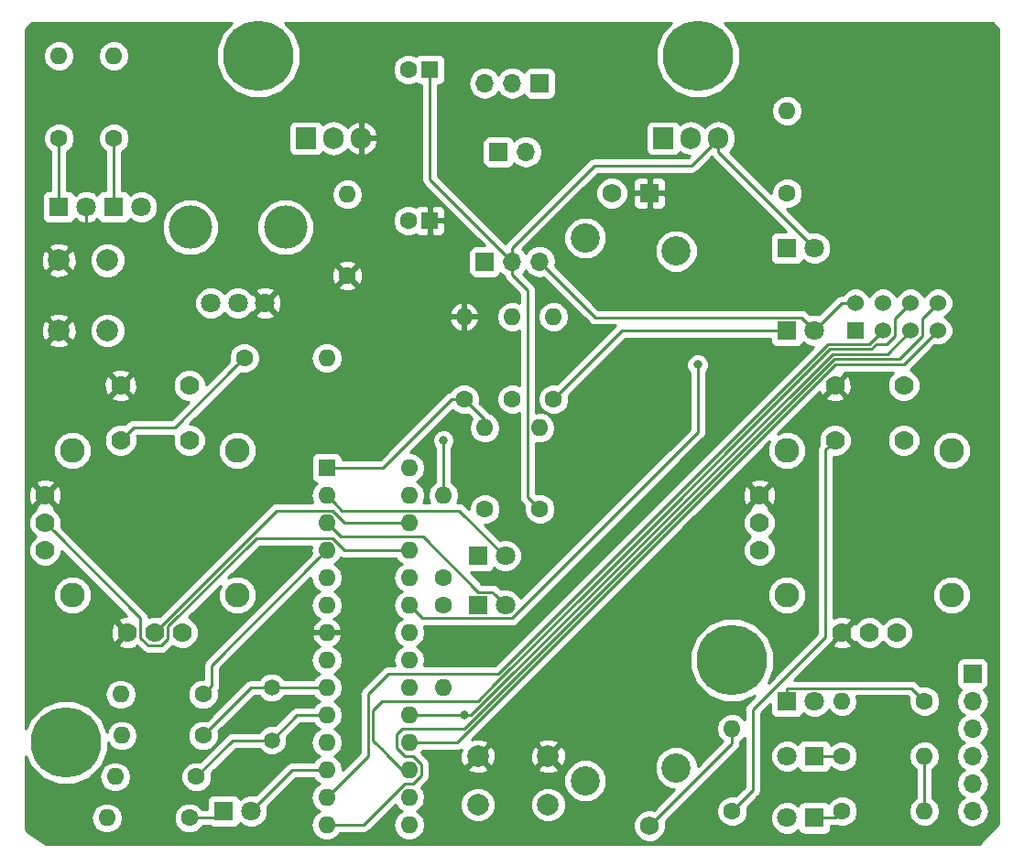
<source format=gbr>
G04 #@! TF.GenerationSoftware,KiCad,Pcbnew,(5.0.2)-1*
G04 #@! TF.CreationDate,2019-02-13T22:37:31-07:00*
G04 #@! TF.ProjectId,Controller,436f6e74-726f-46c6-9c65-722e6b696361,rev?*
G04 #@! TF.SameCoordinates,Original*
G04 #@! TF.FileFunction,Copper,L1,Top*
G04 #@! TF.FilePolarity,Positive*
%FSLAX46Y46*%
G04 Gerber Fmt 4.6, Leading zero omitted, Abs format (unit mm)*
G04 Created by KiCad (PCBNEW (5.0.2)-1) date 2/13/2019 10:37:31 PM*
%MOMM*%
%LPD*%
G01*
G04 APERTURE LIST*
G04 #@! TA.AperFunction,ComponentPad*
%ADD10C,1.778000*%
G04 #@! TD*
G04 #@! TA.AperFunction,ComponentPad*
%ADD11C,2.286000*%
G04 #@! TD*
G04 #@! TA.AperFunction,ComponentPad*
%ADD12C,1.600000*%
G04 #@! TD*
G04 #@! TA.AperFunction,ComponentPad*
%ADD13O,1.600000X1.600000*%
G04 #@! TD*
G04 #@! TA.AperFunction,ComponentPad*
%ADD14R,1.600000X1.600000*%
G04 #@! TD*
G04 #@! TA.AperFunction,ComponentPad*
%ADD15R,1.800000X1.800000*%
G04 #@! TD*
G04 #@! TA.AperFunction,ComponentPad*
%ADD16C,1.800000*%
G04 #@! TD*
G04 #@! TA.AperFunction,ComponentPad*
%ADD17R,1.700000X1.700000*%
G04 #@! TD*
G04 #@! TA.AperFunction,ComponentPad*
%ADD18O,1.700000X1.700000*%
G04 #@! TD*
G04 #@! TA.AperFunction,ComponentPad*
%ADD19C,2.000000*%
G04 #@! TD*
G04 #@! TA.AperFunction,ComponentPad*
%ADD20O,1.905000X2.000000*%
G04 #@! TD*
G04 #@! TA.AperFunction,ComponentPad*
%ADD21R,1.905000X2.000000*%
G04 #@! TD*
G04 #@! TA.AperFunction,ComponentPad*
%ADD22R,1.750000X1.750000*%
G04 #@! TD*
G04 #@! TA.AperFunction,ComponentPad*
%ADD23C,1.750000*%
G04 #@! TD*
G04 #@! TA.AperFunction,ComponentPad*
%ADD24C,2.700000*%
G04 #@! TD*
G04 #@! TA.AperFunction,WasherPad*
%ADD25C,4.000000*%
G04 #@! TD*
G04 #@! TA.AperFunction,ComponentPad*
%ADD26C,1.524000*%
G04 #@! TD*
G04 #@! TA.AperFunction,ComponentPad*
%ADD27R,1.524000X1.524000*%
G04 #@! TD*
G04 #@! TA.AperFunction,ComponentPad*
%ADD28C,1.500000*%
G04 #@! TD*
G04 #@! TA.AperFunction,ViaPad*
%ADD29C,6.500000*%
G04 #@! TD*
G04 #@! TA.AperFunction,ViaPad*
%ADD30C,0.800000*%
G04 #@! TD*
G04 #@! TA.AperFunction,Conductor*
%ADD31C,0.250000*%
G04 #@! TD*
G04 #@! TA.AperFunction,Conductor*
%ADD32C,0.254000*%
G04 #@! TD*
G04 APERTURE END LIST*
D10*
G04 #@! TO.P,U6,B1A*
G04 #@! TO.N,5V*
X202565000Y-82550000D03*
G04 #@! TO.P,U6,B1B*
G04 #@! TO.N,N/C*
X208915000Y-82550000D03*
G04 #@! TO.P,U6,B2A*
G04 #@! TO.N,D5*
X202565000Y-87630000D03*
G04 #@! TO.P,U6,B2B*
G04 #@! TO.N,N/C*
X208915000Y-87630000D03*
G04 #@! TO.P,U6,H1*
G04 #@! TO.N,5V*
X203200000Y-105410000D03*
G04 #@! TO.P,U6,H2*
G04 #@! TO.N,A5*
X205740000Y-105410000D03*
G04 #@! TO.P,U6,H3*
G04 #@! TO.N,GND*
X208280000Y-105410000D03*
D11*
G04 #@! TO.P,U6,MOUN*
G04 #@! TO.N,N/C*
X198120000Y-88582500D03*
X198120000Y-101917500D03*
X213360000Y-101917500D03*
X213360000Y-88582500D03*
D10*
G04 #@! TO.P,U6,V1*
G04 #@! TO.N,5V*
X195580000Y-92710000D03*
G04 #@! TO.P,U6,V2*
G04 #@! TO.N,A4*
X195580000Y-95250000D03*
G04 #@! TO.P,U6,V3*
G04 #@! TO.N,GND*
X195580000Y-97790000D03*
G04 #@! TD*
G04 #@! TO.P,U5,B1A*
G04 #@! TO.N,5V*
X136525000Y-82550000D03*
G04 #@! TO.P,U5,B1B*
G04 #@! TO.N,N/C*
X142875000Y-82550000D03*
G04 #@! TO.P,U5,B2A*
G04 #@! TO.N,D3*
X136525000Y-87630000D03*
G04 #@! TO.P,U5,B2B*
G04 #@! TO.N,N/C*
X142875000Y-87630000D03*
G04 #@! TO.P,U5,H1*
G04 #@! TO.N,5V*
X137160000Y-105410000D03*
G04 #@! TO.P,U5,H2*
G04 #@! TO.N,A3*
X139700000Y-105410000D03*
G04 #@! TO.P,U5,H3*
G04 #@! TO.N,GND*
X142240000Y-105410000D03*
D11*
G04 #@! TO.P,U5,MOUN*
G04 #@! TO.N,N/C*
X132080000Y-88582500D03*
X132080000Y-101917500D03*
X147320000Y-101917500D03*
X147320000Y-88582500D03*
D10*
G04 #@! TO.P,U5,V1*
G04 #@! TO.N,5V*
X129540000Y-92710000D03*
G04 #@! TO.P,U5,V2*
G04 #@! TO.N,A2*
X129540000Y-95250000D03*
G04 #@! TO.P,U5,V3*
G04 #@! TO.N,GND*
X129540000Y-97790000D03*
G04 #@! TD*
D12*
G04 #@! TO.P,C7,1*
G04 #@! TO.N,XTAL2*
X143510000Y-118745000D03*
D13*
G04 #@! TO.P,C7,2*
G04 #@! TO.N,GND*
X136010000Y-118745000D03*
G04 #@! TD*
D12*
G04 #@! TO.P,R14,1*
G04 #@! TO.N,D3*
X147955000Y-80010000D03*
D13*
G04 #@! TO.P,R14,2*
G04 #@! TO.N,GND*
X155575000Y-80010000D03*
G04 #@! TD*
D14*
G04 #@! TO.P,C1,1*
G04 #@! TO.N,5V*
X165100000Y-67310000D03*
D12*
G04 #@! TO.P,C1,2*
G04 #@! TO.N,GND*
X163100000Y-67310000D03*
G04 #@! TD*
G04 #@! TO.P,C2,2*
G04 #@! TO.N,GND*
X163100000Y-53340000D03*
D14*
G04 #@! TO.P,C2,1*
G04 #@! TO.N,3V3*
X165100000Y-53340000D03*
G04 #@! TD*
D12*
G04 #@! TO.P,C3,1*
G04 #@! TO.N,5V*
X157480000Y-72390000D03*
D13*
G04 #@! TO.P,C3,2*
G04 #@! TO.N,GND*
X157480000Y-64890000D03*
G04 #@! TD*
D12*
G04 #@! TO.P,C4,1*
G04 #@! TO.N,3V3*
X175260000Y-93980000D03*
D13*
G04 #@! TO.P,C4,2*
G04 #@! TO.N,GND*
X175260000Y-86480000D03*
G04 #@! TD*
G04 #@! TO.P,C5,2*
G04 #@! TO.N,RST*
X170180000Y-86480000D03*
D12*
G04 #@! TO.P,C5,1*
G04 #@! TO.N,DTR*
X170180000Y-93980000D03*
G04 #@! TD*
G04 #@! TO.P,C6,1*
G04 #@! TO.N,XTAL1*
X144145000Y-114935000D03*
D13*
G04 #@! TO.P,C6,2*
G04 #@! TO.N,GND*
X136645000Y-114935000D03*
G04 #@! TD*
D15*
G04 #@! TO.P,D1,1*
G04 #@! TO.N,Net-(D1-Pad1)*
X198120000Y-77470000D03*
D16*
G04 #@! TO.P,D1,2*
G04 #@! TO.N,RF1*
X200660000Y-77470000D03*
G04 #@! TD*
G04 #@! TO.P,D2,2*
G04 #@! TO.N,RF2*
X138430000Y-66040000D03*
D15*
G04 #@! TO.P,D2,1*
G04 #@! TO.N,Net-(D2-Pad1)*
X135890000Y-66040000D03*
G04 #@! TD*
G04 #@! TO.P,D3,1*
G04 #@! TO.N,Net-(D3-Pad1)*
X198120000Y-69850000D03*
D16*
G04 #@! TO.P,D3,2*
G04 #@! TO.N,3V3*
X200660000Y-69850000D03*
G04 #@! TD*
G04 #@! TO.P,D4,2*
G04 #@! TO.N,5V*
X133350000Y-66040000D03*
D15*
G04 #@! TO.P,D4,1*
G04 #@! TO.N,Net-(D4-Pad1)*
X130810000Y-66040000D03*
G04 #@! TD*
G04 #@! TO.P,D5,1*
G04 #@! TO.N,Net-(D5-Pad1)*
X169545000Y-102870000D03*
D16*
G04 #@! TO.P,D5,2*
G04 #@! TO.N,TX*
X172085000Y-102870000D03*
G04 #@! TD*
D15*
G04 #@! TO.P,D6,1*
G04 #@! TO.N,Net-(D6-Pad1)*
X169545000Y-98298000D03*
D16*
G04 #@! TO.P,D6,2*
G04 #@! TO.N,RX*
X172085000Y-98298000D03*
G04 #@! TD*
G04 #@! TO.P,D7,2*
G04 #@! TO.N,D13*
X200660000Y-111760000D03*
D15*
G04 #@! TO.P,D7,1*
G04 #@! TO.N,Net-(D7-Pad1)*
X198120000Y-111760000D03*
G04 #@! TD*
G04 #@! TO.P,D8,1*
G04 #@! TO.N,Net-(D8-Pad1)*
X146050000Y-121920000D03*
D16*
G04 #@! TO.P,D8,2*
G04 #@! TO.N,D6*
X148590000Y-121920000D03*
G04 #@! TD*
G04 #@! TO.P,D9,2*
G04 #@! TO.N,D9*
X198120000Y-122555000D03*
D15*
G04 #@! TO.P,D9,1*
G04 #@! TO.N,Net-(D9-Pad1)*
X200660000Y-122555000D03*
G04 #@! TD*
D16*
G04 #@! TO.P,D10,2*
G04 #@! TO.N,D10*
X198120000Y-116840000D03*
D15*
G04 #@! TO.P,D10,1*
G04 #@! TO.N,Net-(D10-Pad1)*
X200660000Y-116840000D03*
G04 #@! TD*
D17*
G04 #@! TO.P,J1,1*
G04 #@! TO.N,GND*
X215265000Y-109220000D03*
D18*
G04 #@! TO.P,J1,2*
G04 #@! TO.N,Net-(J1-Pad2)*
X215265000Y-111760000D03*
G04 #@! TO.P,J1,3*
G04 #@! TO.N,VCC*
X215265000Y-114300000D03*
G04 #@! TO.P,J1,4*
G04 #@! TO.N,RX*
X215265000Y-116840000D03*
G04 #@! TO.P,J1,5*
G04 #@! TO.N,TX*
X215265000Y-119380000D03*
G04 #@! TO.P,J1,6*
G04 #@! TO.N,DTR*
X215265000Y-121920000D03*
G04 #@! TD*
D17*
G04 #@! TO.P,J2,1*
G04 #@! TO.N,BATT*
X171450000Y-60960000D03*
D18*
G04 #@! TO.P,J2,2*
G04 #@! TO.N,GND*
X173990000Y-60960000D03*
G04 #@! TD*
D12*
G04 #@! TO.P,R1,1*
G04 #@! TO.N,Net-(D1-Pad1)*
X176530000Y-83820000D03*
D13*
G04 #@! TO.P,R1,2*
G04 #@! TO.N,GND*
X176530000Y-76200000D03*
G04 #@! TD*
G04 #@! TO.P,R2,2*
G04 #@! TO.N,GND*
X135890000Y-52070000D03*
D12*
G04 #@! TO.P,R2,1*
G04 #@! TO.N,Net-(D2-Pad1)*
X135890000Y-59690000D03*
G04 #@! TD*
G04 #@! TO.P,R3,1*
G04 #@! TO.N,Net-(D3-Pad1)*
X198120000Y-64770000D03*
D13*
G04 #@! TO.P,R3,2*
G04 #@! TO.N,GND*
X198120000Y-57150000D03*
G04 #@! TD*
G04 #@! TO.P,R4,2*
G04 #@! TO.N,GND*
X130810000Y-52070000D03*
D12*
G04 #@! TO.P,R4,1*
G04 #@! TO.N,Net-(D4-Pad1)*
X130810000Y-59690000D03*
G04 #@! TD*
G04 #@! TO.P,R5,1*
G04 #@! TO.N,Net-(D5-Pad1)*
X166370000Y-102870000D03*
D13*
G04 #@! TO.P,R5,2*
G04 #@! TO.N,GND*
X166370000Y-110490000D03*
G04 #@! TD*
G04 #@! TO.P,R6,2*
G04 #@! TO.N,GND*
X166370000Y-92710000D03*
D12*
G04 #@! TO.P,R6,1*
G04 #@! TO.N,Net-(D6-Pad1)*
X166370000Y-100330000D03*
G04 #@! TD*
G04 #@! TO.P,R7,1*
G04 #@! TO.N,Net-(D7-Pad1)*
X210820000Y-111760000D03*
D13*
G04 #@! TO.P,R7,2*
G04 #@! TO.N,GND*
X203200000Y-111760000D03*
G04 #@! TD*
D12*
G04 #@! TO.P,R8,1*
G04 #@! TO.N,Net-(D8-Pad1)*
X142875000Y-122555000D03*
D13*
G04 #@! TO.P,R8,2*
G04 #@! TO.N,GND*
X135255000Y-122555000D03*
G04 #@! TD*
D12*
G04 #@! TO.P,R9,1*
G04 #@! TO.N,Net-(D9-Pad1)*
X203200000Y-121920000D03*
D13*
G04 #@! TO.P,R9,2*
G04 #@! TO.N,GND*
X210820000Y-121920000D03*
G04 #@! TD*
G04 #@! TO.P,R10,2*
G04 #@! TO.N,GND*
X210820000Y-116840000D03*
D12*
G04 #@! TO.P,R10,1*
G04 #@! TO.N,Net-(D10-Pad1)*
X203200000Y-116840000D03*
G04 #@! TD*
G04 #@! TO.P,R11,1*
G04 #@! TO.N,D2*
X144145000Y-111125000D03*
D13*
G04 #@! TO.P,R11,2*
G04 #@! TO.N,GND*
X136525000Y-111125000D03*
G04 #@! TD*
G04 #@! TO.P,R12,2*
G04 #@! TO.N,GND*
X172720000Y-76200000D03*
D12*
G04 #@! TO.P,R12,1*
G04 #@! TO.N,D4*
X172720000Y-83820000D03*
G04 #@! TD*
G04 #@! TO.P,R13,1*
G04 #@! TO.N,RST*
X168275000Y-83820000D03*
D13*
G04 #@! TO.P,R13,2*
G04 #@! TO.N,5V*
X168275000Y-76200000D03*
G04 #@! TD*
D12*
G04 #@! TO.P,R15,1*
G04 #@! TO.N,D5*
X193040000Y-121920000D03*
D13*
G04 #@! TO.P,R15,2*
G04 #@! TO.N,GND*
X193040000Y-114300000D03*
G04 #@! TD*
D19*
G04 #@! TO.P,SW1,2*
G04 #@! TO.N,D4*
X169545000Y-121340000D03*
G04 #@! TO.P,SW1,1*
G04 #@! TO.N,5V*
X169545000Y-116840000D03*
G04 #@! TO.P,SW1,2*
G04 #@! TO.N,D4*
X176045000Y-121340000D03*
G04 #@! TO.P,SW1,1*
G04 #@! TO.N,5V*
X176045000Y-116840000D03*
G04 #@! TD*
G04 #@! TO.P,SW2,1*
G04 #@! TO.N,5V*
X130810000Y-70970000D03*
G04 #@! TO.P,SW2,2*
G04 #@! TO.N,D2*
X135310000Y-70970000D03*
G04 #@! TO.P,SW2,1*
G04 #@! TO.N,5V*
X130810000Y-77470000D03*
G04 #@! TO.P,SW2,2*
G04 #@! TO.N,D2*
X135310000Y-77470000D03*
G04 #@! TD*
D18*
G04 #@! TO.P,SW3,3*
G04 #@! TO.N,BATT*
X170180000Y-54610000D03*
G04 #@! TO.P,SW3,2*
G04 #@! TO.N,+BATT*
X172720000Y-54610000D03*
D17*
G04 #@! TO.P,SW3,1*
G04 #@! TO.N,Net-(SW3-Pad1)*
X175260000Y-54610000D03*
G04 #@! TD*
G04 #@! TO.P,SW4,1*
G04 #@! TO.N,Net-(SW4-Pad1)*
X170180000Y-71120000D03*
D18*
G04 #@! TO.P,SW4,2*
G04 #@! TO.N,3V3*
X172720000Y-71120000D03*
G04 #@! TO.P,SW4,3*
G04 #@! TO.N,RF1*
X175260000Y-71120000D03*
G04 #@! TD*
D20*
G04 #@! TO.P,U1,3*
G04 #@! TO.N,5V*
X158750000Y-59690000D03*
G04 #@! TO.P,U1,2*
G04 #@! TO.N,GND*
X156210000Y-59690000D03*
D21*
G04 #@! TO.P,U1,1*
G04 #@! TO.N,BATT*
X153670000Y-59690000D03*
G04 #@! TD*
G04 #@! TO.P,U2,1*
G04 #@! TO.N,BATT*
X186690000Y-59690000D03*
D20*
G04 #@! TO.P,U2,2*
G04 #@! TO.N,GND*
X189230000Y-59690000D03*
G04 #@! TO.P,U2,3*
G04 #@! TO.N,3V3*
X191770000Y-59690000D03*
G04 #@! TD*
D22*
G04 #@! TO.P,U3,1*
G04 #@! TO.N,5V*
X185420000Y-64770000D03*
D23*
G04 #@! TO.P,U3,2*
G04 #@! TO.N,A0*
X181920000Y-64770000D03*
G04 #@! TO.P,U3,3*
G04 #@! TO.N,GND*
X185420000Y-123270000D03*
D24*
G04 #@! TO.P,U3,MP*
G04 #@! TO.N,N/C*
X187870000Y-70120000D03*
X187870000Y-117920000D03*
X179470000Y-68920000D03*
X179470000Y-119120000D03*
G04 #@! TD*
D16*
G04 #@! TO.P,U4,3*
G04 #@! TO.N,GND*
X144860000Y-74930000D03*
G04 #@! TO.P,U4,2*
G04 #@! TO.N,A1*
X147360000Y-74930000D03*
G04 #@! TO.P,U4,1*
G04 #@! TO.N,5V*
X149860000Y-74930000D03*
D25*
G04 #@! TO.P,U4,*
G04 #@! TO.N,*
X142960000Y-67930000D03*
X151760000Y-67930000D03*
G04 #@! TD*
D14*
G04 #@! TO.P,U7,1*
G04 #@! TO.N,RST*
X155575000Y-90170000D03*
D13*
G04 #@! TO.P,U7,15*
G04 #@! TO.N,D9*
X163195000Y-123190000D03*
G04 #@! TO.P,U7,2*
G04 #@! TO.N,RX*
X155575000Y-92710000D03*
G04 #@! TO.P,U7,16*
G04 #@! TO.N,D10*
X163195000Y-120650000D03*
G04 #@! TO.P,U7,3*
G04 #@! TO.N,TX*
X155575000Y-95250000D03*
G04 #@! TO.P,U7,17*
G04 #@! TO.N,D11*
X163195000Y-118110000D03*
G04 #@! TO.P,U7,4*
G04 #@! TO.N,D2*
X155575000Y-97790000D03*
G04 #@! TO.P,U7,18*
G04 #@! TO.N,D12*
X163195000Y-115570000D03*
G04 #@! TO.P,U7,5*
G04 #@! TO.N,D3*
X155575000Y-100330000D03*
G04 #@! TO.P,U7,19*
G04 #@! TO.N,D13*
X163195000Y-113030000D03*
G04 #@! TO.P,U7,6*
G04 #@! TO.N,D4*
X155575000Y-102870000D03*
G04 #@! TO.P,U7,20*
G04 #@! TO.N,AVCC*
X163195000Y-110490000D03*
G04 #@! TO.P,U7,7*
G04 #@! TO.N,5V*
X155575000Y-105410000D03*
G04 #@! TO.P,U7,21*
G04 #@! TO.N,AREF*
X163195000Y-107950000D03*
G04 #@! TO.P,U7,8*
G04 #@! TO.N,GND*
X155575000Y-107950000D03*
G04 #@! TO.P,U7,22*
X163195000Y-105410000D03*
G04 #@! TO.P,U7,9*
G04 #@! TO.N,XTAL1*
X155575000Y-110490000D03*
G04 #@! TO.P,U7,23*
G04 #@! TO.N,A0*
X163195000Y-102870000D03*
G04 #@! TO.P,U7,10*
G04 #@! TO.N,XTAL2*
X155575000Y-113030000D03*
G04 #@! TO.P,U7,24*
G04 #@! TO.N,A1*
X163195000Y-100330000D03*
G04 #@! TO.P,U7,11*
G04 #@! TO.N,D5*
X155575000Y-115570000D03*
G04 #@! TO.P,U7,25*
G04 #@! TO.N,A2*
X163195000Y-97790000D03*
G04 #@! TO.P,U7,12*
G04 #@! TO.N,D6*
X155575000Y-118110000D03*
G04 #@! TO.P,U7,26*
G04 #@! TO.N,A3*
X163195000Y-95250000D03*
G04 #@! TO.P,U7,13*
G04 #@! TO.N,D7*
X155575000Y-120650000D03*
G04 #@! TO.P,U7,27*
G04 #@! TO.N,A4*
X163195000Y-92710000D03*
G04 #@! TO.P,U7,14*
G04 #@! TO.N,D8*
X155575000Y-123190000D03*
G04 #@! TO.P,U7,28*
G04 #@! TO.N,A5*
X163195000Y-90170000D03*
G04 #@! TD*
D26*
G04 #@! TO.P,U24L1,8*
G04 #@! TO.N,D8*
X212090000Y-74930000D03*
G04 #@! TO.P,U24L1,7*
G04 #@! TO.N,D12*
X212090000Y-77470000D03*
G04 #@! TO.P,U24L1,6*
G04 #@! TO.N,D11*
X209550000Y-74930000D03*
G04 #@! TO.P,U24L1,5*
G04 #@! TO.N,D13*
X209550000Y-77470000D03*
G04 #@! TO.P,U24L1,4*
G04 #@! TO.N,Net-(U24L1-Pad4)*
X207010000Y-74930000D03*
G04 #@! TO.P,U24L1,3*
G04 #@! TO.N,D7*
X207010000Y-77470000D03*
G04 #@! TO.P,U24L1,2*
G04 #@! TO.N,RF1*
X204470000Y-74930000D03*
D27*
G04 #@! TO.P,U24L1,1*
G04 #@! TO.N,GND*
X204470000Y-77470000D03*
G04 #@! TD*
D28*
G04 #@! TO.P,Y1,1*
G04 #@! TO.N,XTAL1*
X150495000Y-110490000D03*
G04 #@! TO.P,Y1,2*
G04 #@! TO.N,XTAL2*
X150495000Y-115370000D03*
G04 #@! TD*
D29*
G04 #@! TO.N,*
X189865000Y-52070000D03*
X193040000Y-107950000D03*
X131445000Y-115570000D03*
X149225000Y-52070000D03*
D30*
G04 #@! TO.N,GND*
X166370000Y-87630000D03*
G04 #@! TO.N,D13*
X168275000Y-113030000D03*
G04 #@! TO.N,A0*
X189865000Y-80645000D03*
G04 #@! TD*
D31*
G04 #@! TO.N,5V*
X133350000Y-68430000D02*
X133350000Y-67945000D01*
X130810000Y-70970000D02*
X133350000Y-68430000D01*
X133350000Y-66040000D02*
X133350000Y-67945000D01*
G04 #@! TO.N,GND*
X193040000Y-115650000D02*
X193040000Y-114300000D01*
X185420000Y-123270000D02*
X193040000Y-115650000D01*
X166370000Y-92710000D02*
X166370000Y-87630000D01*
X166370000Y-87630000D02*
X166370000Y-87630000D01*
X210820000Y-116840000D02*
X210820000Y-121920000D01*
G04 #@! TO.N,3V3*
X174460001Y-93180001D02*
X175260000Y-93980000D01*
X174134999Y-92854999D02*
X174460001Y-93180001D01*
X174134999Y-73737080D02*
X174134999Y-92854999D01*
X172720000Y-72322081D02*
X174134999Y-73737080D01*
X172720000Y-71120000D02*
X172720000Y-72322081D01*
X172720000Y-71120000D02*
X172720000Y-69850000D01*
X172720000Y-69850000D02*
X180340000Y-62230000D01*
X191770000Y-59737500D02*
X191770000Y-59690000D01*
X189277500Y-62230000D02*
X191770000Y-59737500D01*
X180340000Y-62230000D02*
X189277500Y-62230000D01*
X165100000Y-63500000D02*
X172720000Y-71120000D01*
X165100000Y-53340000D02*
X165100000Y-63500000D01*
X191770000Y-60960000D02*
X191770000Y-59690000D01*
X200660000Y-69850000D02*
X191770000Y-60960000D01*
G04 #@! TO.N,RST*
X156625000Y-90170000D02*
X155575000Y-90170000D01*
X160793630Y-90170000D02*
X156625000Y-90170000D01*
X167143630Y-83820000D02*
X160793630Y-90170000D01*
X168275000Y-83820000D02*
X167143630Y-83820000D01*
X170180000Y-85725000D02*
X170180000Y-86480000D01*
X168275000Y-83820000D02*
X170180000Y-85725000D01*
G04 #@! TO.N,XTAL1*
X148590000Y-110490000D02*
X150495000Y-110490000D01*
X144145000Y-114935000D02*
X148590000Y-110490000D01*
X150495000Y-110490000D02*
X155575000Y-110490000D01*
G04 #@! TO.N,XTAL2*
X146885000Y-115370000D02*
X150495000Y-115370000D01*
X143510000Y-118745000D02*
X146885000Y-115370000D01*
X152835000Y-113030000D02*
X155575000Y-113030000D01*
X150495000Y-115370000D02*
X152835000Y-113030000D01*
G04 #@! TO.N,Net-(D1-Pad1)*
X182880000Y-77470000D02*
X176530000Y-83820000D01*
X198120000Y-77470000D02*
X182880000Y-77470000D01*
G04 #@! TO.N,RF1*
X203200000Y-74930000D02*
X200660000Y-77470000D01*
X204470000Y-74930000D02*
X203200000Y-74930000D01*
X176109999Y-71969999D02*
X175260000Y-71120000D01*
X180384999Y-76244999D02*
X176109999Y-71969999D01*
X199434999Y-76244999D02*
X180384999Y-76244999D01*
X200660000Y-77470000D02*
X199434999Y-76244999D01*
G04 #@! TO.N,Net-(D2-Pad1)*
X135890000Y-66040000D02*
X135890000Y-59690000D01*
G04 #@! TO.N,Net-(D4-Pad1)*
X130810000Y-66040000D02*
X130810000Y-59690000D01*
G04 #@! TO.N,RX*
X156374999Y-93509999D02*
X155575000Y-92710000D01*
X156989999Y-94124999D02*
X156374999Y-93509999D01*
X167784999Y-94124999D02*
X156989999Y-94124999D01*
X172085000Y-98425000D02*
X167784999Y-94124999D01*
G04 #@! TO.N,D13*
X168910000Y-113030000D02*
X168275000Y-113030000D01*
X168911410Y-113031410D02*
X168910000Y-113030000D01*
X202302800Y-79640020D02*
X168911410Y-113031410D01*
X209550000Y-77470000D02*
X207379980Y-79640020D01*
X207379980Y-79640020D02*
X202302800Y-79640020D01*
X168275000Y-113030000D02*
X163195000Y-113030000D01*
G04 #@! TO.N,Net-(D7-Pad1)*
X210020001Y-110960001D02*
X210820000Y-111760000D01*
X209594999Y-110534999D02*
X210020001Y-110960001D01*
X198195001Y-110534999D02*
X209594999Y-110534999D01*
X198120000Y-110610000D02*
X198195001Y-110534999D01*
X198120000Y-111760000D02*
X198120000Y-110610000D01*
G04 #@! TO.N,Net-(D8-Pad1)*
X145415000Y-122555000D02*
X146050000Y-121920000D01*
X142875000Y-122555000D02*
X145415000Y-122555000D01*
G04 #@! TO.N,D6*
X152400000Y-118110000D02*
X155575000Y-118110000D01*
X148590000Y-121920000D02*
X152400000Y-118110000D01*
G04 #@! TO.N,Net-(D9-Pad1)*
X202565000Y-122555000D02*
X203200000Y-121920000D01*
X200660000Y-122555000D02*
X202565000Y-122555000D01*
G04 #@! TO.N,Net-(D10-Pad1)*
X200660000Y-116840000D02*
X203200000Y-116840000D01*
G04 #@! TO.N,D2*
X154775001Y-98589999D02*
X155575000Y-97790000D01*
X144944999Y-108420001D02*
X154775001Y-98589999D01*
X144944999Y-110325001D02*
X144944999Y-108420001D01*
X144145000Y-111125000D02*
X144944999Y-110325001D01*
G04 #@! TO.N,D3*
X147155001Y-80809999D02*
X147955000Y-80010000D01*
X141549001Y-86415999D02*
X147155001Y-80809999D01*
X137739001Y-86415999D02*
X141549001Y-86415999D01*
X136525000Y-87630000D02*
X137739001Y-86415999D01*
G04 #@! TO.N,D5*
X201676001Y-105818997D02*
X194945000Y-112549998D01*
X202565000Y-87630000D02*
X201676001Y-88518999D01*
X201676001Y-88518999D02*
X201676001Y-105818997D01*
X194945000Y-120015000D02*
X193040000Y-121920000D01*
X194945000Y-112549998D02*
X194945000Y-120015000D01*
G04 #@! TO.N,A0*
X172673001Y-104095001D02*
X189865000Y-86903002D01*
X163195000Y-102870000D02*
X164420001Y-104095001D01*
X164420001Y-104095001D02*
X172673001Y-104095001D01*
X189865000Y-86903002D02*
X189865000Y-80645000D01*
X189865000Y-80645000D02*
X189865000Y-80645000D01*
G04 #@! TO.N,A2*
X130428999Y-96138999D02*
X129540000Y-95250000D01*
X138374001Y-105880723D02*
X138374001Y-104084001D01*
X139117279Y-106624001D02*
X138374001Y-105880723D01*
X140282721Y-106624001D02*
X139117279Y-106624001D01*
X140914001Y-105992721D02*
X140282721Y-106624001D01*
X140914001Y-104832409D02*
X140914001Y-105992721D01*
X149081411Y-96664999D02*
X140914001Y-104832409D01*
X138374001Y-104084001D02*
X130428999Y-96138999D01*
X156115001Y-96664999D02*
X149081411Y-96664999D01*
X157240002Y-97790000D02*
X156115001Y-96664999D01*
X163195000Y-97790000D02*
X157240002Y-97790000D01*
G04 #@! TO.N,A3*
X140588999Y-104521001D02*
X139700000Y-105410000D01*
X150985001Y-94124999D02*
X140588999Y-104521001D01*
X156115001Y-94124999D02*
X150985001Y-94124999D01*
X157240002Y-95250000D02*
X156115001Y-94124999D01*
X163195000Y-95250000D02*
X157240002Y-95250000D01*
G04 #@! TO.N,D11*
X208097001Y-76382999D02*
X208097001Y-77991761D01*
X209550000Y-74930000D02*
X208097001Y-76382999D01*
X208097001Y-77991761D02*
X207348762Y-78740000D01*
X207348762Y-78740000D02*
X206376410Y-78740000D01*
X206376410Y-78740000D02*
X205926400Y-79190010D01*
X205926400Y-79190010D02*
X202116400Y-79190010D01*
X202116400Y-79190010D02*
X193040705Y-88265705D01*
X193040705Y-88265705D02*
X187775009Y-93531401D01*
X187775009Y-93531401D02*
X179705705Y-101600705D01*
X171636401Y-109670009D02*
X171634991Y-109670009D01*
X179705705Y-101600705D02*
X171636401Y-109670009D01*
X171634991Y-109670009D02*
X171132500Y-110173910D01*
X171132500Y-110173910D02*
X171450000Y-109855000D01*
X159835010Y-114988598D02*
X159835010Y-115385010D01*
X161925000Y-111760000D02*
X160655000Y-111760000D01*
X159835010Y-112579990D02*
X159835010Y-114988598D01*
X160655000Y-111760000D02*
X159835010Y-112579990D01*
X169545000Y-111760000D02*
X171131795Y-110173205D01*
X161925000Y-111760000D02*
X169545000Y-111760000D01*
X159835010Y-115385010D02*
X160020000Y-115570000D01*
X160020000Y-115570000D02*
X160655000Y-116205000D01*
X160655000Y-116205000D02*
X161290000Y-116840000D01*
X161290000Y-116840000D02*
X162560000Y-118110000D01*
G04 #@! TO.N,D12*
X211328001Y-78231999D02*
X212090000Y-77470000D01*
X208915000Y-80645000D02*
X211328001Y-78231999D01*
X202570640Y-80645000D02*
X208915000Y-80645000D01*
X163195000Y-115570000D02*
X167645640Y-115570000D01*
X167645640Y-115570000D02*
X202570640Y-80645000D01*
G04 #@! TO.N,D7*
X159385000Y-116840000D02*
X155575000Y-120650000D01*
X205740000Y-78740000D02*
X201930000Y-78740000D01*
X207010000Y-77470000D02*
X205740000Y-78740000D01*
X159385000Y-115174998D02*
X159385000Y-116840000D01*
X201930000Y-78740000D02*
X187325000Y-93345000D01*
X187325000Y-93345000D02*
X171450000Y-109220000D01*
X159385000Y-115174998D02*
X159385000Y-113665000D01*
X159385000Y-113665000D02*
X159385000Y-111125000D01*
X159385000Y-111125000D02*
X161290000Y-109220000D01*
X161290000Y-109220000D02*
X165100000Y-109220000D01*
X165100000Y-109220000D02*
X171450000Y-109220000D01*
X171450000Y-109220000D02*
X172720000Y-107950000D01*
G04 #@! TO.N,D8*
X158989998Y-123190000D02*
X155575000Y-123190000D01*
X163590002Y-119380000D02*
X162799998Y-119380000D01*
X164320001Y-117569999D02*
X164320001Y-118650001D01*
X163590002Y-116840000D02*
X164320001Y-117569999D01*
X162799998Y-119380000D02*
X158989998Y-123190000D01*
X162799998Y-116840000D02*
X163590002Y-116840000D01*
X162069999Y-116110001D02*
X162799998Y-116840000D01*
X162069999Y-114790001D02*
X162069999Y-116110001D01*
X162560000Y-114300000D02*
X162069999Y-114790001D01*
X210637001Y-77991761D02*
X208538732Y-80090030D01*
X210637001Y-76382999D02*
X210637001Y-77991761D01*
X208538732Y-80090030D02*
X202489200Y-80090030D01*
X202489200Y-80090030D02*
X168279230Y-114300000D01*
X164320001Y-118650001D02*
X163590002Y-119380000D01*
X212090000Y-74930000D02*
X210637001Y-76382999D01*
X168279230Y-114300000D02*
X162560000Y-114300000D01*
G04 #@! TO.N,TX*
X171185001Y-101970001D02*
X172085000Y-102870000D01*
X170859999Y-101644999D02*
X171185001Y-101970001D01*
X169589999Y-101644999D02*
X170859999Y-101644999D01*
X164465000Y-96520000D02*
X169589999Y-101644999D01*
X156845000Y-96520000D02*
X164465000Y-96520000D01*
X155575000Y-95250000D02*
X156845000Y-96520000D01*
G04 #@! TD*
D32*
G04 #@! TO.N,5V*
G36*
X145931456Y-49869324D02*
X145340000Y-51297225D01*
X145340000Y-52842775D01*
X145931456Y-54270676D01*
X147024324Y-55363544D01*
X148452225Y-55955000D01*
X149997775Y-55955000D01*
X151425676Y-55363544D01*
X152518544Y-54270676D01*
X153110000Y-52842775D01*
X153110000Y-51297225D01*
X152518544Y-49869324D01*
X151671220Y-49022000D01*
X187418780Y-49022000D01*
X186571456Y-49869324D01*
X185980000Y-51297225D01*
X185980000Y-52842775D01*
X186571456Y-54270676D01*
X187664324Y-55363544D01*
X189092225Y-55955000D01*
X190637775Y-55955000D01*
X192065676Y-55363544D01*
X193158544Y-54270676D01*
X193750000Y-52842775D01*
X193750000Y-51297225D01*
X193158544Y-49869324D01*
X192311220Y-49022000D01*
X217117394Y-49022000D01*
X217678000Y-49582606D01*
X217678000Y-123137394D01*
X215847394Y-124968000D01*
X129578452Y-124968000D01*
X127826804Y-123800235D01*
X127804933Y-123753756D01*
X127762000Y-123528693D01*
X127762000Y-122555000D01*
X133791887Y-122555000D01*
X133903260Y-123114909D01*
X134220423Y-123589577D01*
X134695091Y-123906740D01*
X135113667Y-123990000D01*
X135396333Y-123990000D01*
X135814909Y-123906740D01*
X136289577Y-123589577D01*
X136606740Y-123114909D01*
X136718113Y-122555000D01*
X136606740Y-121995091D01*
X136289577Y-121520423D01*
X135814909Y-121203260D01*
X135396333Y-121120000D01*
X135113667Y-121120000D01*
X134695091Y-121203260D01*
X134220423Y-121520423D01*
X133903260Y-121995091D01*
X133791887Y-122555000D01*
X127762000Y-122555000D01*
X127762000Y-116830446D01*
X128151456Y-117770676D01*
X129244324Y-118863544D01*
X130672225Y-119455000D01*
X132217775Y-119455000D01*
X133645676Y-118863544D01*
X133764220Y-118745000D01*
X134546887Y-118745000D01*
X134658260Y-119304909D01*
X134975423Y-119779577D01*
X135450091Y-120096740D01*
X135868667Y-120180000D01*
X136151333Y-120180000D01*
X136569909Y-120096740D01*
X137044577Y-119779577D01*
X137361740Y-119304909D01*
X137473113Y-118745000D01*
X137361740Y-118185091D01*
X137044577Y-117710423D01*
X136569909Y-117393260D01*
X136151333Y-117310000D01*
X135868667Y-117310000D01*
X135450091Y-117393260D01*
X134975423Y-117710423D01*
X134658260Y-118185091D01*
X134546887Y-118745000D01*
X133764220Y-118745000D01*
X134738544Y-117770676D01*
X135330000Y-116342775D01*
X135330000Y-115549894D01*
X135610423Y-115969577D01*
X136085091Y-116286740D01*
X136503667Y-116370000D01*
X136786333Y-116370000D01*
X137204909Y-116286740D01*
X137679577Y-115969577D01*
X137996740Y-115494909D01*
X138108113Y-114935000D01*
X137996740Y-114375091D01*
X137679577Y-113900423D01*
X137204909Y-113583260D01*
X136786333Y-113500000D01*
X136503667Y-113500000D01*
X136085091Y-113583260D01*
X135610423Y-113900423D01*
X135293260Y-114375091D01*
X135248453Y-114600352D01*
X134738544Y-113369324D01*
X133645676Y-112276456D01*
X132217775Y-111685000D01*
X130672225Y-111685000D01*
X129244324Y-112276456D01*
X128151456Y-113369324D01*
X127762000Y-114309554D01*
X127762000Y-111125000D01*
X135061887Y-111125000D01*
X135173260Y-111684909D01*
X135490423Y-112159577D01*
X135965091Y-112476740D01*
X136383667Y-112560000D01*
X136666333Y-112560000D01*
X137084909Y-112476740D01*
X137559577Y-112159577D01*
X137876740Y-111684909D01*
X137988113Y-111125000D01*
X137876740Y-110565091D01*
X137559577Y-110090423D01*
X137084909Y-109773260D01*
X136666333Y-109690000D01*
X136383667Y-109690000D01*
X135965091Y-109773260D01*
X135490423Y-110090423D01*
X135173260Y-110565091D01*
X135061887Y-111125000D01*
X127762000Y-111125000D01*
X127762000Y-105171965D01*
X135624484Y-105171965D01*
X135650277Y-105777700D01*
X135832461Y-106217533D01*
X136087804Y-106302591D01*
X136980395Y-105410000D01*
X136087804Y-104517409D01*
X135832461Y-104602467D01*
X135624484Y-105171965D01*
X127762000Y-105171965D01*
X127762000Y-101563834D01*
X130302000Y-101563834D01*
X130302000Y-102271166D01*
X130572684Y-102924656D01*
X131072844Y-103424816D01*
X131726334Y-103695500D01*
X132433666Y-103695500D01*
X133087156Y-103424816D01*
X133587316Y-102924656D01*
X133858000Y-102271166D01*
X133858000Y-101563834D01*
X133587316Y-100910344D01*
X133087156Y-100410184D01*
X132433666Y-100139500D01*
X131726334Y-100139500D01*
X131072844Y-100410184D01*
X130572684Y-100910344D01*
X130302000Y-101563834D01*
X127762000Y-101563834D01*
X127762000Y-94946858D01*
X128016000Y-94946858D01*
X128016000Y-95553142D01*
X128248015Y-96113277D01*
X128654738Y-96520000D01*
X128248015Y-96926723D01*
X128016000Y-97486858D01*
X128016000Y-98093142D01*
X128248015Y-98653277D01*
X128676723Y-99081985D01*
X129236858Y-99314000D01*
X129843142Y-99314000D01*
X130403277Y-99081985D01*
X130831985Y-98653277D01*
X131064000Y-98093142D01*
X131064000Y-97848801D01*
X137102276Y-103887078D01*
X136792300Y-103900277D01*
X136352467Y-104082461D01*
X136267409Y-104337804D01*
X137160000Y-105230395D01*
X137174143Y-105216253D01*
X137353748Y-105395858D01*
X137339605Y-105410000D01*
X137353748Y-105424143D01*
X137174143Y-105603748D01*
X137160000Y-105589605D01*
X136267409Y-106482196D01*
X136352467Y-106737539D01*
X136921965Y-106945516D01*
X137527700Y-106919723D01*
X137967533Y-106737539D01*
X138014630Y-106596154D01*
X138526950Y-107108474D01*
X138569350Y-107171930D01*
X138632806Y-107214330D01*
X138820741Y-107339905D01*
X138868884Y-107349481D01*
X139042427Y-107384001D01*
X139042431Y-107384001D01*
X139117279Y-107398889D01*
X139192127Y-107384001D01*
X140207874Y-107384001D01*
X140282721Y-107398889D01*
X140357568Y-107384001D01*
X140357573Y-107384001D01*
X140579258Y-107339905D01*
X140830650Y-107171930D01*
X140873052Y-107108471D01*
X141328131Y-106653393D01*
X141376723Y-106701985D01*
X141936858Y-106934000D01*
X142543142Y-106934000D01*
X143103277Y-106701985D01*
X143531985Y-106273277D01*
X143764000Y-105713142D01*
X143764000Y-105106858D01*
X143531985Y-104546723D01*
X143103277Y-104118015D01*
X142820377Y-104000834D01*
X145743258Y-101077954D01*
X145542000Y-101563834D01*
X145542000Y-102271166D01*
X145812684Y-102924656D01*
X146312844Y-103424816D01*
X146966334Y-103695500D01*
X147673666Y-103695500D01*
X148327156Y-103424816D01*
X148827316Y-102924656D01*
X149098000Y-102271166D01*
X149098000Y-101563834D01*
X148827316Y-100910344D01*
X148327156Y-100410184D01*
X147673666Y-100139500D01*
X146966334Y-100139500D01*
X146480454Y-100340758D01*
X149396213Y-97424999D01*
X154184490Y-97424999D01*
X154111887Y-97790000D01*
X154176312Y-98113886D01*
X144460527Y-107829672D01*
X144397071Y-107872072D01*
X144354671Y-107935528D01*
X144354670Y-107935529D01*
X144229096Y-108123464D01*
X144170111Y-108420001D01*
X144185000Y-108494853D01*
X144184999Y-109690000D01*
X143859561Y-109690000D01*
X143332138Y-109908466D01*
X142928466Y-110312138D01*
X142710000Y-110839561D01*
X142710000Y-111410439D01*
X142928466Y-111937862D01*
X143332138Y-112341534D01*
X143859561Y-112560000D01*
X144430439Y-112560000D01*
X144957862Y-112341534D01*
X145361534Y-111937862D01*
X145580000Y-111410439D01*
X145580000Y-110839561D01*
X145555212Y-110779717D01*
X145660902Y-110621539D01*
X145660903Y-110621538D01*
X145704999Y-110399853D01*
X145704999Y-110399849D01*
X145719887Y-110325002D01*
X145704999Y-110250155D01*
X145704999Y-108734802D01*
X154112405Y-100327397D01*
X154111887Y-100330000D01*
X154223260Y-100889909D01*
X154540423Y-101364577D01*
X154892758Y-101600000D01*
X154540423Y-101835423D01*
X154223260Y-102310091D01*
X154111887Y-102870000D01*
X154223260Y-103429909D01*
X154540423Y-103904577D01*
X154924108Y-104160947D01*
X154719866Y-104257611D01*
X154343959Y-104672577D01*
X154183096Y-105060961D01*
X154305085Y-105283000D01*
X155448000Y-105283000D01*
X155448000Y-105263000D01*
X155702000Y-105263000D01*
X155702000Y-105283000D01*
X156844915Y-105283000D01*
X156966904Y-105060961D01*
X156806041Y-104672577D01*
X156430134Y-104257611D01*
X156225892Y-104160947D01*
X156609577Y-103904577D01*
X156926740Y-103429909D01*
X157038113Y-102870000D01*
X156926740Y-102310091D01*
X156609577Y-101835423D01*
X156257242Y-101600000D01*
X156609577Y-101364577D01*
X156926740Y-100889909D01*
X157038113Y-100330000D01*
X156926740Y-99770091D01*
X156609577Y-99295423D01*
X156257242Y-99060000D01*
X156609577Y-98824577D01*
X156859842Y-98450029D01*
X156943464Y-98505904D01*
X156991607Y-98515480D01*
X157165150Y-98550000D01*
X157165154Y-98550000D01*
X157240002Y-98564888D01*
X157314850Y-98550000D01*
X161976957Y-98550000D01*
X162160423Y-98824577D01*
X162512758Y-99060000D01*
X162160423Y-99295423D01*
X161843260Y-99770091D01*
X161731887Y-100330000D01*
X161843260Y-100889909D01*
X162160423Y-101364577D01*
X162512758Y-101600000D01*
X162160423Y-101835423D01*
X161843260Y-102310091D01*
X161731887Y-102870000D01*
X161843260Y-103429909D01*
X162160423Y-103904577D01*
X162512758Y-104140000D01*
X162160423Y-104375423D01*
X161843260Y-104850091D01*
X161731887Y-105410000D01*
X161843260Y-105969909D01*
X162160423Y-106444577D01*
X162512758Y-106680000D01*
X162160423Y-106915423D01*
X161843260Y-107390091D01*
X161731887Y-107950000D01*
X161833332Y-108460000D01*
X161364848Y-108460000D01*
X161290000Y-108445112D01*
X161215152Y-108460000D01*
X161215148Y-108460000D01*
X161041605Y-108494520D01*
X160993462Y-108504096D01*
X160806418Y-108629076D01*
X160742071Y-108672071D01*
X160699671Y-108735527D01*
X158900528Y-110534671D01*
X158837072Y-110577071D01*
X158794672Y-110640527D01*
X158794671Y-110640528D01*
X158697111Y-110786537D01*
X158669097Y-110828463D01*
X158637938Y-110985112D01*
X158610112Y-111125000D01*
X158625001Y-111199852D01*
X158625000Y-113739851D01*
X158625001Y-113739856D01*
X158625000Y-115100146D01*
X158625000Y-115100147D01*
X158625001Y-116525197D01*
X157037595Y-118112603D01*
X157038113Y-118110000D01*
X156926740Y-117550091D01*
X156609577Y-117075423D01*
X156257242Y-116840000D01*
X156609577Y-116604577D01*
X156926740Y-116129909D01*
X157038113Y-115570000D01*
X156926740Y-115010091D01*
X156609577Y-114535423D01*
X156257242Y-114300000D01*
X156609577Y-114064577D01*
X156926740Y-113589909D01*
X157038113Y-113030000D01*
X156926740Y-112470091D01*
X156609577Y-111995423D01*
X156257242Y-111760000D01*
X156609577Y-111524577D01*
X156926740Y-111049909D01*
X157038113Y-110490000D01*
X156926740Y-109930091D01*
X156609577Y-109455423D01*
X156257242Y-109220000D01*
X156609577Y-108984577D01*
X156926740Y-108509909D01*
X157038113Y-107950000D01*
X156926740Y-107390091D01*
X156609577Y-106915423D01*
X156225892Y-106659053D01*
X156430134Y-106562389D01*
X156806041Y-106147423D01*
X156966904Y-105759039D01*
X156844915Y-105537000D01*
X155702000Y-105537000D01*
X155702000Y-105557000D01*
X155448000Y-105557000D01*
X155448000Y-105537000D01*
X154305085Y-105537000D01*
X154183096Y-105759039D01*
X154343959Y-106147423D01*
X154719866Y-106562389D01*
X154924108Y-106659053D01*
X154540423Y-106915423D01*
X154223260Y-107390091D01*
X154111887Y-107950000D01*
X154223260Y-108509909D01*
X154540423Y-108984577D01*
X154892758Y-109220000D01*
X154540423Y-109455423D01*
X154356957Y-109730000D01*
X151679312Y-109730000D01*
X151669147Y-109705460D01*
X151279540Y-109315853D01*
X150770494Y-109105000D01*
X150219506Y-109105000D01*
X149710460Y-109315853D01*
X149320853Y-109705460D01*
X149310688Y-109730000D01*
X148664846Y-109730000D01*
X148589999Y-109715112D01*
X148515152Y-109730000D01*
X148515148Y-109730000D01*
X148293463Y-109774096D01*
X148042071Y-109942071D01*
X147999671Y-110005527D01*
X144483302Y-113521897D01*
X144430439Y-113500000D01*
X143859561Y-113500000D01*
X143332138Y-113718466D01*
X142928466Y-114122138D01*
X142710000Y-114649561D01*
X142710000Y-115220439D01*
X142928466Y-115747862D01*
X143332138Y-116151534D01*
X143859561Y-116370000D01*
X144430439Y-116370000D01*
X144957862Y-116151534D01*
X145361534Y-115747862D01*
X145580000Y-115220439D01*
X145580000Y-114649561D01*
X145558103Y-114596698D01*
X148904802Y-111250000D01*
X149310688Y-111250000D01*
X149320853Y-111274540D01*
X149710460Y-111664147D01*
X150219506Y-111875000D01*
X150770494Y-111875000D01*
X151279540Y-111664147D01*
X151669147Y-111274540D01*
X151679312Y-111250000D01*
X154356957Y-111250000D01*
X154540423Y-111524577D01*
X154892758Y-111760000D01*
X154540423Y-111995423D01*
X154356957Y-112270000D01*
X152909848Y-112270000D01*
X152835000Y-112255112D01*
X152760152Y-112270000D01*
X152760148Y-112270000D01*
X152586605Y-112304520D01*
X152538462Y-112314096D01*
X152351418Y-112439076D01*
X152287071Y-112482071D01*
X152244671Y-112545527D01*
X150795034Y-113995165D01*
X150770494Y-113985000D01*
X150219506Y-113985000D01*
X149710460Y-114195853D01*
X149320853Y-114585460D01*
X149310688Y-114610000D01*
X146959848Y-114610000D01*
X146885000Y-114595112D01*
X146810152Y-114610000D01*
X146810148Y-114610000D01*
X146636605Y-114644520D01*
X146588462Y-114654096D01*
X146497089Y-114715150D01*
X146337071Y-114822071D01*
X146294671Y-114885527D01*
X143848302Y-117331897D01*
X143795439Y-117310000D01*
X143224561Y-117310000D01*
X142697138Y-117528466D01*
X142293466Y-117932138D01*
X142075000Y-118459561D01*
X142075000Y-119030439D01*
X142293466Y-119557862D01*
X142697138Y-119961534D01*
X143224561Y-120180000D01*
X143795439Y-120180000D01*
X144322862Y-119961534D01*
X144726534Y-119557862D01*
X144945000Y-119030439D01*
X144945000Y-118459561D01*
X144923103Y-118406698D01*
X147199802Y-116130000D01*
X149310688Y-116130000D01*
X149320853Y-116154540D01*
X149710460Y-116544147D01*
X150219506Y-116755000D01*
X150770494Y-116755000D01*
X151279540Y-116544147D01*
X151669147Y-116154540D01*
X151880000Y-115645494D01*
X151880000Y-115094506D01*
X151869835Y-115069966D01*
X153149802Y-113790000D01*
X154356957Y-113790000D01*
X154540423Y-114064577D01*
X154892758Y-114300000D01*
X154540423Y-114535423D01*
X154223260Y-115010091D01*
X154111887Y-115570000D01*
X154223260Y-116129909D01*
X154540423Y-116604577D01*
X154892758Y-116840000D01*
X154540423Y-117075423D01*
X154356957Y-117350000D01*
X152474848Y-117350000D01*
X152400000Y-117335112D01*
X152325152Y-117350000D01*
X152325148Y-117350000D01*
X152151605Y-117384520D01*
X152103462Y-117394096D01*
X151952230Y-117495147D01*
X151852071Y-117562071D01*
X151809671Y-117625527D01*
X149004839Y-120430360D01*
X148895330Y-120385000D01*
X148284670Y-120385000D01*
X147720493Y-120618690D01*
X147551275Y-120787908D01*
X147548157Y-120772235D01*
X147407809Y-120562191D01*
X147197765Y-120421843D01*
X146950000Y-120372560D01*
X145150000Y-120372560D01*
X144902235Y-120421843D01*
X144692191Y-120562191D01*
X144551843Y-120772235D01*
X144502560Y-121020000D01*
X144502560Y-121795000D01*
X144113430Y-121795000D01*
X144091534Y-121742138D01*
X143687862Y-121338466D01*
X143160439Y-121120000D01*
X142589561Y-121120000D01*
X142062138Y-121338466D01*
X141658466Y-121742138D01*
X141440000Y-122269561D01*
X141440000Y-122840439D01*
X141658466Y-123367862D01*
X142062138Y-123771534D01*
X142589561Y-123990000D01*
X143160439Y-123990000D01*
X143687862Y-123771534D01*
X144091534Y-123367862D01*
X144113430Y-123315000D01*
X144747851Y-123315000D01*
X144902235Y-123418157D01*
X145150000Y-123467440D01*
X146950000Y-123467440D01*
X147197765Y-123418157D01*
X147407809Y-123277809D01*
X147548157Y-123067765D01*
X147551275Y-123052092D01*
X147720493Y-123221310D01*
X148284670Y-123455000D01*
X148895330Y-123455000D01*
X149459507Y-123221310D01*
X149891310Y-122789507D01*
X150125000Y-122225330D01*
X150125000Y-121614670D01*
X150079640Y-121505161D01*
X152714802Y-118870000D01*
X154356957Y-118870000D01*
X154540423Y-119144577D01*
X154892758Y-119380000D01*
X154540423Y-119615423D01*
X154223260Y-120090091D01*
X154111887Y-120650000D01*
X154223260Y-121209909D01*
X154540423Y-121684577D01*
X154892758Y-121920000D01*
X154540423Y-122155423D01*
X154223260Y-122630091D01*
X154111887Y-123190000D01*
X154223260Y-123749909D01*
X154540423Y-124224577D01*
X155015091Y-124541740D01*
X155433667Y-124625000D01*
X155716333Y-124625000D01*
X156134909Y-124541740D01*
X156609577Y-124224577D01*
X156793043Y-123950000D01*
X158915151Y-123950000D01*
X158989998Y-123964888D01*
X159064845Y-123950000D01*
X159064850Y-123950000D01*
X159286535Y-123905904D01*
X159537927Y-123737929D01*
X159580329Y-123674470D01*
X161924022Y-121330778D01*
X162160423Y-121684577D01*
X162512758Y-121920000D01*
X162160423Y-122155423D01*
X161843260Y-122630091D01*
X161731887Y-123190000D01*
X161843260Y-123749909D01*
X162160423Y-124224577D01*
X162635091Y-124541740D01*
X163053667Y-124625000D01*
X163336333Y-124625000D01*
X163754909Y-124541740D01*
X164229577Y-124224577D01*
X164546740Y-123749909D01*
X164658113Y-123190000D01*
X164546740Y-122630091D01*
X164229577Y-122155423D01*
X163877242Y-121920000D01*
X164229577Y-121684577D01*
X164546740Y-121209909D01*
X164585554Y-121014778D01*
X167910000Y-121014778D01*
X167910000Y-121665222D01*
X168158914Y-122266153D01*
X168618847Y-122726086D01*
X169219778Y-122975000D01*
X169870222Y-122975000D01*
X170471153Y-122726086D01*
X170931086Y-122266153D01*
X171180000Y-121665222D01*
X171180000Y-121014778D01*
X174410000Y-121014778D01*
X174410000Y-121665222D01*
X174658914Y-122266153D01*
X175118847Y-122726086D01*
X175719778Y-122975000D01*
X176370222Y-122975000D01*
X176383157Y-122969642D01*
X183910000Y-122969642D01*
X183910000Y-123570358D01*
X184139884Y-124125346D01*
X184564654Y-124550116D01*
X185119642Y-124780000D01*
X185720358Y-124780000D01*
X186275346Y-124550116D01*
X186700116Y-124125346D01*
X186930000Y-123570358D01*
X186930000Y-122969642D01*
X186890506Y-122874295D01*
X193524476Y-116240327D01*
X193587929Y-116197929D01*
X193630327Y-116134476D01*
X193630329Y-116134474D01*
X193740509Y-115969577D01*
X193755904Y-115946537D01*
X193800000Y-115724852D01*
X193800000Y-115724848D01*
X193814888Y-115650001D01*
X193800000Y-115575154D01*
X193800000Y-115518043D01*
X194074577Y-115334577D01*
X194185000Y-115169317D01*
X194185001Y-119700197D01*
X193378302Y-120506897D01*
X193325439Y-120485000D01*
X192754561Y-120485000D01*
X192227138Y-120703466D01*
X191823466Y-121107138D01*
X191605000Y-121634561D01*
X191605000Y-122205439D01*
X191823466Y-122732862D01*
X192227138Y-123136534D01*
X192754561Y-123355000D01*
X193325439Y-123355000D01*
X193852862Y-123136534D01*
X194256534Y-122732862D01*
X194456678Y-122249670D01*
X196585000Y-122249670D01*
X196585000Y-122860330D01*
X196818690Y-123424507D01*
X197250493Y-123856310D01*
X197814670Y-124090000D01*
X198425330Y-124090000D01*
X198989507Y-123856310D01*
X199158725Y-123687092D01*
X199161843Y-123702765D01*
X199302191Y-123912809D01*
X199512235Y-124053157D01*
X199760000Y-124102440D01*
X201560000Y-124102440D01*
X201807765Y-124053157D01*
X202017809Y-123912809D01*
X202158157Y-123702765D01*
X202207440Y-123455000D01*
X202207440Y-123315000D01*
X202490153Y-123315000D01*
X202565000Y-123329888D01*
X202639847Y-123315000D01*
X202639852Y-123315000D01*
X202760200Y-123291061D01*
X202914561Y-123355000D01*
X203485439Y-123355000D01*
X204012862Y-123136534D01*
X204416534Y-122732862D01*
X204635000Y-122205439D01*
X204635000Y-121634561D01*
X204416534Y-121107138D01*
X204012862Y-120703466D01*
X203485439Y-120485000D01*
X202914561Y-120485000D01*
X202387138Y-120703466D01*
X201983466Y-121107138D01*
X201961695Y-121159697D01*
X201807765Y-121056843D01*
X201560000Y-121007560D01*
X199760000Y-121007560D01*
X199512235Y-121056843D01*
X199302191Y-121197191D01*
X199161843Y-121407235D01*
X199158725Y-121422908D01*
X198989507Y-121253690D01*
X198425330Y-121020000D01*
X197814670Y-121020000D01*
X197250493Y-121253690D01*
X196818690Y-121685493D01*
X196585000Y-122249670D01*
X194456678Y-122249670D01*
X194475000Y-122205439D01*
X194475000Y-121634561D01*
X194453103Y-121581698D01*
X195429473Y-120605329D01*
X195492929Y-120562929D01*
X195632890Y-120353463D01*
X195660904Y-120311538D01*
X195689947Y-120165528D01*
X195705000Y-120089852D01*
X195705000Y-120089848D01*
X195719888Y-120015000D01*
X195705000Y-119940152D01*
X195705000Y-116534670D01*
X196585000Y-116534670D01*
X196585000Y-117145330D01*
X196818690Y-117709507D01*
X197250493Y-118141310D01*
X197814670Y-118375000D01*
X198425330Y-118375000D01*
X198989507Y-118141310D01*
X199158725Y-117972092D01*
X199161843Y-117987765D01*
X199302191Y-118197809D01*
X199512235Y-118338157D01*
X199760000Y-118387440D01*
X201560000Y-118387440D01*
X201807765Y-118338157D01*
X202017809Y-118197809D01*
X202158157Y-117987765D01*
X202184738Y-117854134D01*
X202387138Y-118056534D01*
X202914561Y-118275000D01*
X203485439Y-118275000D01*
X204012862Y-118056534D01*
X204416534Y-117652862D01*
X204635000Y-117125439D01*
X204635000Y-116840000D01*
X209356887Y-116840000D01*
X209468260Y-117399909D01*
X209785423Y-117874577D01*
X210060000Y-118058044D01*
X210060001Y-120701956D01*
X209785423Y-120885423D01*
X209468260Y-121360091D01*
X209356887Y-121920000D01*
X209468260Y-122479909D01*
X209785423Y-122954577D01*
X210260091Y-123271740D01*
X210678667Y-123355000D01*
X210961333Y-123355000D01*
X211379909Y-123271740D01*
X211854577Y-122954577D01*
X212171740Y-122479909D01*
X212283113Y-121920000D01*
X212171740Y-121360091D01*
X211854577Y-120885423D01*
X211580000Y-120701957D01*
X211580000Y-118058043D01*
X211854577Y-117874577D01*
X212171740Y-117399909D01*
X212283113Y-116840000D01*
X212171740Y-116280091D01*
X211854577Y-115805423D01*
X211379909Y-115488260D01*
X210961333Y-115405000D01*
X210678667Y-115405000D01*
X210260091Y-115488260D01*
X209785423Y-115805423D01*
X209468260Y-116280091D01*
X209356887Y-116840000D01*
X204635000Y-116840000D01*
X204635000Y-116554561D01*
X204416534Y-116027138D01*
X204012862Y-115623466D01*
X203485439Y-115405000D01*
X202914561Y-115405000D01*
X202387138Y-115623466D01*
X202184738Y-115825866D01*
X202158157Y-115692235D01*
X202017809Y-115482191D01*
X201807765Y-115341843D01*
X201560000Y-115292560D01*
X199760000Y-115292560D01*
X199512235Y-115341843D01*
X199302191Y-115482191D01*
X199161843Y-115692235D01*
X199158725Y-115707908D01*
X198989507Y-115538690D01*
X198425330Y-115305000D01*
X197814670Y-115305000D01*
X197250493Y-115538690D01*
X196818690Y-115970493D01*
X196585000Y-116534670D01*
X195705000Y-116534670D01*
X195705000Y-112864799D01*
X196572560Y-111997239D01*
X196572560Y-112660000D01*
X196621843Y-112907765D01*
X196762191Y-113117809D01*
X196972235Y-113258157D01*
X197220000Y-113307440D01*
X199020000Y-113307440D01*
X199267765Y-113258157D01*
X199477809Y-113117809D01*
X199618157Y-112907765D01*
X199621275Y-112892092D01*
X199790493Y-113061310D01*
X200354670Y-113295000D01*
X200965330Y-113295000D01*
X201529507Y-113061310D01*
X201961310Y-112629507D01*
X201997212Y-112542832D01*
X202165423Y-112794577D01*
X202640091Y-113111740D01*
X203058667Y-113195000D01*
X203341333Y-113195000D01*
X203759909Y-113111740D01*
X204234577Y-112794577D01*
X204551740Y-112319909D01*
X204663113Y-111760000D01*
X204570618Y-111294999D01*
X209280198Y-111294999D01*
X209406897Y-111421698D01*
X209385000Y-111474561D01*
X209385000Y-112045439D01*
X209603466Y-112572862D01*
X210007138Y-112976534D01*
X210534561Y-113195000D01*
X211105439Y-113195000D01*
X211632862Y-112976534D01*
X212036534Y-112572862D01*
X212255000Y-112045439D01*
X212255000Y-111760000D01*
X213750908Y-111760000D01*
X213866161Y-112339418D01*
X214194375Y-112830625D01*
X214492761Y-113030000D01*
X214194375Y-113229375D01*
X213866161Y-113720582D01*
X213750908Y-114300000D01*
X213866161Y-114879418D01*
X214194375Y-115370625D01*
X214492761Y-115570000D01*
X214194375Y-115769375D01*
X213866161Y-116260582D01*
X213750908Y-116840000D01*
X213866161Y-117419418D01*
X214194375Y-117910625D01*
X214492761Y-118110000D01*
X214194375Y-118309375D01*
X213866161Y-118800582D01*
X213750908Y-119380000D01*
X213866161Y-119959418D01*
X214194375Y-120450625D01*
X214492761Y-120650000D01*
X214194375Y-120849375D01*
X213866161Y-121340582D01*
X213750908Y-121920000D01*
X213866161Y-122499418D01*
X214194375Y-122990625D01*
X214685582Y-123318839D01*
X215118744Y-123405000D01*
X215411256Y-123405000D01*
X215844418Y-123318839D01*
X216335625Y-122990625D01*
X216663839Y-122499418D01*
X216779092Y-121920000D01*
X216663839Y-121340582D01*
X216335625Y-120849375D01*
X216037239Y-120650000D01*
X216335625Y-120450625D01*
X216663839Y-119959418D01*
X216779092Y-119380000D01*
X216663839Y-118800582D01*
X216335625Y-118309375D01*
X216037239Y-118110000D01*
X216335625Y-117910625D01*
X216663839Y-117419418D01*
X216779092Y-116840000D01*
X216663839Y-116260582D01*
X216335625Y-115769375D01*
X216037239Y-115570000D01*
X216335625Y-115370625D01*
X216663839Y-114879418D01*
X216779092Y-114300000D01*
X216663839Y-113720582D01*
X216335625Y-113229375D01*
X216037239Y-113030000D01*
X216335625Y-112830625D01*
X216663839Y-112339418D01*
X216779092Y-111760000D01*
X216663839Y-111180582D01*
X216335625Y-110689375D01*
X216317381Y-110677184D01*
X216362765Y-110668157D01*
X216572809Y-110527809D01*
X216713157Y-110317765D01*
X216762440Y-110070000D01*
X216762440Y-108370000D01*
X216713157Y-108122235D01*
X216572809Y-107912191D01*
X216362765Y-107771843D01*
X216115000Y-107722560D01*
X214415000Y-107722560D01*
X214167235Y-107771843D01*
X213957191Y-107912191D01*
X213816843Y-108122235D01*
X213767560Y-108370000D01*
X213767560Y-110070000D01*
X213816843Y-110317765D01*
X213957191Y-110527809D01*
X214167235Y-110668157D01*
X214212619Y-110677184D01*
X214194375Y-110689375D01*
X213866161Y-111180582D01*
X213750908Y-111760000D01*
X212255000Y-111760000D01*
X212255000Y-111474561D01*
X212036534Y-110947138D01*
X211632862Y-110543466D01*
X211105439Y-110325000D01*
X210534561Y-110325000D01*
X210481698Y-110346897D01*
X210185330Y-110050529D01*
X210142928Y-109987070D01*
X209891536Y-109819095D01*
X209669851Y-109774999D01*
X209669846Y-109774999D01*
X209594999Y-109760111D01*
X209520152Y-109774999D01*
X198794800Y-109774999D01*
X202087603Y-106482196D01*
X202307409Y-106482196D01*
X202392467Y-106737539D01*
X202961965Y-106945516D01*
X203567700Y-106919723D01*
X204007533Y-106737539D01*
X204092591Y-106482196D01*
X203200000Y-105589605D01*
X202307409Y-106482196D01*
X202087603Y-106482196D01*
X202160474Y-106409326D01*
X202223930Y-106366926D01*
X202391905Y-106115534D01*
X202411035Y-106019360D01*
X203020395Y-105410000D01*
X203379605Y-105410000D01*
X204272196Y-106302591D01*
X204437367Y-106247570D01*
X204448015Y-106273277D01*
X204876723Y-106701985D01*
X205436858Y-106934000D01*
X206043142Y-106934000D01*
X206603277Y-106701985D01*
X207010000Y-106295262D01*
X207416723Y-106701985D01*
X207976858Y-106934000D01*
X208583142Y-106934000D01*
X209143277Y-106701985D01*
X209571985Y-106273277D01*
X209804000Y-105713142D01*
X209804000Y-105106858D01*
X209571985Y-104546723D01*
X209143277Y-104118015D01*
X208583142Y-103886000D01*
X207976858Y-103886000D01*
X207416723Y-104118015D01*
X207010000Y-104524738D01*
X206603277Y-104118015D01*
X206043142Y-103886000D01*
X205436858Y-103886000D01*
X204876723Y-104118015D01*
X204448015Y-104546723D01*
X204437367Y-104572430D01*
X204272196Y-104517409D01*
X203379605Y-105410000D01*
X203020395Y-105410000D01*
X203006253Y-105395858D01*
X203185858Y-105216253D01*
X203200000Y-105230395D01*
X204092591Y-104337804D01*
X204007533Y-104082461D01*
X203438035Y-103874484D01*
X202832300Y-103900277D01*
X202436001Y-104064429D01*
X202436001Y-101563834D01*
X211582000Y-101563834D01*
X211582000Y-102271166D01*
X211852684Y-102924656D01*
X212352844Y-103424816D01*
X213006334Y-103695500D01*
X213713666Y-103695500D01*
X214367156Y-103424816D01*
X214867316Y-102924656D01*
X215138000Y-102271166D01*
X215138000Y-101563834D01*
X214867316Y-100910344D01*
X214367156Y-100410184D01*
X213713666Y-100139500D01*
X213006334Y-100139500D01*
X212352844Y-100410184D01*
X211852684Y-100910344D01*
X211582000Y-101563834D01*
X202436001Y-101563834D01*
X202436001Y-89154000D01*
X202868142Y-89154000D01*
X203428277Y-88921985D01*
X203856985Y-88493277D01*
X204089000Y-87933142D01*
X204089000Y-87326858D01*
X207391000Y-87326858D01*
X207391000Y-87933142D01*
X207623015Y-88493277D01*
X208051723Y-88921985D01*
X208611858Y-89154000D01*
X209218142Y-89154000D01*
X209778277Y-88921985D01*
X210206985Y-88493277D01*
X210316520Y-88228834D01*
X211582000Y-88228834D01*
X211582000Y-88936166D01*
X211852684Y-89589656D01*
X212352844Y-90089816D01*
X213006334Y-90360500D01*
X213713666Y-90360500D01*
X214367156Y-90089816D01*
X214867316Y-89589656D01*
X215138000Y-88936166D01*
X215138000Y-88228834D01*
X214867316Y-87575344D01*
X214367156Y-87075184D01*
X213713666Y-86804500D01*
X213006334Y-86804500D01*
X212352844Y-87075184D01*
X211852684Y-87575344D01*
X211582000Y-88228834D01*
X210316520Y-88228834D01*
X210439000Y-87933142D01*
X210439000Y-87326858D01*
X210206985Y-86766723D01*
X209778277Y-86338015D01*
X209218142Y-86106000D01*
X208611858Y-86106000D01*
X208051723Y-86338015D01*
X207623015Y-86766723D01*
X207391000Y-87326858D01*
X204089000Y-87326858D01*
X203856985Y-86766723D01*
X203428277Y-86338015D01*
X202868142Y-86106000D01*
X202261858Y-86106000D01*
X201701723Y-86338015D01*
X201273015Y-86766723D01*
X201041000Y-87326858D01*
X201041000Y-87933142D01*
X201084019Y-88037000D01*
X200960097Y-88222463D01*
X200916001Y-88444148D01*
X200916001Y-88444152D01*
X200901113Y-88518999D01*
X200916001Y-88593846D01*
X200916002Y-105504194D01*
X196378815Y-110041381D01*
X196925000Y-108722775D01*
X196925000Y-107177225D01*
X196333544Y-105749324D01*
X195240676Y-104656456D01*
X193812775Y-104065000D01*
X192267225Y-104065000D01*
X190839324Y-104656456D01*
X189746456Y-105749324D01*
X189155000Y-107177225D01*
X189155000Y-108722775D01*
X189746456Y-110150676D01*
X190839324Y-111243544D01*
X192267225Y-111835000D01*
X193812775Y-111835000D01*
X195131382Y-111288815D01*
X194460530Y-111959667D01*
X194397071Y-112002069D01*
X194229096Y-112253462D01*
X194185000Y-112475147D01*
X194185000Y-112475151D01*
X194170112Y-112549998D01*
X194185000Y-112624845D01*
X194185000Y-113430683D01*
X194074577Y-113265423D01*
X193599909Y-112948260D01*
X193181333Y-112865000D01*
X192898667Y-112865000D01*
X192480091Y-112948260D01*
X192005423Y-113265423D01*
X191688260Y-113740091D01*
X191576887Y-114300000D01*
X191688260Y-114859909D01*
X192005423Y-115334577D01*
X192170392Y-115444805D01*
X189855000Y-117760198D01*
X189855000Y-117525159D01*
X189552801Y-116795588D01*
X188994412Y-116237199D01*
X188264841Y-115935000D01*
X187475159Y-115935000D01*
X186745588Y-116237199D01*
X186187199Y-116795588D01*
X185885000Y-117525159D01*
X185885000Y-118314841D01*
X186187199Y-119044412D01*
X186745588Y-119602801D01*
X187475159Y-119905000D01*
X187710198Y-119905000D01*
X185815705Y-121799494D01*
X185720358Y-121760000D01*
X185119642Y-121760000D01*
X184564654Y-121989884D01*
X184139884Y-122414654D01*
X183910000Y-122969642D01*
X176383157Y-122969642D01*
X176971153Y-122726086D01*
X177431086Y-122266153D01*
X177680000Y-121665222D01*
X177680000Y-121014778D01*
X177431086Y-120413847D01*
X176971153Y-119953914D01*
X176370222Y-119705000D01*
X175719778Y-119705000D01*
X175118847Y-119953914D01*
X174658914Y-120413847D01*
X174410000Y-121014778D01*
X171180000Y-121014778D01*
X170931086Y-120413847D01*
X170471153Y-119953914D01*
X169870222Y-119705000D01*
X169219778Y-119705000D01*
X168618847Y-119953914D01*
X168158914Y-120413847D01*
X167910000Y-121014778D01*
X164585554Y-121014778D01*
X164658113Y-120650000D01*
X164546740Y-120090091D01*
X164309607Y-119735196D01*
X164804476Y-119240329D01*
X164867930Y-119197930D01*
X164910328Y-119134477D01*
X164910330Y-119134475D01*
X165035904Y-118946539D01*
X165035905Y-118946538D01*
X165079940Y-118725159D01*
X177485000Y-118725159D01*
X177485000Y-119514841D01*
X177787199Y-120244412D01*
X178345588Y-120802801D01*
X179075159Y-121105000D01*
X179864841Y-121105000D01*
X180594412Y-120802801D01*
X181152801Y-120244412D01*
X181455000Y-119514841D01*
X181455000Y-118725159D01*
X181152801Y-117995588D01*
X180594412Y-117437199D01*
X179864841Y-117135000D01*
X179075159Y-117135000D01*
X178345588Y-117437199D01*
X177787199Y-117995588D01*
X177485000Y-118725159D01*
X165079940Y-118725159D01*
X165080001Y-118724853D01*
X165080001Y-118724849D01*
X165094889Y-118650002D01*
X165080001Y-118575155D01*
X165080001Y-117992532D01*
X168572073Y-117992532D01*
X168670736Y-118259387D01*
X169280461Y-118485908D01*
X169930460Y-118461856D01*
X170419264Y-118259387D01*
X170517927Y-117992532D01*
X175072073Y-117992532D01*
X175170736Y-118259387D01*
X175780461Y-118485908D01*
X176430460Y-118461856D01*
X176919264Y-118259387D01*
X177017927Y-117992532D01*
X176045000Y-117019605D01*
X175072073Y-117992532D01*
X170517927Y-117992532D01*
X169545000Y-117019605D01*
X168572073Y-117992532D01*
X165080001Y-117992532D01*
X165080001Y-117644845D01*
X165094889Y-117569998D01*
X165080001Y-117495151D01*
X165080001Y-117495147D01*
X165035905Y-117273462D01*
X164950290Y-117145330D01*
X164910330Y-117085525D01*
X164910328Y-117085523D01*
X164867930Y-117022070D01*
X164804477Y-116979672D01*
X164309607Y-116484804D01*
X164413043Y-116330000D01*
X167570793Y-116330000D01*
X167645640Y-116344888D01*
X167720487Y-116330000D01*
X167720492Y-116330000D01*
X167942177Y-116285904D01*
X168027961Y-116228585D01*
X167899092Y-116575461D01*
X167923144Y-117225460D01*
X168125613Y-117714264D01*
X168392468Y-117812927D01*
X169365395Y-116840000D01*
X169724605Y-116840000D01*
X170697532Y-117812927D01*
X170964387Y-117714264D01*
X171190908Y-117104539D01*
X171171331Y-116575461D01*
X174399092Y-116575461D01*
X174423144Y-117225460D01*
X174625613Y-117714264D01*
X174892468Y-117812927D01*
X175865395Y-116840000D01*
X176224605Y-116840000D01*
X177197532Y-117812927D01*
X177464387Y-117714264D01*
X177690908Y-117104539D01*
X177666856Y-116454540D01*
X177464387Y-115965736D01*
X177197532Y-115867073D01*
X176224605Y-116840000D01*
X175865395Y-116840000D01*
X174892468Y-115867073D01*
X174625613Y-115965736D01*
X174399092Y-116575461D01*
X171171331Y-116575461D01*
X171166856Y-116454540D01*
X170964387Y-115965736D01*
X170697532Y-115867073D01*
X169724605Y-116840000D01*
X169365395Y-116840000D01*
X169351253Y-116825858D01*
X169530858Y-116646253D01*
X169545000Y-116660395D01*
X170517927Y-115687468D01*
X175072073Y-115687468D01*
X176045000Y-116660395D01*
X177017927Y-115687468D01*
X176919264Y-115420613D01*
X176309539Y-115194092D01*
X175659540Y-115218144D01*
X175170736Y-115420613D01*
X175072073Y-115687468D01*
X170517927Y-115687468D01*
X170419264Y-115420613D01*
X169809539Y-115194092D01*
X169159540Y-115218144D01*
X169010607Y-115279834D01*
X182726607Y-101563834D01*
X196342000Y-101563834D01*
X196342000Y-102271166D01*
X196612684Y-102924656D01*
X197112844Y-103424816D01*
X197766334Y-103695500D01*
X198473666Y-103695500D01*
X199127156Y-103424816D01*
X199627316Y-102924656D01*
X199898000Y-102271166D01*
X199898000Y-101563834D01*
X199627316Y-100910344D01*
X199127156Y-100410184D01*
X198473666Y-100139500D01*
X197766334Y-100139500D01*
X197112844Y-100410184D01*
X196612684Y-100910344D01*
X196342000Y-101563834D01*
X182726607Y-101563834D01*
X189343583Y-94946858D01*
X194056000Y-94946858D01*
X194056000Y-95553142D01*
X194288015Y-96113277D01*
X194694738Y-96520000D01*
X194288015Y-96926723D01*
X194056000Y-97486858D01*
X194056000Y-98093142D01*
X194288015Y-98653277D01*
X194716723Y-99081985D01*
X195276858Y-99314000D01*
X195883142Y-99314000D01*
X196443277Y-99081985D01*
X196871985Y-98653277D01*
X197104000Y-98093142D01*
X197104000Y-97486858D01*
X196871985Y-96926723D01*
X196465262Y-96520000D01*
X196871985Y-96113277D01*
X197104000Y-95553142D01*
X197104000Y-94946858D01*
X196871985Y-94386723D01*
X196443277Y-93958015D01*
X196417570Y-93947367D01*
X196472591Y-93782196D01*
X195580000Y-92889605D01*
X194687409Y-93782196D01*
X194742430Y-93947367D01*
X194716723Y-93958015D01*
X194288015Y-94386723D01*
X194056000Y-94946858D01*
X189343583Y-94946858D01*
X191818476Y-92471965D01*
X194044484Y-92471965D01*
X194070277Y-93077700D01*
X194252461Y-93517533D01*
X194507804Y-93602591D01*
X195400395Y-92710000D01*
X195759605Y-92710000D01*
X196652196Y-93602591D01*
X196907539Y-93517533D01*
X197115516Y-92948035D01*
X197089723Y-92342300D01*
X196907539Y-91902467D01*
X196652196Y-91817409D01*
X195759605Y-92710000D01*
X195400395Y-92710000D01*
X194507804Y-91817409D01*
X194252461Y-91902467D01*
X194044484Y-92471965D01*
X191818476Y-92471965D01*
X192652637Y-91637804D01*
X194687409Y-91637804D01*
X195580000Y-92530395D01*
X196472591Y-91637804D01*
X196387533Y-91382461D01*
X195818035Y-91174484D01*
X195212300Y-91200277D01*
X194772467Y-91382461D01*
X194687409Y-91637804D01*
X192652637Y-91637804D01*
X196540267Y-87750175D01*
X196342000Y-88228834D01*
X196342000Y-88936166D01*
X196612684Y-89589656D01*
X197112844Y-90089816D01*
X197766334Y-90360500D01*
X198473666Y-90360500D01*
X199127156Y-90089816D01*
X199627316Y-89589656D01*
X199898000Y-88936166D01*
X199898000Y-88228834D01*
X199627316Y-87575344D01*
X199127156Y-87075184D01*
X198473666Y-86804500D01*
X197766334Y-86804500D01*
X197287675Y-87002767D01*
X200668246Y-83622196D01*
X201672409Y-83622196D01*
X201757467Y-83877539D01*
X202326965Y-84085516D01*
X202932700Y-84059723D01*
X203372533Y-83877539D01*
X203457591Y-83622196D01*
X202565000Y-82729605D01*
X201672409Y-83622196D01*
X200668246Y-83622196D01*
X201148260Y-83142182D01*
X201237461Y-83357533D01*
X201492804Y-83442591D01*
X202385395Y-82550000D01*
X202744605Y-82550000D01*
X203637196Y-83442591D01*
X203892539Y-83357533D01*
X204100516Y-82788035D01*
X204074723Y-82182300D01*
X203892539Y-81742467D01*
X203637196Y-81657409D01*
X202744605Y-82550000D01*
X202385395Y-82550000D01*
X202371253Y-82535858D01*
X202550858Y-82356253D01*
X202565000Y-82370395D01*
X203457591Y-81477804D01*
X203433339Y-81405000D01*
X207904738Y-81405000D01*
X207623015Y-81686723D01*
X207391000Y-82246858D01*
X207391000Y-82853142D01*
X207623015Y-83413277D01*
X208051723Y-83841985D01*
X208611858Y-84074000D01*
X209218142Y-84074000D01*
X209778277Y-83841985D01*
X210206985Y-83413277D01*
X210439000Y-82853142D01*
X210439000Y-82246858D01*
X210206985Y-81686723D01*
X209778277Y-81258015D01*
X209497226Y-81141600D01*
X209505331Y-81129470D01*
X211780782Y-78854020D01*
X211812119Y-78867000D01*
X212367881Y-78867000D01*
X212881337Y-78654320D01*
X213274320Y-78261337D01*
X213487000Y-77747881D01*
X213487000Y-77192119D01*
X213274320Y-76678663D01*
X212881337Y-76285680D01*
X212674487Y-76200000D01*
X212881337Y-76114320D01*
X213274320Y-75721337D01*
X213487000Y-75207881D01*
X213487000Y-74652119D01*
X213274320Y-74138663D01*
X212881337Y-73745680D01*
X212367881Y-73533000D01*
X211812119Y-73533000D01*
X211298663Y-73745680D01*
X210905680Y-74138663D01*
X210820000Y-74345513D01*
X210734320Y-74138663D01*
X210341337Y-73745680D01*
X209827881Y-73533000D01*
X209272119Y-73533000D01*
X208758663Y-73745680D01*
X208365680Y-74138663D01*
X208280000Y-74345513D01*
X208194320Y-74138663D01*
X207801337Y-73745680D01*
X207287881Y-73533000D01*
X206732119Y-73533000D01*
X206218663Y-73745680D01*
X205825680Y-74138663D01*
X205740000Y-74345513D01*
X205654320Y-74138663D01*
X205261337Y-73745680D01*
X204747881Y-73533000D01*
X204192119Y-73533000D01*
X203678663Y-73745680D01*
X203285680Y-74138663D01*
X203272863Y-74169606D01*
X203199999Y-74155112D01*
X203125152Y-74170000D01*
X203125148Y-74170000D01*
X202903463Y-74214096D01*
X202903461Y-74214097D01*
X202903462Y-74214097D01*
X202715526Y-74339671D01*
X202715524Y-74339673D01*
X202652071Y-74382071D01*
X202609673Y-74445524D01*
X201074838Y-75980360D01*
X200965330Y-75935000D01*
X200354670Y-75935000D01*
X200245161Y-75980360D01*
X200025330Y-75760529D01*
X199982928Y-75697070D01*
X199731536Y-75529095D01*
X199509851Y-75484999D01*
X199509846Y-75484999D01*
X199434999Y-75470111D01*
X199360152Y-75484999D01*
X180699801Y-75484999D01*
X176701209Y-71486408D01*
X176774092Y-71120000D01*
X176658839Y-70540582D01*
X176330625Y-70049375D01*
X175839418Y-69721161D01*
X175406256Y-69635000D01*
X175113744Y-69635000D01*
X174680582Y-69721161D01*
X174189375Y-70049375D01*
X173990000Y-70347761D01*
X173790625Y-70049375D01*
X173673612Y-69971189D01*
X175119642Y-68525159D01*
X177485000Y-68525159D01*
X177485000Y-69314841D01*
X177787199Y-70044412D01*
X178345588Y-70602801D01*
X179075159Y-70905000D01*
X179864841Y-70905000D01*
X180594412Y-70602801D01*
X181152801Y-70044412D01*
X181285040Y-69725159D01*
X185885000Y-69725159D01*
X185885000Y-70514841D01*
X186187199Y-71244412D01*
X186745588Y-71802801D01*
X187475159Y-72105000D01*
X188264841Y-72105000D01*
X188994412Y-71802801D01*
X189552801Y-71244412D01*
X189855000Y-70514841D01*
X189855000Y-69725159D01*
X189552801Y-68995588D01*
X188994412Y-68437199D01*
X188264841Y-68135000D01*
X187475159Y-68135000D01*
X186745588Y-68437199D01*
X186187199Y-68995588D01*
X185885000Y-69725159D01*
X181285040Y-69725159D01*
X181455000Y-69314841D01*
X181455000Y-68525159D01*
X181152801Y-67795588D01*
X180594412Y-67237199D01*
X179864841Y-66935000D01*
X179075159Y-66935000D01*
X178345588Y-67237199D01*
X177787199Y-67795588D01*
X177485000Y-68525159D01*
X175119642Y-68525159D01*
X179175160Y-64469642D01*
X180410000Y-64469642D01*
X180410000Y-65070358D01*
X180639884Y-65625346D01*
X181064654Y-66050116D01*
X181619642Y-66280000D01*
X182220358Y-66280000D01*
X182775346Y-66050116D01*
X183200116Y-65625346D01*
X183430000Y-65070358D01*
X183430000Y-65055750D01*
X183910000Y-65055750D01*
X183910000Y-65771309D01*
X184006673Y-66004698D01*
X184185301Y-66183327D01*
X184418690Y-66280000D01*
X185134250Y-66280000D01*
X185293000Y-66121250D01*
X185293000Y-64897000D01*
X185547000Y-64897000D01*
X185547000Y-66121250D01*
X185705750Y-66280000D01*
X186421310Y-66280000D01*
X186654699Y-66183327D01*
X186833327Y-66004698D01*
X186930000Y-65771309D01*
X186930000Y-65055750D01*
X186771250Y-64897000D01*
X185547000Y-64897000D01*
X185293000Y-64897000D01*
X184068750Y-64897000D01*
X183910000Y-65055750D01*
X183430000Y-65055750D01*
X183430000Y-64469642D01*
X183200116Y-63914654D01*
X183054153Y-63768691D01*
X183910000Y-63768691D01*
X183910000Y-64484250D01*
X184068750Y-64643000D01*
X185293000Y-64643000D01*
X185293000Y-63418750D01*
X185547000Y-63418750D01*
X185547000Y-64643000D01*
X186771250Y-64643000D01*
X186930000Y-64484250D01*
X186930000Y-63768691D01*
X186833327Y-63535302D01*
X186654699Y-63356673D01*
X186421310Y-63260000D01*
X185705750Y-63260000D01*
X185547000Y-63418750D01*
X185293000Y-63418750D01*
X185134250Y-63260000D01*
X184418690Y-63260000D01*
X184185301Y-63356673D01*
X184006673Y-63535302D01*
X183910000Y-63768691D01*
X183054153Y-63768691D01*
X182775346Y-63489884D01*
X182220358Y-63260000D01*
X181619642Y-63260000D01*
X181064654Y-63489884D01*
X180639884Y-63914654D01*
X180410000Y-64469642D01*
X179175160Y-64469642D01*
X180654803Y-62990000D01*
X189202653Y-62990000D01*
X189277500Y-63004888D01*
X189352347Y-62990000D01*
X189352352Y-62990000D01*
X189574037Y-62945904D01*
X189825429Y-62777929D01*
X189867831Y-62714470D01*
X191162912Y-61419390D01*
X191222071Y-61507929D01*
X191285530Y-61550331D01*
X198037758Y-68302560D01*
X197220000Y-68302560D01*
X196972235Y-68351843D01*
X196762191Y-68492191D01*
X196621843Y-68702235D01*
X196572560Y-68950000D01*
X196572560Y-70750000D01*
X196621843Y-70997765D01*
X196762191Y-71207809D01*
X196972235Y-71348157D01*
X197220000Y-71397440D01*
X199020000Y-71397440D01*
X199267765Y-71348157D01*
X199477809Y-71207809D01*
X199618157Y-70997765D01*
X199621275Y-70982092D01*
X199790493Y-71151310D01*
X200354670Y-71385000D01*
X200965330Y-71385000D01*
X201529507Y-71151310D01*
X201961310Y-70719507D01*
X202195000Y-70155330D01*
X202195000Y-69544670D01*
X201961310Y-68980493D01*
X201529507Y-68548690D01*
X200965330Y-68315000D01*
X200354670Y-68315000D01*
X200245162Y-68360360D01*
X198089802Y-66205000D01*
X198405439Y-66205000D01*
X198932862Y-65986534D01*
X199336534Y-65582862D01*
X199555000Y-65055439D01*
X199555000Y-64484561D01*
X199336534Y-63957138D01*
X198932862Y-63553466D01*
X198405439Y-63335000D01*
X197834561Y-63335000D01*
X197307138Y-63553466D01*
X196903466Y-63957138D01*
X196685000Y-64484561D01*
X196685000Y-64800199D01*
X192825984Y-60941183D01*
X192914523Y-60882023D01*
X193265391Y-60356910D01*
X193357500Y-59893849D01*
X193357500Y-59486150D01*
X193265391Y-59023089D01*
X192914523Y-58497977D01*
X192389410Y-58147109D01*
X191770000Y-58023900D01*
X191150589Y-58147109D01*
X190625477Y-58497977D01*
X190500000Y-58685767D01*
X190374523Y-58497977D01*
X189849410Y-58147109D01*
X189230000Y-58023900D01*
X188610589Y-58147109D01*
X188218509Y-58409088D01*
X188100309Y-58232191D01*
X187890265Y-58091843D01*
X187642500Y-58042560D01*
X185737500Y-58042560D01*
X185489735Y-58091843D01*
X185279691Y-58232191D01*
X185139343Y-58442235D01*
X185090060Y-58690000D01*
X185090060Y-60690000D01*
X185139343Y-60937765D01*
X185279691Y-61147809D01*
X185489735Y-61288157D01*
X185737500Y-61337440D01*
X187642500Y-61337440D01*
X187890265Y-61288157D01*
X188100309Y-61147809D01*
X188218509Y-60970912D01*
X188610590Y-61232891D01*
X189102050Y-61330649D01*
X188962699Y-61470000D01*
X180414846Y-61470000D01*
X180339999Y-61455112D01*
X180265152Y-61470000D01*
X180265148Y-61470000D01*
X180043463Y-61514096D01*
X180043461Y-61514097D01*
X180043462Y-61514097D01*
X179855526Y-61639671D01*
X179855524Y-61639673D01*
X179792071Y-61682071D01*
X179749673Y-61745524D01*
X172235528Y-69259671D01*
X172172072Y-69302071D01*
X172129672Y-69365527D01*
X172129671Y-69365528D01*
X172093886Y-69419084D01*
X165860000Y-63185199D01*
X165860000Y-60110000D01*
X169952560Y-60110000D01*
X169952560Y-61810000D01*
X170001843Y-62057765D01*
X170142191Y-62267809D01*
X170352235Y-62408157D01*
X170600000Y-62457440D01*
X172300000Y-62457440D01*
X172547765Y-62408157D01*
X172757809Y-62267809D01*
X172898157Y-62057765D01*
X172907184Y-62012381D01*
X172919375Y-62030625D01*
X173410582Y-62358839D01*
X173843744Y-62445000D01*
X174136256Y-62445000D01*
X174569418Y-62358839D01*
X175060625Y-62030625D01*
X175388839Y-61539418D01*
X175504092Y-60960000D01*
X175388839Y-60380582D01*
X175060625Y-59889375D01*
X174569418Y-59561161D01*
X174136256Y-59475000D01*
X173843744Y-59475000D01*
X173410582Y-59561161D01*
X172919375Y-59889375D01*
X172907184Y-59907619D01*
X172898157Y-59862235D01*
X172757809Y-59652191D01*
X172547765Y-59511843D01*
X172300000Y-59462560D01*
X170600000Y-59462560D01*
X170352235Y-59511843D01*
X170142191Y-59652191D01*
X170001843Y-59862235D01*
X169952560Y-60110000D01*
X165860000Y-60110000D01*
X165860000Y-57150000D01*
X196656887Y-57150000D01*
X196768260Y-57709909D01*
X197085423Y-58184577D01*
X197560091Y-58501740D01*
X197978667Y-58585000D01*
X198261333Y-58585000D01*
X198679909Y-58501740D01*
X199154577Y-58184577D01*
X199471740Y-57709909D01*
X199583113Y-57150000D01*
X199471740Y-56590091D01*
X199154577Y-56115423D01*
X198679909Y-55798260D01*
X198261333Y-55715000D01*
X197978667Y-55715000D01*
X197560091Y-55798260D01*
X197085423Y-56115423D01*
X196768260Y-56590091D01*
X196656887Y-57150000D01*
X165860000Y-57150000D01*
X165860000Y-54787440D01*
X165900000Y-54787440D01*
X166147765Y-54738157D01*
X166339564Y-54610000D01*
X168665908Y-54610000D01*
X168781161Y-55189418D01*
X169109375Y-55680625D01*
X169600582Y-56008839D01*
X170033744Y-56095000D01*
X170326256Y-56095000D01*
X170759418Y-56008839D01*
X171250625Y-55680625D01*
X171450000Y-55382239D01*
X171649375Y-55680625D01*
X172140582Y-56008839D01*
X172573744Y-56095000D01*
X172866256Y-56095000D01*
X173299418Y-56008839D01*
X173790625Y-55680625D01*
X173802816Y-55662381D01*
X173811843Y-55707765D01*
X173952191Y-55917809D01*
X174162235Y-56058157D01*
X174410000Y-56107440D01*
X176110000Y-56107440D01*
X176357765Y-56058157D01*
X176567809Y-55917809D01*
X176708157Y-55707765D01*
X176757440Y-55460000D01*
X176757440Y-53760000D01*
X176708157Y-53512235D01*
X176567809Y-53302191D01*
X176357765Y-53161843D01*
X176110000Y-53112560D01*
X174410000Y-53112560D01*
X174162235Y-53161843D01*
X173952191Y-53302191D01*
X173811843Y-53512235D01*
X173802816Y-53557619D01*
X173790625Y-53539375D01*
X173299418Y-53211161D01*
X172866256Y-53125000D01*
X172573744Y-53125000D01*
X172140582Y-53211161D01*
X171649375Y-53539375D01*
X171450000Y-53837761D01*
X171250625Y-53539375D01*
X170759418Y-53211161D01*
X170326256Y-53125000D01*
X170033744Y-53125000D01*
X169600582Y-53211161D01*
X169109375Y-53539375D01*
X168781161Y-54030582D01*
X168665908Y-54610000D01*
X166339564Y-54610000D01*
X166357809Y-54597809D01*
X166498157Y-54387765D01*
X166547440Y-54140000D01*
X166547440Y-52540000D01*
X166498157Y-52292235D01*
X166357809Y-52082191D01*
X166147765Y-51941843D01*
X165900000Y-51892560D01*
X164300000Y-51892560D01*
X164052235Y-51941843D01*
X163842191Y-52082191D01*
X163835910Y-52091591D01*
X163385439Y-51905000D01*
X162814561Y-51905000D01*
X162287138Y-52123466D01*
X161883466Y-52527138D01*
X161665000Y-53054561D01*
X161665000Y-53625439D01*
X161883466Y-54152862D01*
X162287138Y-54556534D01*
X162814561Y-54775000D01*
X163385439Y-54775000D01*
X163835910Y-54588409D01*
X163842191Y-54597809D01*
X164052235Y-54738157D01*
X164300000Y-54787440D01*
X164340000Y-54787440D01*
X164340001Y-63425148D01*
X164325112Y-63500000D01*
X164340001Y-63574852D01*
X164384097Y-63796537D01*
X164552072Y-64047929D01*
X164615528Y-64090329D01*
X170147758Y-69622560D01*
X169330000Y-69622560D01*
X169082235Y-69671843D01*
X168872191Y-69812191D01*
X168731843Y-70022235D01*
X168682560Y-70270000D01*
X168682560Y-71970000D01*
X168731843Y-72217765D01*
X168872191Y-72427809D01*
X169082235Y-72568157D01*
X169330000Y-72617440D01*
X171030000Y-72617440D01*
X171277765Y-72568157D01*
X171487809Y-72427809D01*
X171628157Y-72217765D01*
X171637184Y-72172381D01*
X171649375Y-72190625D01*
X171960287Y-72398370D01*
X172004097Y-72618618D01*
X172172072Y-72870010D01*
X172235528Y-72912410D01*
X173374999Y-74051882D01*
X173374999Y-74911797D01*
X173279909Y-74848260D01*
X172861333Y-74765000D01*
X172578667Y-74765000D01*
X172160091Y-74848260D01*
X171685423Y-75165423D01*
X171368260Y-75640091D01*
X171256887Y-76200000D01*
X171368260Y-76759909D01*
X171685423Y-77234577D01*
X172160091Y-77551740D01*
X172578667Y-77635000D01*
X172861333Y-77635000D01*
X173279909Y-77551740D01*
X173374999Y-77488203D01*
X173374999Y-82538077D01*
X173005439Y-82385000D01*
X172434561Y-82385000D01*
X171907138Y-82603466D01*
X171503466Y-83007138D01*
X171285000Y-83534561D01*
X171285000Y-84105439D01*
X171503466Y-84632862D01*
X171907138Y-85036534D01*
X172434561Y-85255000D01*
X173005439Y-85255000D01*
X173375000Y-85101923D01*
X173375000Y-92780147D01*
X173360111Y-92854999D01*
X173419096Y-93151536D01*
X173490186Y-93257929D01*
X173587071Y-93402928D01*
X173650527Y-93445328D01*
X173846897Y-93641698D01*
X173825000Y-93694561D01*
X173825000Y-94265439D01*
X174043466Y-94792862D01*
X174447138Y-95196534D01*
X174974561Y-95415000D01*
X175545439Y-95415000D01*
X176072862Y-95196534D01*
X176476534Y-94792862D01*
X176695000Y-94265439D01*
X176695000Y-93694561D01*
X176476534Y-93167138D01*
X176072862Y-92763466D01*
X175545439Y-92545000D01*
X174974561Y-92545000D01*
X174921698Y-92566897D01*
X174894999Y-92540198D01*
X174894999Y-87870510D01*
X175118667Y-87915000D01*
X175401333Y-87915000D01*
X175819909Y-87831740D01*
X176294577Y-87514577D01*
X176611740Y-87039909D01*
X176723113Y-86480000D01*
X176611740Y-85920091D01*
X176294577Y-85445423D01*
X175819909Y-85128260D01*
X175401333Y-85045000D01*
X175118667Y-85045000D01*
X174894999Y-85089490D01*
X174894999Y-76200000D01*
X175066887Y-76200000D01*
X175178260Y-76759909D01*
X175495423Y-77234577D01*
X175970091Y-77551740D01*
X176388667Y-77635000D01*
X176671333Y-77635000D01*
X177089909Y-77551740D01*
X177564577Y-77234577D01*
X177881740Y-76759909D01*
X177993113Y-76200000D01*
X177881740Y-75640091D01*
X177564577Y-75165423D01*
X177089909Y-74848260D01*
X176671333Y-74765000D01*
X176388667Y-74765000D01*
X175970091Y-74848260D01*
X175495423Y-75165423D01*
X175178260Y-75640091D01*
X175066887Y-76200000D01*
X174894999Y-76200000D01*
X174894999Y-73811928D01*
X174909887Y-73737080D01*
X174894999Y-73662232D01*
X174894999Y-73662228D01*
X174850903Y-73440543D01*
X174850903Y-73440542D01*
X174725328Y-73252607D01*
X174682928Y-73189151D01*
X174619472Y-73146751D01*
X173714326Y-72241606D01*
X173790625Y-72190625D01*
X173990000Y-71892239D01*
X174189375Y-72190625D01*
X174680582Y-72518839D01*
X175113744Y-72605000D01*
X175406256Y-72605000D01*
X175626408Y-72561209D01*
X179794669Y-76729471D01*
X179837070Y-76792928D01*
X180088462Y-76960903D01*
X180310147Y-77004999D01*
X180310152Y-77004999D01*
X180384999Y-77019887D01*
X180459846Y-77004999D01*
X182270199Y-77004999D01*
X176868302Y-82406897D01*
X176815439Y-82385000D01*
X176244561Y-82385000D01*
X175717138Y-82603466D01*
X175313466Y-83007138D01*
X175095000Y-83534561D01*
X175095000Y-84105439D01*
X175313466Y-84632862D01*
X175717138Y-85036534D01*
X176244561Y-85255000D01*
X176815439Y-85255000D01*
X177342862Y-85036534D01*
X177746534Y-84632862D01*
X177965000Y-84105439D01*
X177965000Y-83534561D01*
X177943103Y-83481698D01*
X183194802Y-78230000D01*
X196572560Y-78230000D01*
X196572560Y-78370000D01*
X196621843Y-78617765D01*
X196762191Y-78827809D01*
X196972235Y-78968157D01*
X197220000Y-79017440D01*
X199020000Y-79017440D01*
X199267765Y-78968157D01*
X199477809Y-78827809D01*
X199618157Y-78617765D01*
X199621275Y-78602092D01*
X199790493Y-78771310D01*
X200354670Y-79005000D01*
X200590198Y-79005000D01*
X186840532Y-92754667D01*
X186840526Y-92754671D01*
X172235529Y-107359669D01*
X172235527Y-107359671D01*
X171472964Y-108122235D01*
X171135199Y-108460000D01*
X164556668Y-108460000D01*
X164658113Y-107950000D01*
X164546740Y-107390091D01*
X164229577Y-106915423D01*
X163877242Y-106680000D01*
X164229577Y-106444577D01*
X164546740Y-105969909D01*
X164658113Y-105410000D01*
X164547717Y-104855001D01*
X172598154Y-104855001D01*
X172673001Y-104869889D01*
X172747848Y-104855001D01*
X172747853Y-104855001D01*
X172969538Y-104810905D01*
X173220930Y-104642930D01*
X173263332Y-104579471D01*
X190349473Y-87493331D01*
X190412929Y-87450931D01*
X190580904Y-87199539D01*
X190625000Y-86977854D01*
X190625000Y-86977850D01*
X190639888Y-86903003D01*
X190625000Y-86828156D01*
X190625000Y-81348711D01*
X190742431Y-81231280D01*
X190900000Y-80850874D01*
X190900000Y-80439126D01*
X190742431Y-80058720D01*
X190451280Y-79767569D01*
X190070874Y-79610000D01*
X189659126Y-79610000D01*
X189278720Y-79767569D01*
X188987569Y-80058720D01*
X188830000Y-80439126D01*
X188830000Y-80850874D01*
X188987569Y-81231280D01*
X189105001Y-81348712D01*
X189105000Y-86588200D01*
X173476052Y-102217149D01*
X173386310Y-102000493D01*
X172954507Y-101568690D01*
X172390330Y-101335000D01*
X171779670Y-101335000D01*
X171670161Y-101380360D01*
X171450330Y-101160529D01*
X171407928Y-101097070D01*
X171156536Y-100929095D01*
X170934851Y-100884999D01*
X170934846Y-100884999D01*
X170859999Y-100870111D01*
X170785152Y-100884999D01*
X169904801Y-100884999D01*
X168865242Y-99845440D01*
X170445000Y-99845440D01*
X170692765Y-99796157D01*
X170902809Y-99655809D01*
X171043157Y-99445765D01*
X171046275Y-99430092D01*
X171215493Y-99599310D01*
X171779670Y-99833000D01*
X172390330Y-99833000D01*
X172954507Y-99599310D01*
X173386310Y-99167507D01*
X173620000Y-98603330D01*
X173620000Y-97992670D01*
X173386310Y-97428493D01*
X172954507Y-96996690D01*
X172390330Y-96763000D01*
X171779670Y-96763000D01*
X171580359Y-96845557D01*
X170149801Y-95415000D01*
X170465439Y-95415000D01*
X170992862Y-95196534D01*
X171396534Y-94792862D01*
X171615000Y-94265439D01*
X171615000Y-93694561D01*
X171396534Y-93167138D01*
X170992862Y-92763466D01*
X170465439Y-92545000D01*
X169894561Y-92545000D01*
X169367138Y-92763466D01*
X168963466Y-93167138D01*
X168745000Y-93694561D01*
X168745000Y-94010199D01*
X168375330Y-93640529D01*
X168332928Y-93577070D01*
X168081536Y-93409095D01*
X167859851Y-93364999D01*
X167859846Y-93364999D01*
X167784999Y-93350111D01*
X167710152Y-93364999D01*
X167658203Y-93364999D01*
X167721740Y-93269909D01*
X167833113Y-92710000D01*
X167721740Y-92150091D01*
X167404577Y-91675423D01*
X167130000Y-91491957D01*
X167130000Y-88333711D01*
X167247431Y-88216280D01*
X167405000Y-87835874D01*
X167405000Y-87424126D01*
X167247431Y-87043720D01*
X166956280Y-86752569D01*
X166575874Y-86595000D01*
X166164126Y-86595000D01*
X165783720Y-86752569D01*
X165492569Y-87043720D01*
X165335000Y-87424126D01*
X165335000Y-87835874D01*
X165492569Y-88216280D01*
X165610001Y-88333712D01*
X165610000Y-91491956D01*
X165335423Y-91675423D01*
X165018260Y-92150091D01*
X164906887Y-92710000D01*
X165018260Y-93269909D01*
X165081797Y-93364999D01*
X164483203Y-93364999D01*
X164546740Y-93269909D01*
X164658113Y-92710000D01*
X164546740Y-92150091D01*
X164229577Y-91675423D01*
X163877242Y-91440000D01*
X164229577Y-91204577D01*
X164546740Y-90729909D01*
X164658113Y-90170000D01*
X164546740Y-89610091D01*
X164229577Y-89135423D01*
X163754909Y-88818260D01*
X163336333Y-88735000D01*
X163303431Y-88735000D01*
X167232018Y-84806414D01*
X167462138Y-85036534D01*
X167989561Y-85255000D01*
X168560439Y-85255000D01*
X168613302Y-85233103D01*
X169017328Y-85637130D01*
X168828260Y-85920091D01*
X168716887Y-86480000D01*
X168828260Y-87039909D01*
X169145423Y-87514577D01*
X169620091Y-87831740D01*
X170038667Y-87915000D01*
X170321333Y-87915000D01*
X170739909Y-87831740D01*
X171214577Y-87514577D01*
X171531740Y-87039909D01*
X171643113Y-86480000D01*
X171531740Y-85920091D01*
X171214577Y-85445423D01*
X170739909Y-85128260D01*
X170637739Y-85107937D01*
X169688103Y-84158302D01*
X169710000Y-84105439D01*
X169710000Y-83534561D01*
X169491534Y-83007138D01*
X169087862Y-82603466D01*
X168560439Y-82385000D01*
X167989561Y-82385000D01*
X167462138Y-82603466D01*
X167058466Y-83007138D01*
X167033678Y-83066982D01*
X166847093Y-83104096D01*
X166595701Y-83272071D01*
X166553301Y-83335527D01*
X160478829Y-89410000D01*
X157022440Y-89410000D01*
X157022440Y-89370000D01*
X156973157Y-89122235D01*
X156832809Y-88912191D01*
X156622765Y-88771843D01*
X156375000Y-88722560D01*
X154775000Y-88722560D01*
X154527235Y-88771843D01*
X154317191Y-88912191D01*
X154176843Y-89122235D01*
X154127560Y-89370000D01*
X154127560Y-90970000D01*
X154176843Y-91217765D01*
X154317191Y-91427809D01*
X154527235Y-91568157D01*
X154661106Y-91594785D01*
X154540423Y-91675423D01*
X154223260Y-92150091D01*
X154111887Y-92710000D01*
X154223260Y-93269909D01*
X154286797Y-93364999D01*
X151059847Y-93364999D01*
X150985000Y-93350111D01*
X150910153Y-93364999D01*
X150910149Y-93364999D01*
X150688464Y-93409095D01*
X150437072Y-93577070D01*
X150394673Y-93640525D01*
X140106420Y-103928779D01*
X140003142Y-103886000D01*
X139396858Y-103886000D01*
X139131379Y-103995965D01*
X139089905Y-103787464D01*
X138921930Y-103536072D01*
X138858474Y-103493672D01*
X131021221Y-95656420D01*
X131064000Y-95553142D01*
X131064000Y-94946858D01*
X130831985Y-94386723D01*
X130403277Y-93958015D01*
X130377570Y-93947367D01*
X130432591Y-93782196D01*
X129540000Y-92889605D01*
X128647409Y-93782196D01*
X128702430Y-93947367D01*
X128676723Y-93958015D01*
X128248015Y-94386723D01*
X128016000Y-94946858D01*
X127762000Y-94946858D01*
X127762000Y-92471965D01*
X128004484Y-92471965D01*
X128030277Y-93077700D01*
X128212461Y-93517533D01*
X128467804Y-93602591D01*
X129360395Y-92710000D01*
X129719605Y-92710000D01*
X130612196Y-93602591D01*
X130867539Y-93517533D01*
X131075516Y-92948035D01*
X131049723Y-92342300D01*
X130867539Y-91902467D01*
X130612196Y-91817409D01*
X129719605Y-92710000D01*
X129360395Y-92710000D01*
X128467804Y-91817409D01*
X128212461Y-91902467D01*
X128004484Y-92471965D01*
X127762000Y-92471965D01*
X127762000Y-91637804D01*
X128647409Y-91637804D01*
X129540000Y-92530395D01*
X130432591Y-91637804D01*
X130347533Y-91382461D01*
X129778035Y-91174484D01*
X129172300Y-91200277D01*
X128732467Y-91382461D01*
X128647409Y-91637804D01*
X127762000Y-91637804D01*
X127762000Y-88228834D01*
X130302000Y-88228834D01*
X130302000Y-88936166D01*
X130572684Y-89589656D01*
X131072844Y-90089816D01*
X131726334Y-90360500D01*
X132433666Y-90360500D01*
X133087156Y-90089816D01*
X133587316Y-89589656D01*
X133858000Y-88936166D01*
X133858000Y-88228834D01*
X133587316Y-87575344D01*
X133338830Y-87326858D01*
X135001000Y-87326858D01*
X135001000Y-87933142D01*
X135233015Y-88493277D01*
X135661723Y-88921985D01*
X136221858Y-89154000D01*
X136828142Y-89154000D01*
X137388277Y-88921985D01*
X137816985Y-88493277D01*
X138049000Y-87933142D01*
X138049000Y-87326858D01*
X138006221Y-87223581D01*
X138053803Y-87175999D01*
X141413488Y-87175999D01*
X141351000Y-87326858D01*
X141351000Y-87933142D01*
X141583015Y-88493277D01*
X142011723Y-88921985D01*
X142571858Y-89154000D01*
X143178142Y-89154000D01*
X143738277Y-88921985D01*
X144166985Y-88493277D01*
X144276520Y-88228834D01*
X145542000Y-88228834D01*
X145542000Y-88936166D01*
X145812684Y-89589656D01*
X146312844Y-90089816D01*
X146966334Y-90360500D01*
X147673666Y-90360500D01*
X148327156Y-90089816D01*
X148827316Y-89589656D01*
X149098000Y-88936166D01*
X149098000Y-88228834D01*
X148827316Y-87575344D01*
X148327156Y-87075184D01*
X147673666Y-86804500D01*
X146966334Y-86804500D01*
X146312844Y-87075184D01*
X145812684Y-87575344D01*
X145542000Y-88228834D01*
X144276520Y-88228834D01*
X144399000Y-87933142D01*
X144399000Y-87326858D01*
X144166985Y-86766723D01*
X143738277Y-86338015D01*
X143178142Y-86106000D01*
X142933801Y-86106000D01*
X147616698Y-81423104D01*
X147669561Y-81445000D01*
X148240439Y-81445000D01*
X148767862Y-81226534D01*
X149171534Y-80822862D01*
X149390000Y-80295439D01*
X149390000Y-80010000D01*
X154111887Y-80010000D01*
X154223260Y-80569909D01*
X154540423Y-81044577D01*
X155015091Y-81361740D01*
X155433667Y-81445000D01*
X155716333Y-81445000D01*
X156134909Y-81361740D01*
X156609577Y-81044577D01*
X156926740Y-80569909D01*
X157038113Y-80010000D01*
X156926740Y-79450091D01*
X156609577Y-78975423D01*
X156134909Y-78658260D01*
X155716333Y-78575000D01*
X155433667Y-78575000D01*
X155015091Y-78658260D01*
X154540423Y-78975423D01*
X154223260Y-79450091D01*
X154111887Y-80010000D01*
X149390000Y-80010000D01*
X149390000Y-79724561D01*
X149171534Y-79197138D01*
X148767862Y-78793466D01*
X148240439Y-78575000D01*
X147669561Y-78575000D01*
X147142138Y-78793466D01*
X146738466Y-79197138D01*
X146520000Y-79724561D01*
X146520000Y-80295439D01*
X146541896Y-80348302D01*
X144399000Y-82491198D01*
X144399000Y-82246858D01*
X144166985Y-81686723D01*
X143738277Y-81258015D01*
X143178142Y-81026000D01*
X142571858Y-81026000D01*
X142011723Y-81258015D01*
X141583015Y-81686723D01*
X141351000Y-82246858D01*
X141351000Y-82853142D01*
X141583015Y-83413277D01*
X142011723Y-83841985D01*
X142571858Y-84074000D01*
X142816199Y-84074000D01*
X141234200Y-85655999D01*
X137813849Y-85655999D01*
X137739001Y-85641111D01*
X137664153Y-85655999D01*
X137664149Y-85655999D01*
X137490606Y-85690519D01*
X137442463Y-85700095D01*
X137255419Y-85825075D01*
X137191072Y-85868070D01*
X137148672Y-85931526D01*
X136931419Y-86148779D01*
X136828142Y-86106000D01*
X136221858Y-86106000D01*
X135661723Y-86338015D01*
X135233015Y-86766723D01*
X135001000Y-87326858D01*
X133338830Y-87326858D01*
X133087156Y-87075184D01*
X132433666Y-86804500D01*
X131726334Y-86804500D01*
X131072844Y-87075184D01*
X130572684Y-87575344D01*
X130302000Y-88228834D01*
X127762000Y-88228834D01*
X127762000Y-83622196D01*
X135632409Y-83622196D01*
X135717467Y-83877539D01*
X136286965Y-84085516D01*
X136892700Y-84059723D01*
X137332533Y-83877539D01*
X137417591Y-83622196D01*
X136525000Y-82729605D01*
X135632409Y-83622196D01*
X127762000Y-83622196D01*
X127762000Y-82311965D01*
X134989484Y-82311965D01*
X135015277Y-82917700D01*
X135197461Y-83357533D01*
X135452804Y-83442591D01*
X136345395Y-82550000D01*
X136704605Y-82550000D01*
X137597196Y-83442591D01*
X137852539Y-83357533D01*
X138060516Y-82788035D01*
X138034723Y-82182300D01*
X137852539Y-81742467D01*
X137597196Y-81657409D01*
X136704605Y-82550000D01*
X136345395Y-82550000D01*
X135452804Y-81657409D01*
X135197461Y-81742467D01*
X134989484Y-82311965D01*
X127762000Y-82311965D01*
X127762000Y-81477804D01*
X135632409Y-81477804D01*
X136525000Y-82370395D01*
X137417591Y-81477804D01*
X137332533Y-81222461D01*
X136763035Y-81014484D01*
X136157300Y-81040277D01*
X135717467Y-81222461D01*
X135632409Y-81477804D01*
X127762000Y-81477804D01*
X127762000Y-78622532D01*
X129837073Y-78622532D01*
X129935736Y-78889387D01*
X130545461Y-79115908D01*
X131195460Y-79091856D01*
X131684264Y-78889387D01*
X131782927Y-78622532D01*
X130810000Y-77649605D01*
X129837073Y-78622532D01*
X127762000Y-78622532D01*
X127762000Y-77205461D01*
X129164092Y-77205461D01*
X129188144Y-77855460D01*
X129390613Y-78344264D01*
X129657468Y-78442927D01*
X130630395Y-77470000D01*
X130989605Y-77470000D01*
X131962532Y-78442927D01*
X132229387Y-78344264D01*
X132455908Y-77734539D01*
X132434085Y-77144778D01*
X133675000Y-77144778D01*
X133675000Y-77795222D01*
X133923914Y-78396153D01*
X134383847Y-78856086D01*
X134984778Y-79105000D01*
X135635222Y-79105000D01*
X136236153Y-78856086D01*
X136696086Y-78396153D01*
X136945000Y-77795222D01*
X136945000Y-77144778D01*
X136698238Y-76549041D01*
X166883086Y-76549041D01*
X167122611Y-77055134D01*
X167537577Y-77431041D01*
X167925961Y-77591904D01*
X168148000Y-77469915D01*
X168148000Y-76327000D01*
X168402000Y-76327000D01*
X168402000Y-77469915D01*
X168624039Y-77591904D01*
X169012423Y-77431041D01*
X169427389Y-77055134D01*
X169666914Y-76549041D01*
X169545629Y-76327000D01*
X168402000Y-76327000D01*
X168148000Y-76327000D01*
X167004371Y-76327000D01*
X166883086Y-76549041D01*
X136698238Y-76549041D01*
X136696086Y-76543847D01*
X136236153Y-76083914D01*
X135635222Y-75835000D01*
X134984778Y-75835000D01*
X134383847Y-76083914D01*
X133923914Y-76543847D01*
X133675000Y-77144778D01*
X132434085Y-77144778D01*
X132431856Y-77084540D01*
X132229387Y-76595736D01*
X131962532Y-76497073D01*
X130989605Y-77470000D01*
X130630395Y-77470000D01*
X129657468Y-76497073D01*
X129390613Y-76595736D01*
X129164092Y-77205461D01*
X127762000Y-77205461D01*
X127762000Y-76317468D01*
X129837073Y-76317468D01*
X130810000Y-77290395D01*
X131782927Y-76317468D01*
X131684264Y-76050613D01*
X131074539Y-75824092D01*
X130424540Y-75848144D01*
X129935736Y-76050613D01*
X129837073Y-76317468D01*
X127762000Y-76317468D01*
X127762000Y-74624670D01*
X143325000Y-74624670D01*
X143325000Y-75235330D01*
X143558690Y-75799507D01*
X143990493Y-76231310D01*
X144554670Y-76465000D01*
X145165330Y-76465000D01*
X145729507Y-76231310D01*
X146110000Y-75850817D01*
X146490493Y-76231310D01*
X147054670Y-76465000D01*
X147665330Y-76465000D01*
X148229507Y-76231310D01*
X148450658Y-76010159D01*
X148959446Y-76010159D01*
X149045852Y-76266643D01*
X149619336Y-76476458D01*
X150229460Y-76450839D01*
X150674148Y-76266643D01*
X150760554Y-76010159D01*
X150601354Y-75850959D01*
X166883086Y-75850959D01*
X167004371Y-76073000D01*
X168148000Y-76073000D01*
X168148000Y-74930085D01*
X168402000Y-74930085D01*
X168402000Y-76073000D01*
X169545629Y-76073000D01*
X169666914Y-75850959D01*
X169427389Y-75344866D01*
X169012423Y-74968959D01*
X168624039Y-74808096D01*
X168402000Y-74930085D01*
X168148000Y-74930085D01*
X167925961Y-74808096D01*
X167537577Y-74968959D01*
X167122611Y-75344866D01*
X166883086Y-75850959D01*
X150601354Y-75850959D01*
X149860000Y-75109605D01*
X148959446Y-76010159D01*
X148450658Y-76010159D01*
X148661310Y-75799507D01*
X148664539Y-75791710D01*
X148779841Y-75830554D01*
X149680395Y-74930000D01*
X150039605Y-74930000D01*
X150940159Y-75830554D01*
X151196643Y-75744148D01*
X151406458Y-75170664D01*
X151380839Y-74560540D01*
X151196643Y-74115852D01*
X150940159Y-74029446D01*
X150039605Y-74930000D01*
X149680395Y-74930000D01*
X148779841Y-74029446D01*
X148664539Y-74068290D01*
X148661310Y-74060493D01*
X148450658Y-73849841D01*
X148959446Y-73849841D01*
X149860000Y-74750395D01*
X150760554Y-73849841D01*
X150674148Y-73593357D01*
X150139485Y-73397745D01*
X156651861Y-73397745D01*
X156725995Y-73643864D01*
X157263223Y-73836965D01*
X157833454Y-73809778D01*
X158234005Y-73643864D01*
X158308139Y-73397745D01*
X157480000Y-72569605D01*
X156651861Y-73397745D01*
X150139485Y-73397745D01*
X150100664Y-73383542D01*
X149490540Y-73409161D01*
X149045852Y-73593357D01*
X148959446Y-73849841D01*
X148450658Y-73849841D01*
X148229507Y-73628690D01*
X147665330Y-73395000D01*
X147054670Y-73395000D01*
X146490493Y-73628690D01*
X146110000Y-74009183D01*
X145729507Y-73628690D01*
X145165330Y-73395000D01*
X144554670Y-73395000D01*
X143990493Y-73628690D01*
X143558690Y-74060493D01*
X143325000Y-74624670D01*
X127762000Y-74624670D01*
X127762000Y-72122532D01*
X129837073Y-72122532D01*
X129935736Y-72389387D01*
X130545461Y-72615908D01*
X131195460Y-72591856D01*
X131684264Y-72389387D01*
X131782927Y-72122532D01*
X130810000Y-71149605D01*
X129837073Y-72122532D01*
X127762000Y-72122532D01*
X127762000Y-70705461D01*
X129164092Y-70705461D01*
X129188144Y-71355460D01*
X129390613Y-71844264D01*
X129657468Y-71942927D01*
X130630395Y-70970000D01*
X130989605Y-70970000D01*
X131962532Y-71942927D01*
X132229387Y-71844264D01*
X132455908Y-71234539D01*
X132434085Y-70644778D01*
X133675000Y-70644778D01*
X133675000Y-71295222D01*
X133923914Y-71896153D01*
X134383847Y-72356086D01*
X134984778Y-72605000D01*
X135635222Y-72605000D01*
X136236153Y-72356086D01*
X136419016Y-72173223D01*
X156033035Y-72173223D01*
X156060222Y-72743454D01*
X156226136Y-73144005D01*
X156472255Y-73218139D01*
X157300395Y-72390000D01*
X157659605Y-72390000D01*
X158487745Y-73218139D01*
X158733864Y-73144005D01*
X158926965Y-72606777D01*
X158899778Y-72036546D01*
X158733864Y-71635995D01*
X158487745Y-71561861D01*
X157659605Y-72390000D01*
X157300395Y-72390000D01*
X156472255Y-71561861D01*
X156226136Y-71635995D01*
X156033035Y-72173223D01*
X136419016Y-72173223D01*
X136696086Y-71896153D01*
X136908949Y-71382255D01*
X156651861Y-71382255D01*
X157480000Y-72210395D01*
X158308139Y-71382255D01*
X158234005Y-71136136D01*
X157696777Y-70943035D01*
X157126546Y-70970222D01*
X156725995Y-71136136D01*
X156651861Y-71382255D01*
X136908949Y-71382255D01*
X136945000Y-71295222D01*
X136945000Y-70644778D01*
X136696086Y-70043847D01*
X136236153Y-69583914D01*
X135635222Y-69335000D01*
X134984778Y-69335000D01*
X134383847Y-69583914D01*
X133923914Y-70043847D01*
X133675000Y-70644778D01*
X132434085Y-70644778D01*
X132431856Y-70584540D01*
X132229387Y-70095736D01*
X131962532Y-69997073D01*
X130989605Y-70970000D01*
X130630395Y-70970000D01*
X129657468Y-69997073D01*
X129390613Y-70095736D01*
X129164092Y-70705461D01*
X127762000Y-70705461D01*
X127762000Y-69817468D01*
X129837073Y-69817468D01*
X130810000Y-70790395D01*
X131782927Y-69817468D01*
X131684264Y-69550613D01*
X131074539Y-69324092D01*
X130424540Y-69348144D01*
X129935736Y-69550613D01*
X129837073Y-69817468D01*
X127762000Y-69817468D01*
X127762000Y-65140000D01*
X129262560Y-65140000D01*
X129262560Y-66940000D01*
X129311843Y-67187765D01*
X129452191Y-67397809D01*
X129662235Y-67538157D01*
X129910000Y-67587440D01*
X131710000Y-67587440D01*
X131957765Y-67538157D01*
X132167809Y-67397809D01*
X132300058Y-67199886D01*
X132334890Y-67234718D01*
X132449447Y-67120161D01*
X132535852Y-67376643D01*
X133109336Y-67586458D01*
X133719460Y-67560839D01*
X134164148Y-67376643D01*
X134250553Y-67120161D01*
X134365110Y-67234718D01*
X134399942Y-67199886D01*
X134532191Y-67397809D01*
X134742235Y-67538157D01*
X134990000Y-67587440D01*
X136790000Y-67587440D01*
X137037765Y-67538157D01*
X137247809Y-67397809D01*
X137388157Y-67187765D01*
X137391275Y-67172092D01*
X137560493Y-67341310D01*
X138124670Y-67575000D01*
X138735330Y-67575000D01*
X139143655Y-67405866D01*
X140325000Y-67405866D01*
X140325000Y-68454134D01*
X140726155Y-69422608D01*
X141467392Y-70163845D01*
X142435866Y-70565000D01*
X143484134Y-70565000D01*
X144452608Y-70163845D01*
X145193845Y-69422608D01*
X145595000Y-68454134D01*
X145595000Y-67405866D01*
X149125000Y-67405866D01*
X149125000Y-68454134D01*
X149526155Y-69422608D01*
X150267392Y-70163845D01*
X151235866Y-70565000D01*
X152284134Y-70565000D01*
X153252608Y-70163845D01*
X153993845Y-69422608D01*
X154395000Y-68454134D01*
X154395000Y-67405866D01*
X154237059Y-67024561D01*
X161665000Y-67024561D01*
X161665000Y-67595439D01*
X161883466Y-68122862D01*
X162287138Y-68526534D01*
X162814561Y-68745000D01*
X163385439Y-68745000D01*
X163846144Y-68554170D01*
X163940302Y-68648327D01*
X164173691Y-68745000D01*
X164814250Y-68745000D01*
X164973000Y-68586250D01*
X164973000Y-67437000D01*
X165227000Y-67437000D01*
X165227000Y-68586250D01*
X165385750Y-68745000D01*
X166026309Y-68745000D01*
X166259698Y-68648327D01*
X166438327Y-68469699D01*
X166535000Y-68236310D01*
X166535000Y-67595750D01*
X166376250Y-67437000D01*
X165227000Y-67437000D01*
X164973000Y-67437000D01*
X164953000Y-67437000D01*
X164953000Y-67183000D01*
X164973000Y-67183000D01*
X164973000Y-66033750D01*
X165227000Y-66033750D01*
X165227000Y-67183000D01*
X166376250Y-67183000D01*
X166535000Y-67024250D01*
X166535000Y-66383690D01*
X166438327Y-66150301D01*
X166259698Y-65971673D01*
X166026309Y-65875000D01*
X165385750Y-65875000D01*
X165227000Y-66033750D01*
X164973000Y-66033750D01*
X164814250Y-65875000D01*
X164173691Y-65875000D01*
X163940302Y-65971673D01*
X163846144Y-66065830D01*
X163385439Y-65875000D01*
X162814561Y-65875000D01*
X162287138Y-66093466D01*
X161883466Y-66497138D01*
X161665000Y-67024561D01*
X154237059Y-67024561D01*
X153993845Y-66437392D01*
X153252608Y-65696155D01*
X152284134Y-65295000D01*
X151235866Y-65295000D01*
X150267392Y-65696155D01*
X149526155Y-66437392D01*
X149125000Y-67405866D01*
X145595000Y-67405866D01*
X145193845Y-66437392D01*
X144452608Y-65696155D01*
X143484134Y-65295000D01*
X142435866Y-65295000D01*
X141467392Y-65696155D01*
X140726155Y-66437392D01*
X140325000Y-67405866D01*
X139143655Y-67405866D01*
X139299507Y-67341310D01*
X139731310Y-66909507D01*
X139965000Y-66345330D01*
X139965000Y-65734670D01*
X139731310Y-65170493D01*
X139450817Y-64890000D01*
X156016887Y-64890000D01*
X156128260Y-65449909D01*
X156445423Y-65924577D01*
X156920091Y-66241740D01*
X157338667Y-66325000D01*
X157621333Y-66325000D01*
X158039909Y-66241740D01*
X158514577Y-65924577D01*
X158831740Y-65449909D01*
X158943113Y-64890000D01*
X158831740Y-64330091D01*
X158514577Y-63855423D01*
X158039909Y-63538260D01*
X157621333Y-63455000D01*
X157338667Y-63455000D01*
X156920091Y-63538260D01*
X156445423Y-63855423D01*
X156128260Y-64330091D01*
X156016887Y-64890000D01*
X139450817Y-64890000D01*
X139299507Y-64738690D01*
X138735330Y-64505000D01*
X138124670Y-64505000D01*
X137560493Y-64738690D01*
X137391275Y-64907908D01*
X137388157Y-64892235D01*
X137247809Y-64682191D01*
X137037765Y-64541843D01*
X136790000Y-64492560D01*
X136650000Y-64492560D01*
X136650000Y-60928430D01*
X136702862Y-60906534D01*
X137106534Y-60502862D01*
X137325000Y-59975439D01*
X137325000Y-59404561D01*
X137106534Y-58877138D01*
X136919396Y-58690000D01*
X152070060Y-58690000D01*
X152070060Y-60690000D01*
X152119343Y-60937765D01*
X152259691Y-61147809D01*
X152469735Y-61288157D01*
X152717500Y-61337440D01*
X154622500Y-61337440D01*
X154870265Y-61288157D01*
X155080309Y-61147809D01*
X155198509Y-60970912D01*
X155590590Y-61232891D01*
X156210000Y-61356100D01*
X156829411Y-61232891D01*
X157354523Y-60882023D01*
X157489159Y-60680526D01*
X157883076Y-61065973D01*
X158377020Y-61280563D01*
X158623000Y-61160594D01*
X158623000Y-59817000D01*
X158877000Y-59817000D01*
X158877000Y-61160594D01*
X159122980Y-61280563D01*
X159616924Y-61065973D01*
X160059318Y-60633091D01*
X160302380Y-60063864D01*
X160175572Y-59817000D01*
X158877000Y-59817000D01*
X158623000Y-59817000D01*
X158603000Y-59817000D01*
X158603000Y-59563000D01*
X158623000Y-59563000D01*
X158623000Y-58219406D01*
X158877000Y-58219406D01*
X158877000Y-59563000D01*
X160175572Y-59563000D01*
X160302380Y-59316136D01*
X160059318Y-58746909D01*
X159616924Y-58314027D01*
X159122980Y-58099437D01*
X158877000Y-58219406D01*
X158623000Y-58219406D01*
X158377020Y-58099437D01*
X157883076Y-58314027D01*
X157489159Y-58699474D01*
X157354523Y-58497977D01*
X156829410Y-58147109D01*
X156210000Y-58023900D01*
X155590589Y-58147109D01*
X155198509Y-58409088D01*
X155080309Y-58232191D01*
X154870265Y-58091843D01*
X154622500Y-58042560D01*
X152717500Y-58042560D01*
X152469735Y-58091843D01*
X152259691Y-58232191D01*
X152119343Y-58442235D01*
X152070060Y-58690000D01*
X136919396Y-58690000D01*
X136702862Y-58473466D01*
X136175439Y-58255000D01*
X135604561Y-58255000D01*
X135077138Y-58473466D01*
X134673466Y-58877138D01*
X134455000Y-59404561D01*
X134455000Y-59975439D01*
X134673466Y-60502862D01*
X135077138Y-60906534D01*
X135130001Y-60928431D01*
X135130000Y-64492560D01*
X134990000Y-64492560D01*
X134742235Y-64541843D01*
X134532191Y-64682191D01*
X134399942Y-64880114D01*
X134365110Y-64845282D01*
X134250553Y-64959839D01*
X134164148Y-64703357D01*
X133590664Y-64493542D01*
X132980540Y-64519161D01*
X132535852Y-64703357D01*
X132449447Y-64959839D01*
X132334890Y-64845282D01*
X132300058Y-64880114D01*
X132167809Y-64682191D01*
X131957765Y-64541843D01*
X131710000Y-64492560D01*
X131570000Y-64492560D01*
X131570000Y-60928430D01*
X131622862Y-60906534D01*
X132026534Y-60502862D01*
X132245000Y-59975439D01*
X132245000Y-59404561D01*
X132026534Y-58877138D01*
X131622862Y-58473466D01*
X131095439Y-58255000D01*
X130524561Y-58255000D01*
X129997138Y-58473466D01*
X129593466Y-58877138D01*
X129375000Y-59404561D01*
X129375000Y-59975439D01*
X129593466Y-60502862D01*
X129997138Y-60906534D01*
X130050001Y-60928431D01*
X130050000Y-64492560D01*
X129910000Y-64492560D01*
X129662235Y-64541843D01*
X129452191Y-64682191D01*
X129311843Y-64892235D01*
X129262560Y-65140000D01*
X127762000Y-65140000D01*
X127762000Y-52070000D01*
X129346887Y-52070000D01*
X129458260Y-52629909D01*
X129775423Y-53104577D01*
X130250091Y-53421740D01*
X130668667Y-53505000D01*
X130951333Y-53505000D01*
X131369909Y-53421740D01*
X131844577Y-53104577D01*
X132161740Y-52629909D01*
X132273113Y-52070000D01*
X134426887Y-52070000D01*
X134538260Y-52629909D01*
X134855423Y-53104577D01*
X135330091Y-53421740D01*
X135748667Y-53505000D01*
X136031333Y-53505000D01*
X136449909Y-53421740D01*
X136924577Y-53104577D01*
X137241740Y-52629909D01*
X137353113Y-52070000D01*
X137241740Y-51510091D01*
X136924577Y-51035423D01*
X136449909Y-50718260D01*
X136031333Y-50635000D01*
X135748667Y-50635000D01*
X135330091Y-50718260D01*
X134855423Y-51035423D01*
X134538260Y-51510091D01*
X134426887Y-52070000D01*
X132273113Y-52070000D01*
X132161740Y-51510091D01*
X131844577Y-51035423D01*
X131369909Y-50718260D01*
X130951333Y-50635000D01*
X130668667Y-50635000D01*
X130250091Y-50718260D01*
X129775423Y-51035423D01*
X129458260Y-51510091D01*
X129346887Y-52070000D01*
X127762000Y-52070000D01*
X127762000Y-49582606D01*
X128322606Y-49022000D01*
X146778780Y-49022000D01*
X145931456Y-49869324D01*
X145931456Y-49869324D01*
G37*
X145931456Y-49869324D02*
X145340000Y-51297225D01*
X145340000Y-52842775D01*
X145931456Y-54270676D01*
X147024324Y-55363544D01*
X148452225Y-55955000D01*
X149997775Y-55955000D01*
X151425676Y-55363544D01*
X152518544Y-54270676D01*
X153110000Y-52842775D01*
X153110000Y-51297225D01*
X152518544Y-49869324D01*
X151671220Y-49022000D01*
X187418780Y-49022000D01*
X186571456Y-49869324D01*
X185980000Y-51297225D01*
X185980000Y-52842775D01*
X186571456Y-54270676D01*
X187664324Y-55363544D01*
X189092225Y-55955000D01*
X190637775Y-55955000D01*
X192065676Y-55363544D01*
X193158544Y-54270676D01*
X193750000Y-52842775D01*
X193750000Y-51297225D01*
X193158544Y-49869324D01*
X192311220Y-49022000D01*
X217117394Y-49022000D01*
X217678000Y-49582606D01*
X217678000Y-123137394D01*
X215847394Y-124968000D01*
X129578452Y-124968000D01*
X127826804Y-123800235D01*
X127804933Y-123753756D01*
X127762000Y-123528693D01*
X127762000Y-122555000D01*
X133791887Y-122555000D01*
X133903260Y-123114909D01*
X134220423Y-123589577D01*
X134695091Y-123906740D01*
X135113667Y-123990000D01*
X135396333Y-123990000D01*
X135814909Y-123906740D01*
X136289577Y-123589577D01*
X136606740Y-123114909D01*
X136718113Y-122555000D01*
X136606740Y-121995091D01*
X136289577Y-121520423D01*
X135814909Y-121203260D01*
X135396333Y-121120000D01*
X135113667Y-121120000D01*
X134695091Y-121203260D01*
X134220423Y-121520423D01*
X133903260Y-121995091D01*
X133791887Y-122555000D01*
X127762000Y-122555000D01*
X127762000Y-116830446D01*
X128151456Y-117770676D01*
X129244324Y-118863544D01*
X130672225Y-119455000D01*
X132217775Y-119455000D01*
X133645676Y-118863544D01*
X133764220Y-118745000D01*
X134546887Y-118745000D01*
X134658260Y-119304909D01*
X134975423Y-119779577D01*
X135450091Y-120096740D01*
X135868667Y-120180000D01*
X136151333Y-120180000D01*
X136569909Y-120096740D01*
X137044577Y-119779577D01*
X137361740Y-119304909D01*
X137473113Y-118745000D01*
X137361740Y-118185091D01*
X137044577Y-117710423D01*
X136569909Y-117393260D01*
X136151333Y-117310000D01*
X135868667Y-117310000D01*
X135450091Y-117393260D01*
X134975423Y-117710423D01*
X134658260Y-118185091D01*
X134546887Y-118745000D01*
X133764220Y-118745000D01*
X134738544Y-117770676D01*
X135330000Y-116342775D01*
X135330000Y-115549894D01*
X135610423Y-115969577D01*
X136085091Y-116286740D01*
X136503667Y-116370000D01*
X136786333Y-116370000D01*
X137204909Y-116286740D01*
X137679577Y-115969577D01*
X137996740Y-115494909D01*
X138108113Y-114935000D01*
X137996740Y-114375091D01*
X137679577Y-113900423D01*
X137204909Y-113583260D01*
X136786333Y-113500000D01*
X136503667Y-113500000D01*
X136085091Y-113583260D01*
X135610423Y-113900423D01*
X135293260Y-114375091D01*
X135248453Y-114600352D01*
X134738544Y-113369324D01*
X133645676Y-112276456D01*
X132217775Y-111685000D01*
X130672225Y-111685000D01*
X129244324Y-112276456D01*
X128151456Y-113369324D01*
X127762000Y-114309554D01*
X127762000Y-111125000D01*
X135061887Y-111125000D01*
X135173260Y-111684909D01*
X135490423Y-112159577D01*
X135965091Y-112476740D01*
X136383667Y-112560000D01*
X136666333Y-112560000D01*
X137084909Y-112476740D01*
X137559577Y-112159577D01*
X137876740Y-111684909D01*
X137988113Y-111125000D01*
X137876740Y-110565091D01*
X137559577Y-110090423D01*
X137084909Y-109773260D01*
X136666333Y-109690000D01*
X136383667Y-109690000D01*
X135965091Y-109773260D01*
X135490423Y-110090423D01*
X135173260Y-110565091D01*
X135061887Y-111125000D01*
X127762000Y-111125000D01*
X127762000Y-105171965D01*
X135624484Y-105171965D01*
X135650277Y-105777700D01*
X135832461Y-106217533D01*
X136087804Y-106302591D01*
X136980395Y-105410000D01*
X136087804Y-104517409D01*
X135832461Y-104602467D01*
X135624484Y-105171965D01*
X127762000Y-105171965D01*
X127762000Y-101563834D01*
X130302000Y-101563834D01*
X130302000Y-102271166D01*
X130572684Y-102924656D01*
X131072844Y-103424816D01*
X131726334Y-103695500D01*
X132433666Y-103695500D01*
X133087156Y-103424816D01*
X133587316Y-102924656D01*
X133858000Y-102271166D01*
X133858000Y-101563834D01*
X133587316Y-100910344D01*
X133087156Y-100410184D01*
X132433666Y-100139500D01*
X131726334Y-100139500D01*
X131072844Y-100410184D01*
X130572684Y-100910344D01*
X130302000Y-101563834D01*
X127762000Y-101563834D01*
X127762000Y-94946858D01*
X128016000Y-94946858D01*
X128016000Y-95553142D01*
X128248015Y-96113277D01*
X128654738Y-96520000D01*
X128248015Y-96926723D01*
X128016000Y-97486858D01*
X128016000Y-98093142D01*
X128248015Y-98653277D01*
X128676723Y-99081985D01*
X129236858Y-99314000D01*
X129843142Y-99314000D01*
X130403277Y-99081985D01*
X130831985Y-98653277D01*
X131064000Y-98093142D01*
X131064000Y-97848801D01*
X137102276Y-103887078D01*
X136792300Y-103900277D01*
X136352467Y-104082461D01*
X136267409Y-104337804D01*
X137160000Y-105230395D01*
X137174143Y-105216253D01*
X137353748Y-105395858D01*
X137339605Y-105410000D01*
X137353748Y-105424143D01*
X137174143Y-105603748D01*
X137160000Y-105589605D01*
X136267409Y-106482196D01*
X136352467Y-106737539D01*
X136921965Y-106945516D01*
X137527700Y-106919723D01*
X137967533Y-106737539D01*
X138014630Y-106596154D01*
X138526950Y-107108474D01*
X138569350Y-107171930D01*
X138632806Y-107214330D01*
X138820741Y-107339905D01*
X138868884Y-107349481D01*
X139042427Y-107384001D01*
X139042431Y-107384001D01*
X139117279Y-107398889D01*
X139192127Y-107384001D01*
X140207874Y-107384001D01*
X140282721Y-107398889D01*
X140357568Y-107384001D01*
X140357573Y-107384001D01*
X140579258Y-107339905D01*
X140830650Y-107171930D01*
X140873052Y-107108471D01*
X141328131Y-106653393D01*
X141376723Y-106701985D01*
X141936858Y-106934000D01*
X142543142Y-106934000D01*
X143103277Y-106701985D01*
X143531985Y-106273277D01*
X143764000Y-105713142D01*
X143764000Y-105106858D01*
X143531985Y-104546723D01*
X143103277Y-104118015D01*
X142820377Y-104000834D01*
X145743258Y-101077954D01*
X145542000Y-101563834D01*
X145542000Y-102271166D01*
X145812684Y-102924656D01*
X146312844Y-103424816D01*
X146966334Y-103695500D01*
X147673666Y-103695500D01*
X148327156Y-103424816D01*
X148827316Y-102924656D01*
X149098000Y-102271166D01*
X149098000Y-101563834D01*
X148827316Y-100910344D01*
X148327156Y-100410184D01*
X147673666Y-100139500D01*
X146966334Y-100139500D01*
X146480454Y-100340758D01*
X149396213Y-97424999D01*
X154184490Y-97424999D01*
X154111887Y-97790000D01*
X154176312Y-98113886D01*
X144460527Y-107829672D01*
X144397071Y-107872072D01*
X144354671Y-107935528D01*
X144354670Y-107935529D01*
X144229096Y-108123464D01*
X144170111Y-108420001D01*
X144185000Y-108494853D01*
X144184999Y-109690000D01*
X143859561Y-109690000D01*
X143332138Y-109908466D01*
X142928466Y-110312138D01*
X142710000Y-110839561D01*
X142710000Y-111410439D01*
X142928466Y-111937862D01*
X143332138Y-112341534D01*
X143859561Y-112560000D01*
X144430439Y-112560000D01*
X144957862Y-112341534D01*
X145361534Y-111937862D01*
X145580000Y-111410439D01*
X145580000Y-110839561D01*
X145555212Y-110779717D01*
X145660902Y-110621539D01*
X145660903Y-110621538D01*
X145704999Y-110399853D01*
X145704999Y-110399849D01*
X145719887Y-110325002D01*
X145704999Y-110250155D01*
X145704999Y-108734802D01*
X154112405Y-100327397D01*
X154111887Y-100330000D01*
X154223260Y-100889909D01*
X154540423Y-101364577D01*
X154892758Y-101600000D01*
X154540423Y-101835423D01*
X154223260Y-102310091D01*
X154111887Y-102870000D01*
X154223260Y-103429909D01*
X154540423Y-103904577D01*
X154924108Y-104160947D01*
X154719866Y-104257611D01*
X154343959Y-104672577D01*
X154183096Y-105060961D01*
X154305085Y-105283000D01*
X155448000Y-105283000D01*
X155448000Y-105263000D01*
X155702000Y-105263000D01*
X155702000Y-105283000D01*
X156844915Y-105283000D01*
X156966904Y-105060961D01*
X156806041Y-104672577D01*
X156430134Y-104257611D01*
X156225892Y-104160947D01*
X156609577Y-103904577D01*
X156926740Y-103429909D01*
X157038113Y-102870000D01*
X156926740Y-102310091D01*
X156609577Y-101835423D01*
X156257242Y-101600000D01*
X156609577Y-101364577D01*
X156926740Y-100889909D01*
X157038113Y-100330000D01*
X156926740Y-99770091D01*
X156609577Y-99295423D01*
X156257242Y-99060000D01*
X156609577Y-98824577D01*
X156859842Y-98450029D01*
X156943464Y-98505904D01*
X156991607Y-98515480D01*
X157165150Y-98550000D01*
X157165154Y-98550000D01*
X157240002Y-98564888D01*
X157314850Y-98550000D01*
X161976957Y-98550000D01*
X162160423Y-98824577D01*
X162512758Y-99060000D01*
X162160423Y-99295423D01*
X161843260Y-99770091D01*
X161731887Y-100330000D01*
X161843260Y-100889909D01*
X162160423Y-101364577D01*
X162512758Y-101600000D01*
X162160423Y-101835423D01*
X161843260Y-102310091D01*
X161731887Y-102870000D01*
X161843260Y-103429909D01*
X162160423Y-103904577D01*
X162512758Y-104140000D01*
X162160423Y-104375423D01*
X161843260Y-104850091D01*
X161731887Y-105410000D01*
X161843260Y-105969909D01*
X162160423Y-106444577D01*
X162512758Y-106680000D01*
X162160423Y-106915423D01*
X161843260Y-107390091D01*
X161731887Y-107950000D01*
X161833332Y-108460000D01*
X161364848Y-108460000D01*
X161290000Y-108445112D01*
X161215152Y-108460000D01*
X161215148Y-108460000D01*
X161041605Y-108494520D01*
X160993462Y-108504096D01*
X160806418Y-108629076D01*
X160742071Y-108672071D01*
X160699671Y-108735527D01*
X158900528Y-110534671D01*
X158837072Y-110577071D01*
X158794672Y-110640527D01*
X158794671Y-110640528D01*
X158697111Y-110786537D01*
X158669097Y-110828463D01*
X158637938Y-110985112D01*
X158610112Y-111125000D01*
X158625001Y-111199852D01*
X158625000Y-113739851D01*
X158625001Y-113739856D01*
X158625000Y-115100146D01*
X158625000Y-115100147D01*
X158625001Y-116525197D01*
X157037595Y-118112603D01*
X157038113Y-118110000D01*
X156926740Y-117550091D01*
X156609577Y-117075423D01*
X156257242Y-116840000D01*
X156609577Y-116604577D01*
X156926740Y-116129909D01*
X157038113Y-115570000D01*
X156926740Y-115010091D01*
X156609577Y-114535423D01*
X156257242Y-114300000D01*
X156609577Y-114064577D01*
X156926740Y-113589909D01*
X157038113Y-113030000D01*
X156926740Y-112470091D01*
X156609577Y-111995423D01*
X156257242Y-111760000D01*
X156609577Y-111524577D01*
X156926740Y-111049909D01*
X157038113Y-110490000D01*
X156926740Y-109930091D01*
X156609577Y-109455423D01*
X156257242Y-109220000D01*
X156609577Y-108984577D01*
X156926740Y-108509909D01*
X157038113Y-107950000D01*
X156926740Y-107390091D01*
X156609577Y-106915423D01*
X156225892Y-106659053D01*
X156430134Y-106562389D01*
X156806041Y-106147423D01*
X156966904Y-105759039D01*
X156844915Y-105537000D01*
X155702000Y-105537000D01*
X155702000Y-105557000D01*
X155448000Y-105557000D01*
X155448000Y-105537000D01*
X154305085Y-105537000D01*
X154183096Y-105759039D01*
X154343959Y-106147423D01*
X154719866Y-106562389D01*
X154924108Y-106659053D01*
X154540423Y-106915423D01*
X154223260Y-107390091D01*
X154111887Y-107950000D01*
X154223260Y-108509909D01*
X154540423Y-108984577D01*
X154892758Y-109220000D01*
X154540423Y-109455423D01*
X154356957Y-109730000D01*
X151679312Y-109730000D01*
X151669147Y-109705460D01*
X151279540Y-109315853D01*
X150770494Y-109105000D01*
X150219506Y-109105000D01*
X149710460Y-109315853D01*
X149320853Y-109705460D01*
X149310688Y-109730000D01*
X148664846Y-109730000D01*
X148589999Y-109715112D01*
X148515152Y-109730000D01*
X148515148Y-109730000D01*
X148293463Y-109774096D01*
X148042071Y-109942071D01*
X147999671Y-110005527D01*
X144483302Y-113521897D01*
X144430439Y-113500000D01*
X143859561Y-113500000D01*
X143332138Y-113718466D01*
X142928466Y-114122138D01*
X142710000Y-114649561D01*
X142710000Y-115220439D01*
X142928466Y-115747862D01*
X143332138Y-116151534D01*
X143859561Y-116370000D01*
X144430439Y-116370000D01*
X144957862Y-116151534D01*
X145361534Y-115747862D01*
X145580000Y-115220439D01*
X145580000Y-114649561D01*
X145558103Y-114596698D01*
X148904802Y-111250000D01*
X149310688Y-111250000D01*
X149320853Y-111274540D01*
X149710460Y-111664147D01*
X150219506Y-111875000D01*
X150770494Y-111875000D01*
X151279540Y-111664147D01*
X151669147Y-111274540D01*
X151679312Y-111250000D01*
X154356957Y-111250000D01*
X154540423Y-111524577D01*
X154892758Y-111760000D01*
X154540423Y-111995423D01*
X154356957Y-112270000D01*
X152909848Y-112270000D01*
X152835000Y-112255112D01*
X152760152Y-112270000D01*
X152760148Y-112270000D01*
X152586605Y-112304520D01*
X152538462Y-112314096D01*
X152351418Y-112439076D01*
X152287071Y-112482071D01*
X152244671Y-112545527D01*
X150795034Y-113995165D01*
X150770494Y-113985000D01*
X150219506Y-113985000D01*
X149710460Y-114195853D01*
X149320853Y-114585460D01*
X149310688Y-114610000D01*
X146959848Y-114610000D01*
X146885000Y-114595112D01*
X146810152Y-114610000D01*
X146810148Y-114610000D01*
X146636605Y-114644520D01*
X146588462Y-114654096D01*
X146497089Y-114715150D01*
X146337071Y-114822071D01*
X146294671Y-114885527D01*
X143848302Y-117331897D01*
X143795439Y-117310000D01*
X143224561Y-117310000D01*
X142697138Y-117528466D01*
X142293466Y-117932138D01*
X142075000Y-118459561D01*
X142075000Y-119030439D01*
X142293466Y-119557862D01*
X142697138Y-119961534D01*
X143224561Y-120180000D01*
X143795439Y-120180000D01*
X144322862Y-119961534D01*
X144726534Y-119557862D01*
X144945000Y-119030439D01*
X144945000Y-118459561D01*
X144923103Y-118406698D01*
X147199802Y-116130000D01*
X149310688Y-116130000D01*
X149320853Y-116154540D01*
X149710460Y-116544147D01*
X150219506Y-116755000D01*
X150770494Y-116755000D01*
X151279540Y-116544147D01*
X151669147Y-116154540D01*
X151880000Y-115645494D01*
X151880000Y-115094506D01*
X151869835Y-115069966D01*
X153149802Y-113790000D01*
X154356957Y-113790000D01*
X154540423Y-114064577D01*
X154892758Y-114300000D01*
X154540423Y-114535423D01*
X154223260Y-115010091D01*
X154111887Y-115570000D01*
X154223260Y-116129909D01*
X154540423Y-116604577D01*
X154892758Y-116840000D01*
X154540423Y-117075423D01*
X154356957Y-117350000D01*
X152474848Y-117350000D01*
X152400000Y-117335112D01*
X152325152Y-117350000D01*
X152325148Y-117350000D01*
X152151605Y-117384520D01*
X152103462Y-117394096D01*
X151952230Y-117495147D01*
X151852071Y-117562071D01*
X151809671Y-117625527D01*
X149004839Y-120430360D01*
X148895330Y-120385000D01*
X148284670Y-120385000D01*
X147720493Y-120618690D01*
X147551275Y-120787908D01*
X147548157Y-120772235D01*
X147407809Y-120562191D01*
X147197765Y-120421843D01*
X146950000Y-120372560D01*
X145150000Y-120372560D01*
X144902235Y-120421843D01*
X144692191Y-120562191D01*
X144551843Y-120772235D01*
X144502560Y-121020000D01*
X144502560Y-121795000D01*
X144113430Y-121795000D01*
X144091534Y-121742138D01*
X143687862Y-121338466D01*
X143160439Y-121120000D01*
X142589561Y-121120000D01*
X142062138Y-121338466D01*
X141658466Y-121742138D01*
X141440000Y-122269561D01*
X141440000Y-122840439D01*
X141658466Y-123367862D01*
X142062138Y-123771534D01*
X142589561Y-123990000D01*
X143160439Y-123990000D01*
X143687862Y-123771534D01*
X144091534Y-123367862D01*
X144113430Y-123315000D01*
X144747851Y-123315000D01*
X144902235Y-123418157D01*
X145150000Y-123467440D01*
X146950000Y-123467440D01*
X147197765Y-123418157D01*
X147407809Y-123277809D01*
X147548157Y-123067765D01*
X147551275Y-123052092D01*
X147720493Y-123221310D01*
X148284670Y-123455000D01*
X148895330Y-123455000D01*
X149459507Y-123221310D01*
X149891310Y-122789507D01*
X150125000Y-122225330D01*
X150125000Y-121614670D01*
X150079640Y-121505161D01*
X152714802Y-118870000D01*
X154356957Y-118870000D01*
X154540423Y-119144577D01*
X154892758Y-119380000D01*
X154540423Y-119615423D01*
X154223260Y-120090091D01*
X154111887Y-120650000D01*
X154223260Y-121209909D01*
X154540423Y-121684577D01*
X154892758Y-121920000D01*
X154540423Y-122155423D01*
X154223260Y-122630091D01*
X154111887Y-123190000D01*
X154223260Y-123749909D01*
X154540423Y-124224577D01*
X155015091Y-124541740D01*
X155433667Y-124625000D01*
X155716333Y-124625000D01*
X156134909Y-124541740D01*
X156609577Y-124224577D01*
X156793043Y-123950000D01*
X158915151Y-123950000D01*
X158989998Y-123964888D01*
X159064845Y-123950000D01*
X159064850Y-123950000D01*
X159286535Y-123905904D01*
X159537927Y-123737929D01*
X159580329Y-123674470D01*
X161924022Y-121330778D01*
X162160423Y-121684577D01*
X162512758Y-121920000D01*
X162160423Y-122155423D01*
X161843260Y-122630091D01*
X161731887Y-123190000D01*
X161843260Y-123749909D01*
X162160423Y-124224577D01*
X162635091Y-124541740D01*
X163053667Y-124625000D01*
X163336333Y-124625000D01*
X163754909Y-124541740D01*
X164229577Y-124224577D01*
X164546740Y-123749909D01*
X164658113Y-123190000D01*
X164546740Y-122630091D01*
X164229577Y-122155423D01*
X163877242Y-121920000D01*
X164229577Y-121684577D01*
X164546740Y-121209909D01*
X164585554Y-121014778D01*
X167910000Y-121014778D01*
X167910000Y-121665222D01*
X168158914Y-122266153D01*
X168618847Y-122726086D01*
X169219778Y-122975000D01*
X169870222Y-122975000D01*
X170471153Y-122726086D01*
X170931086Y-122266153D01*
X171180000Y-121665222D01*
X171180000Y-121014778D01*
X174410000Y-121014778D01*
X174410000Y-121665222D01*
X174658914Y-122266153D01*
X175118847Y-122726086D01*
X175719778Y-122975000D01*
X176370222Y-122975000D01*
X176383157Y-122969642D01*
X183910000Y-122969642D01*
X183910000Y-123570358D01*
X184139884Y-124125346D01*
X184564654Y-124550116D01*
X185119642Y-124780000D01*
X185720358Y-124780000D01*
X186275346Y-124550116D01*
X186700116Y-124125346D01*
X186930000Y-123570358D01*
X186930000Y-122969642D01*
X186890506Y-122874295D01*
X193524476Y-116240327D01*
X193587929Y-116197929D01*
X193630327Y-116134476D01*
X193630329Y-116134474D01*
X193740509Y-115969577D01*
X193755904Y-115946537D01*
X193800000Y-115724852D01*
X193800000Y-115724848D01*
X193814888Y-115650001D01*
X193800000Y-115575154D01*
X193800000Y-115518043D01*
X194074577Y-115334577D01*
X194185000Y-115169317D01*
X194185001Y-119700197D01*
X193378302Y-120506897D01*
X193325439Y-120485000D01*
X192754561Y-120485000D01*
X192227138Y-120703466D01*
X191823466Y-121107138D01*
X191605000Y-121634561D01*
X191605000Y-122205439D01*
X191823466Y-122732862D01*
X192227138Y-123136534D01*
X192754561Y-123355000D01*
X193325439Y-123355000D01*
X193852862Y-123136534D01*
X194256534Y-122732862D01*
X194456678Y-122249670D01*
X196585000Y-122249670D01*
X196585000Y-122860330D01*
X196818690Y-123424507D01*
X197250493Y-123856310D01*
X197814670Y-124090000D01*
X198425330Y-124090000D01*
X198989507Y-123856310D01*
X199158725Y-123687092D01*
X199161843Y-123702765D01*
X199302191Y-123912809D01*
X199512235Y-124053157D01*
X199760000Y-124102440D01*
X201560000Y-124102440D01*
X201807765Y-124053157D01*
X202017809Y-123912809D01*
X202158157Y-123702765D01*
X202207440Y-123455000D01*
X202207440Y-123315000D01*
X202490153Y-123315000D01*
X202565000Y-123329888D01*
X202639847Y-123315000D01*
X202639852Y-123315000D01*
X202760200Y-123291061D01*
X202914561Y-123355000D01*
X203485439Y-123355000D01*
X204012862Y-123136534D01*
X204416534Y-122732862D01*
X204635000Y-122205439D01*
X204635000Y-121634561D01*
X204416534Y-121107138D01*
X204012862Y-120703466D01*
X203485439Y-120485000D01*
X202914561Y-120485000D01*
X202387138Y-120703466D01*
X201983466Y-121107138D01*
X201961695Y-121159697D01*
X201807765Y-121056843D01*
X201560000Y-121007560D01*
X199760000Y-121007560D01*
X199512235Y-121056843D01*
X199302191Y-121197191D01*
X199161843Y-121407235D01*
X199158725Y-121422908D01*
X198989507Y-121253690D01*
X198425330Y-121020000D01*
X197814670Y-121020000D01*
X197250493Y-121253690D01*
X196818690Y-121685493D01*
X196585000Y-122249670D01*
X194456678Y-122249670D01*
X194475000Y-122205439D01*
X194475000Y-121634561D01*
X194453103Y-121581698D01*
X195429473Y-120605329D01*
X195492929Y-120562929D01*
X195632890Y-120353463D01*
X195660904Y-120311538D01*
X195689947Y-120165528D01*
X195705000Y-120089852D01*
X195705000Y-120089848D01*
X195719888Y-120015000D01*
X195705000Y-119940152D01*
X195705000Y-116534670D01*
X196585000Y-116534670D01*
X196585000Y-117145330D01*
X196818690Y-117709507D01*
X197250493Y-118141310D01*
X197814670Y-118375000D01*
X198425330Y-118375000D01*
X198989507Y-118141310D01*
X199158725Y-117972092D01*
X199161843Y-117987765D01*
X199302191Y-118197809D01*
X199512235Y-118338157D01*
X199760000Y-118387440D01*
X201560000Y-118387440D01*
X201807765Y-118338157D01*
X202017809Y-118197809D01*
X202158157Y-117987765D01*
X202184738Y-117854134D01*
X202387138Y-118056534D01*
X202914561Y-118275000D01*
X203485439Y-118275000D01*
X204012862Y-118056534D01*
X204416534Y-117652862D01*
X204635000Y-117125439D01*
X204635000Y-116840000D01*
X209356887Y-116840000D01*
X209468260Y-117399909D01*
X209785423Y-117874577D01*
X210060000Y-118058044D01*
X210060001Y-120701956D01*
X209785423Y-120885423D01*
X209468260Y-121360091D01*
X209356887Y-121920000D01*
X209468260Y-122479909D01*
X209785423Y-122954577D01*
X210260091Y-123271740D01*
X210678667Y-123355000D01*
X210961333Y-123355000D01*
X211379909Y-123271740D01*
X211854577Y-122954577D01*
X212171740Y-122479909D01*
X212283113Y-121920000D01*
X212171740Y-121360091D01*
X211854577Y-120885423D01*
X211580000Y-120701957D01*
X211580000Y-118058043D01*
X211854577Y-117874577D01*
X212171740Y-117399909D01*
X212283113Y-116840000D01*
X212171740Y-116280091D01*
X211854577Y-115805423D01*
X211379909Y-115488260D01*
X210961333Y-115405000D01*
X210678667Y-115405000D01*
X210260091Y-115488260D01*
X209785423Y-115805423D01*
X209468260Y-116280091D01*
X209356887Y-116840000D01*
X204635000Y-116840000D01*
X204635000Y-116554561D01*
X204416534Y-116027138D01*
X204012862Y-115623466D01*
X203485439Y-115405000D01*
X202914561Y-115405000D01*
X202387138Y-115623466D01*
X202184738Y-115825866D01*
X202158157Y-115692235D01*
X202017809Y-115482191D01*
X201807765Y-115341843D01*
X201560000Y-115292560D01*
X199760000Y-115292560D01*
X199512235Y-115341843D01*
X199302191Y-115482191D01*
X199161843Y-115692235D01*
X199158725Y-115707908D01*
X198989507Y-115538690D01*
X198425330Y-115305000D01*
X197814670Y-115305000D01*
X197250493Y-115538690D01*
X196818690Y-115970493D01*
X196585000Y-116534670D01*
X195705000Y-116534670D01*
X195705000Y-112864799D01*
X196572560Y-111997239D01*
X196572560Y-112660000D01*
X196621843Y-112907765D01*
X196762191Y-113117809D01*
X196972235Y-113258157D01*
X197220000Y-113307440D01*
X199020000Y-113307440D01*
X199267765Y-113258157D01*
X199477809Y-113117809D01*
X199618157Y-112907765D01*
X199621275Y-112892092D01*
X199790493Y-113061310D01*
X200354670Y-113295000D01*
X200965330Y-113295000D01*
X201529507Y-113061310D01*
X201961310Y-112629507D01*
X201997212Y-112542832D01*
X202165423Y-112794577D01*
X202640091Y-113111740D01*
X203058667Y-113195000D01*
X203341333Y-113195000D01*
X203759909Y-113111740D01*
X204234577Y-112794577D01*
X204551740Y-112319909D01*
X204663113Y-111760000D01*
X204570618Y-111294999D01*
X209280198Y-111294999D01*
X209406897Y-111421698D01*
X209385000Y-111474561D01*
X209385000Y-112045439D01*
X209603466Y-112572862D01*
X210007138Y-112976534D01*
X210534561Y-113195000D01*
X211105439Y-113195000D01*
X211632862Y-112976534D01*
X212036534Y-112572862D01*
X212255000Y-112045439D01*
X212255000Y-111760000D01*
X213750908Y-111760000D01*
X213866161Y-112339418D01*
X214194375Y-112830625D01*
X214492761Y-113030000D01*
X214194375Y-113229375D01*
X213866161Y-113720582D01*
X213750908Y-114300000D01*
X213866161Y-114879418D01*
X214194375Y-115370625D01*
X214492761Y-115570000D01*
X214194375Y-115769375D01*
X213866161Y-116260582D01*
X213750908Y-116840000D01*
X213866161Y-117419418D01*
X214194375Y-117910625D01*
X214492761Y-118110000D01*
X214194375Y-118309375D01*
X213866161Y-118800582D01*
X213750908Y-119380000D01*
X213866161Y-119959418D01*
X214194375Y-120450625D01*
X214492761Y-120650000D01*
X214194375Y-120849375D01*
X213866161Y-121340582D01*
X213750908Y-121920000D01*
X213866161Y-122499418D01*
X214194375Y-122990625D01*
X214685582Y-123318839D01*
X215118744Y-123405000D01*
X215411256Y-123405000D01*
X215844418Y-123318839D01*
X216335625Y-122990625D01*
X216663839Y-122499418D01*
X216779092Y-121920000D01*
X216663839Y-121340582D01*
X216335625Y-120849375D01*
X216037239Y-120650000D01*
X216335625Y-120450625D01*
X216663839Y-119959418D01*
X216779092Y-119380000D01*
X216663839Y-118800582D01*
X216335625Y-118309375D01*
X216037239Y-118110000D01*
X216335625Y-117910625D01*
X216663839Y-117419418D01*
X216779092Y-116840000D01*
X216663839Y-116260582D01*
X216335625Y-115769375D01*
X216037239Y-115570000D01*
X216335625Y-115370625D01*
X216663839Y-114879418D01*
X216779092Y-114300000D01*
X216663839Y-113720582D01*
X216335625Y-113229375D01*
X216037239Y-113030000D01*
X216335625Y-112830625D01*
X216663839Y-112339418D01*
X216779092Y-111760000D01*
X216663839Y-111180582D01*
X216335625Y-110689375D01*
X216317381Y-110677184D01*
X216362765Y-110668157D01*
X216572809Y-110527809D01*
X216713157Y-110317765D01*
X216762440Y-110070000D01*
X216762440Y-108370000D01*
X216713157Y-108122235D01*
X216572809Y-107912191D01*
X216362765Y-107771843D01*
X216115000Y-107722560D01*
X214415000Y-107722560D01*
X214167235Y-107771843D01*
X213957191Y-107912191D01*
X213816843Y-108122235D01*
X213767560Y-108370000D01*
X213767560Y-110070000D01*
X213816843Y-110317765D01*
X213957191Y-110527809D01*
X214167235Y-110668157D01*
X214212619Y-110677184D01*
X214194375Y-110689375D01*
X213866161Y-111180582D01*
X213750908Y-111760000D01*
X212255000Y-111760000D01*
X212255000Y-111474561D01*
X212036534Y-110947138D01*
X211632862Y-110543466D01*
X211105439Y-110325000D01*
X210534561Y-110325000D01*
X210481698Y-110346897D01*
X210185330Y-110050529D01*
X210142928Y-109987070D01*
X209891536Y-109819095D01*
X209669851Y-109774999D01*
X209669846Y-109774999D01*
X209594999Y-109760111D01*
X209520152Y-109774999D01*
X198794800Y-109774999D01*
X202087603Y-106482196D01*
X202307409Y-106482196D01*
X202392467Y-106737539D01*
X202961965Y-106945516D01*
X203567700Y-106919723D01*
X204007533Y-106737539D01*
X204092591Y-106482196D01*
X203200000Y-105589605D01*
X202307409Y-106482196D01*
X202087603Y-106482196D01*
X202160474Y-106409326D01*
X202223930Y-106366926D01*
X202391905Y-106115534D01*
X202411035Y-106019360D01*
X203020395Y-105410000D01*
X203379605Y-105410000D01*
X204272196Y-106302591D01*
X204437367Y-106247570D01*
X204448015Y-106273277D01*
X204876723Y-106701985D01*
X205436858Y-106934000D01*
X206043142Y-106934000D01*
X206603277Y-106701985D01*
X207010000Y-106295262D01*
X207416723Y-106701985D01*
X207976858Y-106934000D01*
X208583142Y-106934000D01*
X209143277Y-106701985D01*
X209571985Y-106273277D01*
X209804000Y-105713142D01*
X209804000Y-105106858D01*
X209571985Y-104546723D01*
X209143277Y-104118015D01*
X208583142Y-103886000D01*
X207976858Y-103886000D01*
X207416723Y-104118015D01*
X207010000Y-104524738D01*
X206603277Y-104118015D01*
X206043142Y-103886000D01*
X205436858Y-103886000D01*
X204876723Y-104118015D01*
X204448015Y-104546723D01*
X204437367Y-104572430D01*
X204272196Y-104517409D01*
X203379605Y-105410000D01*
X203020395Y-105410000D01*
X203006253Y-105395858D01*
X203185858Y-105216253D01*
X203200000Y-105230395D01*
X204092591Y-104337804D01*
X204007533Y-104082461D01*
X203438035Y-103874484D01*
X202832300Y-103900277D01*
X202436001Y-104064429D01*
X202436001Y-101563834D01*
X211582000Y-101563834D01*
X211582000Y-102271166D01*
X211852684Y-102924656D01*
X212352844Y-103424816D01*
X213006334Y-103695500D01*
X213713666Y-103695500D01*
X214367156Y-103424816D01*
X214867316Y-102924656D01*
X215138000Y-102271166D01*
X215138000Y-101563834D01*
X214867316Y-100910344D01*
X214367156Y-100410184D01*
X213713666Y-100139500D01*
X213006334Y-100139500D01*
X212352844Y-100410184D01*
X211852684Y-100910344D01*
X211582000Y-101563834D01*
X202436001Y-101563834D01*
X202436001Y-89154000D01*
X202868142Y-89154000D01*
X203428277Y-88921985D01*
X203856985Y-88493277D01*
X204089000Y-87933142D01*
X204089000Y-87326858D01*
X207391000Y-87326858D01*
X207391000Y-87933142D01*
X207623015Y-88493277D01*
X208051723Y-88921985D01*
X208611858Y-89154000D01*
X209218142Y-89154000D01*
X209778277Y-88921985D01*
X210206985Y-88493277D01*
X210316520Y-88228834D01*
X211582000Y-88228834D01*
X211582000Y-88936166D01*
X211852684Y-89589656D01*
X212352844Y-90089816D01*
X213006334Y-90360500D01*
X213713666Y-90360500D01*
X214367156Y-90089816D01*
X214867316Y-89589656D01*
X215138000Y-88936166D01*
X215138000Y-88228834D01*
X214867316Y-87575344D01*
X214367156Y-87075184D01*
X213713666Y-86804500D01*
X213006334Y-86804500D01*
X212352844Y-87075184D01*
X211852684Y-87575344D01*
X211582000Y-88228834D01*
X210316520Y-88228834D01*
X210439000Y-87933142D01*
X210439000Y-87326858D01*
X210206985Y-86766723D01*
X209778277Y-86338015D01*
X209218142Y-86106000D01*
X208611858Y-86106000D01*
X208051723Y-86338015D01*
X207623015Y-86766723D01*
X207391000Y-87326858D01*
X204089000Y-87326858D01*
X203856985Y-86766723D01*
X203428277Y-86338015D01*
X202868142Y-86106000D01*
X202261858Y-86106000D01*
X201701723Y-86338015D01*
X201273015Y-86766723D01*
X201041000Y-87326858D01*
X201041000Y-87933142D01*
X201084019Y-88037000D01*
X200960097Y-88222463D01*
X200916001Y-88444148D01*
X200916001Y-88444152D01*
X200901113Y-88518999D01*
X200916001Y-88593846D01*
X200916002Y-105504194D01*
X196378815Y-110041381D01*
X196925000Y-108722775D01*
X196925000Y-107177225D01*
X196333544Y-105749324D01*
X195240676Y-104656456D01*
X193812775Y-104065000D01*
X192267225Y-104065000D01*
X190839324Y-104656456D01*
X189746456Y-105749324D01*
X189155000Y-107177225D01*
X189155000Y-108722775D01*
X189746456Y-110150676D01*
X190839324Y-111243544D01*
X192267225Y-111835000D01*
X193812775Y-111835000D01*
X195131382Y-111288815D01*
X194460530Y-111959667D01*
X194397071Y-112002069D01*
X194229096Y-112253462D01*
X194185000Y-112475147D01*
X194185000Y-112475151D01*
X194170112Y-112549998D01*
X194185000Y-112624845D01*
X194185000Y-113430683D01*
X194074577Y-113265423D01*
X193599909Y-112948260D01*
X193181333Y-112865000D01*
X192898667Y-112865000D01*
X192480091Y-112948260D01*
X192005423Y-113265423D01*
X191688260Y-113740091D01*
X191576887Y-114300000D01*
X191688260Y-114859909D01*
X192005423Y-115334577D01*
X192170392Y-115444805D01*
X189855000Y-117760198D01*
X189855000Y-117525159D01*
X189552801Y-116795588D01*
X188994412Y-116237199D01*
X188264841Y-115935000D01*
X187475159Y-115935000D01*
X186745588Y-116237199D01*
X186187199Y-116795588D01*
X185885000Y-117525159D01*
X185885000Y-118314841D01*
X186187199Y-119044412D01*
X186745588Y-119602801D01*
X187475159Y-119905000D01*
X187710198Y-119905000D01*
X185815705Y-121799494D01*
X185720358Y-121760000D01*
X185119642Y-121760000D01*
X184564654Y-121989884D01*
X184139884Y-122414654D01*
X183910000Y-122969642D01*
X176383157Y-122969642D01*
X176971153Y-122726086D01*
X177431086Y-122266153D01*
X177680000Y-121665222D01*
X177680000Y-121014778D01*
X177431086Y-120413847D01*
X176971153Y-119953914D01*
X176370222Y-119705000D01*
X175719778Y-119705000D01*
X175118847Y-119953914D01*
X174658914Y-120413847D01*
X174410000Y-121014778D01*
X171180000Y-121014778D01*
X170931086Y-120413847D01*
X170471153Y-119953914D01*
X169870222Y-119705000D01*
X169219778Y-119705000D01*
X168618847Y-119953914D01*
X168158914Y-120413847D01*
X167910000Y-121014778D01*
X164585554Y-121014778D01*
X164658113Y-120650000D01*
X164546740Y-120090091D01*
X164309607Y-119735196D01*
X164804476Y-119240329D01*
X164867930Y-119197930D01*
X164910328Y-119134477D01*
X164910330Y-119134475D01*
X165035904Y-118946539D01*
X165035905Y-118946538D01*
X165079940Y-118725159D01*
X177485000Y-118725159D01*
X177485000Y-119514841D01*
X177787199Y-120244412D01*
X178345588Y-120802801D01*
X179075159Y-121105000D01*
X179864841Y-121105000D01*
X180594412Y-120802801D01*
X181152801Y-120244412D01*
X181455000Y-119514841D01*
X181455000Y-118725159D01*
X181152801Y-117995588D01*
X180594412Y-117437199D01*
X179864841Y-117135000D01*
X179075159Y-117135000D01*
X178345588Y-117437199D01*
X177787199Y-117995588D01*
X177485000Y-118725159D01*
X165079940Y-118725159D01*
X165080001Y-118724853D01*
X165080001Y-118724849D01*
X165094889Y-118650002D01*
X165080001Y-118575155D01*
X165080001Y-117992532D01*
X168572073Y-117992532D01*
X168670736Y-118259387D01*
X169280461Y-118485908D01*
X169930460Y-118461856D01*
X170419264Y-118259387D01*
X170517927Y-117992532D01*
X175072073Y-117992532D01*
X175170736Y-118259387D01*
X175780461Y-118485908D01*
X176430460Y-118461856D01*
X176919264Y-118259387D01*
X177017927Y-117992532D01*
X176045000Y-117019605D01*
X175072073Y-117992532D01*
X170517927Y-117992532D01*
X169545000Y-117019605D01*
X168572073Y-117992532D01*
X165080001Y-117992532D01*
X165080001Y-117644845D01*
X165094889Y-117569998D01*
X165080001Y-117495151D01*
X165080001Y-117495147D01*
X165035905Y-117273462D01*
X164950290Y-117145330D01*
X164910330Y-117085525D01*
X164910328Y-117085523D01*
X164867930Y-117022070D01*
X164804477Y-116979672D01*
X164309607Y-116484804D01*
X164413043Y-116330000D01*
X167570793Y-116330000D01*
X167645640Y-116344888D01*
X167720487Y-116330000D01*
X167720492Y-116330000D01*
X167942177Y-116285904D01*
X168027961Y-116228585D01*
X167899092Y-116575461D01*
X167923144Y-117225460D01*
X168125613Y-117714264D01*
X168392468Y-117812927D01*
X169365395Y-116840000D01*
X169724605Y-116840000D01*
X170697532Y-117812927D01*
X170964387Y-117714264D01*
X171190908Y-117104539D01*
X171171331Y-116575461D01*
X174399092Y-116575461D01*
X174423144Y-117225460D01*
X174625613Y-117714264D01*
X174892468Y-117812927D01*
X175865395Y-116840000D01*
X176224605Y-116840000D01*
X177197532Y-117812927D01*
X177464387Y-117714264D01*
X177690908Y-117104539D01*
X177666856Y-116454540D01*
X177464387Y-115965736D01*
X177197532Y-115867073D01*
X176224605Y-116840000D01*
X175865395Y-116840000D01*
X174892468Y-115867073D01*
X174625613Y-115965736D01*
X174399092Y-116575461D01*
X171171331Y-116575461D01*
X171166856Y-116454540D01*
X170964387Y-115965736D01*
X170697532Y-115867073D01*
X169724605Y-116840000D01*
X169365395Y-116840000D01*
X169351253Y-116825858D01*
X169530858Y-116646253D01*
X169545000Y-116660395D01*
X170517927Y-115687468D01*
X175072073Y-115687468D01*
X176045000Y-116660395D01*
X177017927Y-115687468D01*
X176919264Y-115420613D01*
X176309539Y-115194092D01*
X175659540Y-115218144D01*
X175170736Y-115420613D01*
X175072073Y-115687468D01*
X170517927Y-115687468D01*
X170419264Y-115420613D01*
X169809539Y-115194092D01*
X169159540Y-115218144D01*
X169010607Y-115279834D01*
X182726607Y-101563834D01*
X196342000Y-101563834D01*
X196342000Y-102271166D01*
X196612684Y-102924656D01*
X197112844Y-103424816D01*
X197766334Y-103695500D01*
X198473666Y-103695500D01*
X199127156Y-103424816D01*
X199627316Y-102924656D01*
X199898000Y-102271166D01*
X199898000Y-101563834D01*
X199627316Y-100910344D01*
X199127156Y-100410184D01*
X198473666Y-100139500D01*
X197766334Y-100139500D01*
X197112844Y-100410184D01*
X196612684Y-100910344D01*
X196342000Y-101563834D01*
X182726607Y-101563834D01*
X189343583Y-94946858D01*
X194056000Y-94946858D01*
X194056000Y-95553142D01*
X194288015Y-96113277D01*
X194694738Y-96520000D01*
X194288015Y-96926723D01*
X194056000Y-97486858D01*
X194056000Y-98093142D01*
X194288015Y-98653277D01*
X194716723Y-99081985D01*
X195276858Y-99314000D01*
X195883142Y-99314000D01*
X196443277Y-99081985D01*
X196871985Y-98653277D01*
X197104000Y-98093142D01*
X197104000Y-97486858D01*
X196871985Y-96926723D01*
X196465262Y-96520000D01*
X196871985Y-96113277D01*
X197104000Y-95553142D01*
X197104000Y-94946858D01*
X196871985Y-94386723D01*
X196443277Y-93958015D01*
X196417570Y-93947367D01*
X196472591Y-93782196D01*
X195580000Y-92889605D01*
X194687409Y-93782196D01*
X194742430Y-93947367D01*
X194716723Y-93958015D01*
X194288015Y-94386723D01*
X194056000Y-94946858D01*
X189343583Y-94946858D01*
X191818476Y-92471965D01*
X194044484Y-92471965D01*
X194070277Y-93077700D01*
X194252461Y-93517533D01*
X194507804Y-93602591D01*
X195400395Y-92710000D01*
X195759605Y-92710000D01*
X196652196Y-93602591D01*
X196907539Y-93517533D01*
X197115516Y-92948035D01*
X197089723Y-92342300D01*
X196907539Y-91902467D01*
X196652196Y-91817409D01*
X195759605Y-92710000D01*
X195400395Y-92710000D01*
X194507804Y-91817409D01*
X194252461Y-91902467D01*
X194044484Y-92471965D01*
X191818476Y-92471965D01*
X192652637Y-91637804D01*
X194687409Y-91637804D01*
X195580000Y-92530395D01*
X196472591Y-91637804D01*
X196387533Y-91382461D01*
X195818035Y-91174484D01*
X195212300Y-91200277D01*
X194772467Y-91382461D01*
X194687409Y-91637804D01*
X192652637Y-91637804D01*
X196540267Y-87750175D01*
X196342000Y-88228834D01*
X196342000Y-88936166D01*
X196612684Y-89589656D01*
X197112844Y-90089816D01*
X197766334Y-90360500D01*
X198473666Y-90360500D01*
X199127156Y-90089816D01*
X199627316Y-89589656D01*
X199898000Y-88936166D01*
X199898000Y-88228834D01*
X199627316Y-87575344D01*
X199127156Y-87075184D01*
X198473666Y-86804500D01*
X197766334Y-86804500D01*
X197287675Y-87002767D01*
X200668246Y-83622196D01*
X201672409Y-83622196D01*
X201757467Y-83877539D01*
X202326965Y-84085516D01*
X202932700Y-84059723D01*
X203372533Y-83877539D01*
X203457591Y-83622196D01*
X202565000Y-82729605D01*
X201672409Y-83622196D01*
X200668246Y-83622196D01*
X201148260Y-83142182D01*
X201237461Y-83357533D01*
X201492804Y-83442591D01*
X202385395Y-82550000D01*
X202744605Y-82550000D01*
X203637196Y-83442591D01*
X203892539Y-83357533D01*
X204100516Y-82788035D01*
X204074723Y-82182300D01*
X203892539Y-81742467D01*
X203637196Y-81657409D01*
X202744605Y-82550000D01*
X202385395Y-82550000D01*
X202371253Y-82535858D01*
X202550858Y-82356253D01*
X202565000Y-82370395D01*
X203457591Y-81477804D01*
X203433339Y-81405000D01*
X207904738Y-81405000D01*
X207623015Y-81686723D01*
X207391000Y-82246858D01*
X207391000Y-82853142D01*
X207623015Y-83413277D01*
X208051723Y-83841985D01*
X208611858Y-84074000D01*
X209218142Y-84074000D01*
X209778277Y-83841985D01*
X210206985Y-83413277D01*
X210439000Y-82853142D01*
X210439000Y-82246858D01*
X210206985Y-81686723D01*
X209778277Y-81258015D01*
X209497226Y-81141600D01*
X209505331Y-81129470D01*
X211780782Y-78854020D01*
X211812119Y-78867000D01*
X212367881Y-78867000D01*
X212881337Y-78654320D01*
X213274320Y-78261337D01*
X213487000Y-77747881D01*
X213487000Y-77192119D01*
X213274320Y-76678663D01*
X212881337Y-76285680D01*
X212674487Y-76200000D01*
X212881337Y-76114320D01*
X213274320Y-75721337D01*
X213487000Y-75207881D01*
X213487000Y-74652119D01*
X213274320Y-74138663D01*
X212881337Y-73745680D01*
X212367881Y-73533000D01*
X211812119Y-73533000D01*
X211298663Y-73745680D01*
X210905680Y-74138663D01*
X210820000Y-74345513D01*
X210734320Y-74138663D01*
X210341337Y-73745680D01*
X209827881Y-73533000D01*
X209272119Y-73533000D01*
X208758663Y-73745680D01*
X208365680Y-74138663D01*
X208280000Y-74345513D01*
X208194320Y-74138663D01*
X207801337Y-73745680D01*
X207287881Y-73533000D01*
X206732119Y-73533000D01*
X206218663Y-73745680D01*
X205825680Y-74138663D01*
X205740000Y-74345513D01*
X205654320Y-74138663D01*
X205261337Y-73745680D01*
X204747881Y-73533000D01*
X204192119Y-73533000D01*
X203678663Y-73745680D01*
X203285680Y-74138663D01*
X203272863Y-74169606D01*
X203199999Y-74155112D01*
X203125152Y-74170000D01*
X203125148Y-74170000D01*
X202903463Y-74214096D01*
X202903461Y-74214097D01*
X202903462Y-74214097D01*
X202715526Y-74339671D01*
X202715524Y-74339673D01*
X202652071Y-74382071D01*
X202609673Y-74445524D01*
X201074838Y-75980360D01*
X200965330Y-75935000D01*
X200354670Y-75935000D01*
X200245161Y-75980360D01*
X200025330Y-75760529D01*
X199982928Y-75697070D01*
X199731536Y-75529095D01*
X199509851Y-75484999D01*
X199509846Y-75484999D01*
X199434999Y-75470111D01*
X199360152Y-75484999D01*
X180699801Y-75484999D01*
X176701209Y-71486408D01*
X176774092Y-71120000D01*
X176658839Y-70540582D01*
X176330625Y-70049375D01*
X175839418Y-69721161D01*
X175406256Y-69635000D01*
X175113744Y-69635000D01*
X174680582Y-69721161D01*
X174189375Y-70049375D01*
X173990000Y-70347761D01*
X173790625Y-70049375D01*
X173673612Y-69971189D01*
X175119642Y-68525159D01*
X177485000Y-68525159D01*
X177485000Y-69314841D01*
X177787199Y-70044412D01*
X178345588Y-70602801D01*
X179075159Y-70905000D01*
X179864841Y-70905000D01*
X180594412Y-70602801D01*
X181152801Y-70044412D01*
X181285040Y-69725159D01*
X185885000Y-69725159D01*
X185885000Y-70514841D01*
X186187199Y-71244412D01*
X186745588Y-71802801D01*
X187475159Y-72105000D01*
X188264841Y-72105000D01*
X188994412Y-71802801D01*
X189552801Y-71244412D01*
X189855000Y-70514841D01*
X189855000Y-69725159D01*
X189552801Y-68995588D01*
X188994412Y-68437199D01*
X188264841Y-68135000D01*
X187475159Y-68135000D01*
X186745588Y-68437199D01*
X186187199Y-68995588D01*
X185885000Y-69725159D01*
X181285040Y-69725159D01*
X181455000Y-69314841D01*
X181455000Y-68525159D01*
X181152801Y-67795588D01*
X180594412Y-67237199D01*
X179864841Y-66935000D01*
X179075159Y-66935000D01*
X178345588Y-67237199D01*
X177787199Y-67795588D01*
X177485000Y-68525159D01*
X175119642Y-68525159D01*
X179175160Y-64469642D01*
X180410000Y-64469642D01*
X180410000Y-65070358D01*
X180639884Y-65625346D01*
X181064654Y-66050116D01*
X181619642Y-66280000D01*
X182220358Y-66280000D01*
X182775346Y-66050116D01*
X183200116Y-65625346D01*
X183430000Y-65070358D01*
X183430000Y-65055750D01*
X183910000Y-65055750D01*
X183910000Y-65771309D01*
X184006673Y-66004698D01*
X184185301Y-66183327D01*
X184418690Y-66280000D01*
X185134250Y-66280000D01*
X185293000Y-66121250D01*
X185293000Y-64897000D01*
X185547000Y-64897000D01*
X185547000Y-66121250D01*
X185705750Y-66280000D01*
X186421310Y-66280000D01*
X186654699Y-66183327D01*
X186833327Y-66004698D01*
X186930000Y-65771309D01*
X186930000Y-65055750D01*
X186771250Y-64897000D01*
X185547000Y-64897000D01*
X185293000Y-64897000D01*
X184068750Y-64897000D01*
X183910000Y-65055750D01*
X183430000Y-65055750D01*
X183430000Y-64469642D01*
X183200116Y-63914654D01*
X183054153Y-63768691D01*
X183910000Y-63768691D01*
X183910000Y-64484250D01*
X184068750Y-64643000D01*
X185293000Y-64643000D01*
X185293000Y-63418750D01*
X185547000Y-63418750D01*
X185547000Y-64643000D01*
X186771250Y-64643000D01*
X186930000Y-64484250D01*
X186930000Y-63768691D01*
X186833327Y-63535302D01*
X186654699Y-63356673D01*
X186421310Y-63260000D01*
X185705750Y-63260000D01*
X185547000Y-63418750D01*
X185293000Y-63418750D01*
X185134250Y-63260000D01*
X184418690Y-63260000D01*
X184185301Y-63356673D01*
X184006673Y-63535302D01*
X183910000Y-63768691D01*
X183054153Y-63768691D01*
X182775346Y-63489884D01*
X182220358Y-63260000D01*
X181619642Y-63260000D01*
X181064654Y-63489884D01*
X180639884Y-63914654D01*
X180410000Y-64469642D01*
X179175160Y-64469642D01*
X180654803Y-62990000D01*
X189202653Y-62990000D01*
X189277500Y-63004888D01*
X189352347Y-62990000D01*
X189352352Y-62990000D01*
X189574037Y-62945904D01*
X189825429Y-62777929D01*
X189867831Y-62714470D01*
X191162912Y-61419390D01*
X191222071Y-61507929D01*
X191285530Y-61550331D01*
X198037758Y-68302560D01*
X197220000Y-68302560D01*
X196972235Y-68351843D01*
X196762191Y-68492191D01*
X196621843Y-68702235D01*
X196572560Y-68950000D01*
X196572560Y-70750000D01*
X196621843Y-70997765D01*
X196762191Y-71207809D01*
X196972235Y-71348157D01*
X197220000Y-71397440D01*
X199020000Y-71397440D01*
X199267765Y-71348157D01*
X199477809Y-71207809D01*
X199618157Y-70997765D01*
X199621275Y-70982092D01*
X199790493Y-71151310D01*
X200354670Y-71385000D01*
X200965330Y-71385000D01*
X201529507Y-71151310D01*
X201961310Y-70719507D01*
X202195000Y-70155330D01*
X202195000Y-69544670D01*
X201961310Y-68980493D01*
X201529507Y-68548690D01*
X200965330Y-68315000D01*
X200354670Y-68315000D01*
X200245162Y-68360360D01*
X198089802Y-66205000D01*
X198405439Y-66205000D01*
X198932862Y-65986534D01*
X199336534Y-65582862D01*
X199555000Y-65055439D01*
X199555000Y-64484561D01*
X199336534Y-63957138D01*
X198932862Y-63553466D01*
X198405439Y-63335000D01*
X197834561Y-63335000D01*
X197307138Y-63553466D01*
X196903466Y-63957138D01*
X196685000Y-64484561D01*
X196685000Y-64800199D01*
X192825984Y-60941183D01*
X192914523Y-60882023D01*
X193265391Y-60356910D01*
X193357500Y-59893849D01*
X193357500Y-59486150D01*
X193265391Y-59023089D01*
X192914523Y-58497977D01*
X192389410Y-58147109D01*
X191770000Y-58023900D01*
X191150589Y-58147109D01*
X190625477Y-58497977D01*
X190500000Y-58685767D01*
X190374523Y-58497977D01*
X189849410Y-58147109D01*
X189230000Y-58023900D01*
X188610589Y-58147109D01*
X188218509Y-58409088D01*
X188100309Y-58232191D01*
X187890265Y-58091843D01*
X187642500Y-58042560D01*
X185737500Y-58042560D01*
X185489735Y-58091843D01*
X185279691Y-58232191D01*
X185139343Y-58442235D01*
X185090060Y-58690000D01*
X185090060Y-60690000D01*
X185139343Y-60937765D01*
X185279691Y-61147809D01*
X185489735Y-61288157D01*
X185737500Y-61337440D01*
X187642500Y-61337440D01*
X187890265Y-61288157D01*
X188100309Y-61147809D01*
X188218509Y-60970912D01*
X188610590Y-61232891D01*
X189102050Y-61330649D01*
X188962699Y-61470000D01*
X180414846Y-61470000D01*
X180339999Y-61455112D01*
X180265152Y-61470000D01*
X180265148Y-61470000D01*
X180043463Y-61514096D01*
X180043461Y-61514097D01*
X180043462Y-61514097D01*
X179855526Y-61639671D01*
X179855524Y-61639673D01*
X179792071Y-61682071D01*
X179749673Y-61745524D01*
X172235528Y-69259671D01*
X172172072Y-69302071D01*
X172129672Y-69365527D01*
X172129671Y-69365528D01*
X172093886Y-69419084D01*
X165860000Y-63185199D01*
X165860000Y-60110000D01*
X169952560Y-60110000D01*
X169952560Y-61810000D01*
X170001843Y-62057765D01*
X170142191Y-62267809D01*
X170352235Y-62408157D01*
X170600000Y-62457440D01*
X172300000Y-62457440D01*
X172547765Y-62408157D01*
X172757809Y-62267809D01*
X172898157Y-62057765D01*
X172907184Y-62012381D01*
X172919375Y-62030625D01*
X173410582Y-62358839D01*
X173843744Y-62445000D01*
X174136256Y-62445000D01*
X174569418Y-62358839D01*
X175060625Y-62030625D01*
X175388839Y-61539418D01*
X175504092Y-60960000D01*
X175388839Y-60380582D01*
X175060625Y-59889375D01*
X174569418Y-59561161D01*
X174136256Y-59475000D01*
X173843744Y-59475000D01*
X173410582Y-59561161D01*
X172919375Y-59889375D01*
X172907184Y-59907619D01*
X172898157Y-59862235D01*
X172757809Y-59652191D01*
X172547765Y-59511843D01*
X172300000Y-59462560D01*
X170600000Y-59462560D01*
X170352235Y-59511843D01*
X170142191Y-59652191D01*
X170001843Y-59862235D01*
X169952560Y-60110000D01*
X165860000Y-60110000D01*
X165860000Y-57150000D01*
X196656887Y-57150000D01*
X196768260Y-57709909D01*
X197085423Y-58184577D01*
X197560091Y-58501740D01*
X197978667Y-58585000D01*
X198261333Y-58585000D01*
X198679909Y-58501740D01*
X199154577Y-58184577D01*
X199471740Y-57709909D01*
X199583113Y-57150000D01*
X199471740Y-56590091D01*
X199154577Y-56115423D01*
X198679909Y-55798260D01*
X198261333Y-55715000D01*
X197978667Y-55715000D01*
X197560091Y-55798260D01*
X197085423Y-56115423D01*
X196768260Y-56590091D01*
X196656887Y-57150000D01*
X165860000Y-57150000D01*
X165860000Y-54787440D01*
X165900000Y-54787440D01*
X166147765Y-54738157D01*
X166339564Y-54610000D01*
X168665908Y-54610000D01*
X168781161Y-55189418D01*
X169109375Y-55680625D01*
X169600582Y-56008839D01*
X170033744Y-56095000D01*
X170326256Y-56095000D01*
X170759418Y-56008839D01*
X171250625Y-55680625D01*
X171450000Y-55382239D01*
X171649375Y-55680625D01*
X172140582Y-56008839D01*
X172573744Y-56095000D01*
X172866256Y-56095000D01*
X173299418Y-56008839D01*
X173790625Y-55680625D01*
X173802816Y-55662381D01*
X173811843Y-55707765D01*
X173952191Y-55917809D01*
X174162235Y-56058157D01*
X174410000Y-56107440D01*
X176110000Y-56107440D01*
X176357765Y-56058157D01*
X176567809Y-55917809D01*
X176708157Y-55707765D01*
X176757440Y-55460000D01*
X176757440Y-53760000D01*
X176708157Y-53512235D01*
X176567809Y-53302191D01*
X176357765Y-53161843D01*
X176110000Y-53112560D01*
X174410000Y-53112560D01*
X174162235Y-53161843D01*
X173952191Y-53302191D01*
X173811843Y-53512235D01*
X173802816Y-53557619D01*
X173790625Y-53539375D01*
X173299418Y-53211161D01*
X172866256Y-53125000D01*
X172573744Y-53125000D01*
X172140582Y-53211161D01*
X171649375Y-53539375D01*
X171450000Y-53837761D01*
X171250625Y-53539375D01*
X170759418Y-53211161D01*
X170326256Y-53125000D01*
X170033744Y-53125000D01*
X169600582Y-53211161D01*
X169109375Y-53539375D01*
X168781161Y-54030582D01*
X168665908Y-54610000D01*
X166339564Y-54610000D01*
X166357809Y-54597809D01*
X166498157Y-54387765D01*
X166547440Y-54140000D01*
X166547440Y-52540000D01*
X166498157Y-52292235D01*
X166357809Y-52082191D01*
X166147765Y-51941843D01*
X165900000Y-51892560D01*
X164300000Y-51892560D01*
X164052235Y-51941843D01*
X163842191Y-52082191D01*
X163835910Y-52091591D01*
X163385439Y-51905000D01*
X162814561Y-51905000D01*
X162287138Y-52123466D01*
X161883466Y-52527138D01*
X161665000Y-53054561D01*
X161665000Y-53625439D01*
X161883466Y-54152862D01*
X162287138Y-54556534D01*
X162814561Y-54775000D01*
X163385439Y-54775000D01*
X163835910Y-54588409D01*
X163842191Y-54597809D01*
X164052235Y-54738157D01*
X164300000Y-54787440D01*
X164340000Y-54787440D01*
X164340001Y-63425148D01*
X164325112Y-63500000D01*
X164340001Y-63574852D01*
X164384097Y-63796537D01*
X164552072Y-64047929D01*
X164615528Y-64090329D01*
X170147758Y-69622560D01*
X169330000Y-69622560D01*
X169082235Y-69671843D01*
X168872191Y-69812191D01*
X168731843Y-70022235D01*
X168682560Y-70270000D01*
X168682560Y-71970000D01*
X168731843Y-72217765D01*
X168872191Y-72427809D01*
X169082235Y-72568157D01*
X169330000Y-72617440D01*
X171030000Y-72617440D01*
X171277765Y-72568157D01*
X171487809Y-72427809D01*
X171628157Y-72217765D01*
X171637184Y-72172381D01*
X171649375Y-72190625D01*
X171960287Y-72398370D01*
X172004097Y-72618618D01*
X172172072Y-72870010D01*
X172235528Y-72912410D01*
X173374999Y-74051882D01*
X173374999Y-74911797D01*
X173279909Y-74848260D01*
X172861333Y-74765000D01*
X172578667Y-74765000D01*
X172160091Y-74848260D01*
X171685423Y-75165423D01*
X171368260Y-75640091D01*
X171256887Y-76200000D01*
X171368260Y-76759909D01*
X171685423Y-77234577D01*
X172160091Y-77551740D01*
X172578667Y-77635000D01*
X172861333Y-77635000D01*
X173279909Y-77551740D01*
X173374999Y-77488203D01*
X173374999Y-82538077D01*
X173005439Y-82385000D01*
X172434561Y-82385000D01*
X171907138Y-82603466D01*
X171503466Y-83007138D01*
X171285000Y-83534561D01*
X171285000Y-84105439D01*
X171503466Y-84632862D01*
X171907138Y-85036534D01*
X172434561Y-85255000D01*
X173005439Y-85255000D01*
X173375000Y-85101923D01*
X173375000Y-92780147D01*
X173360111Y-92854999D01*
X173419096Y-93151536D01*
X173490186Y-93257929D01*
X173587071Y-93402928D01*
X173650527Y-93445328D01*
X173846897Y-93641698D01*
X173825000Y-93694561D01*
X173825000Y-94265439D01*
X174043466Y-94792862D01*
X174447138Y-95196534D01*
X174974561Y-95415000D01*
X175545439Y-95415000D01*
X176072862Y-95196534D01*
X176476534Y-94792862D01*
X176695000Y-94265439D01*
X176695000Y-93694561D01*
X176476534Y-93167138D01*
X176072862Y-92763466D01*
X175545439Y-92545000D01*
X174974561Y-92545000D01*
X174921698Y-92566897D01*
X174894999Y-92540198D01*
X174894999Y-87870510D01*
X175118667Y-87915000D01*
X175401333Y-87915000D01*
X175819909Y-87831740D01*
X176294577Y-87514577D01*
X176611740Y-87039909D01*
X176723113Y-86480000D01*
X176611740Y-85920091D01*
X176294577Y-85445423D01*
X175819909Y-85128260D01*
X175401333Y-85045000D01*
X175118667Y-85045000D01*
X174894999Y-85089490D01*
X174894999Y-76200000D01*
X175066887Y-76200000D01*
X175178260Y-76759909D01*
X175495423Y-77234577D01*
X175970091Y-77551740D01*
X176388667Y-77635000D01*
X176671333Y-77635000D01*
X177089909Y-77551740D01*
X177564577Y-77234577D01*
X177881740Y-76759909D01*
X177993113Y-76200000D01*
X177881740Y-75640091D01*
X177564577Y-75165423D01*
X177089909Y-74848260D01*
X176671333Y-74765000D01*
X176388667Y-74765000D01*
X175970091Y-74848260D01*
X175495423Y-75165423D01*
X175178260Y-75640091D01*
X175066887Y-76200000D01*
X174894999Y-76200000D01*
X174894999Y-73811928D01*
X174909887Y-73737080D01*
X174894999Y-73662232D01*
X174894999Y-73662228D01*
X174850903Y-73440543D01*
X174850903Y-73440542D01*
X174725328Y-73252607D01*
X174682928Y-73189151D01*
X174619472Y-73146751D01*
X173714326Y-72241606D01*
X173790625Y-72190625D01*
X173990000Y-71892239D01*
X174189375Y-72190625D01*
X174680582Y-72518839D01*
X175113744Y-72605000D01*
X175406256Y-72605000D01*
X175626408Y-72561209D01*
X179794669Y-76729471D01*
X179837070Y-76792928D01*
X180088462Y-76960903D01*
X180310147Y-77004999D01*
X180310152Y-77004999D01*
X180384999Y-77019887D01*
X180459846Y-77004999D01*
X182270199Y-77004999D01*
X176868302Y-82406897D01*
X176815439Y-82385000D01*
X176244561Y-82385000D01*
X175717138Y-82603466D01*
X175313466Y-83007138D01*
X175095000Y-83534561D01*
X175095000Y-84105439D01*
X175313466Y-84632862D01*
X175717138Y-85036534D01*
X176244561Y-85255000D01*
X176815439Y-85255000D01*
X177342862Y-85036534D01*
X177746534Y-84632862D01*
X177965000Y-84105439D01*
X177965000Y-83534561D01*
X177943103Y-83481698D01*
X183194802Y-78230000D01*
X196572560Y-78230000D01*
X196572560Y-78370000D01*
X196621843Y-78617765D01*
X196762191Y-78827809D01*
X196972235Y-78968157D01*
X197220000Y-79017440D01*
X199020000Y-79017440D01*
X199267765Y-78968157D01*
X199477809Y-78827809D01*
X199618157Y-78617765D01*
X199621275Y-78602092D01*
X199790493Y-78771310D01*
X200354670Y-79005000D01*
X200590198Y-79005000D01*
X186840532Y-92754667D01*
X186840526Y-92754671D01*
X172235529Y-107359669D01*
X172235527Y-107359671D01*
X171472964Y-108122235D01*
X171135199Y-108460000D01*
X164556668Y-108460000D01*
X164658113Y-107950000D01*
X164546740Y-107390091D01*
X164229577Y-106915423D01*
X163877242Y-106680000D01*
X164229577Y-106444577D01*
X164546740Y-105969909D01*
X164658113Y-105410000D01*
X164547717Y-104855001D01*
X172598154Y-104855001D01*
X172673001Y-104869889D01*
X172747848Y-104855001D01*
X172747853Y-104855001D01*
X172969538Y-104810905D01*
X173220930Y-104642930D01*
X173263332Y-104579471D01*
X190349473Y-87493331D01*
X190412929Y-87450931D01*
X190580904Y-87199539D01*
X190625000Y-86977854D01*
X190625000Y-86977850D01*
X190639888Y-86903003D01*
X190625000Y-86828156D01*
X190625000Y-81348711D01*
X190742431Y-81231280D01*
X190900000Y-80850874D01*
X190900000Y-80439126D01*
X190742431Y-80058720D01*
X190451280Y-79767569D01*
X190070874Y-79610000D01*
X189659126Y-79610000D01*
X189278720Y-79767569D01*
X188987569Y-80058720D01*
X188830000Y-80439126D01*
X188830000Y-80850874D01*
X188987569Y-81231280D01*
X189105001Y-81348712D01*
X189105000Y-86588200D01*
X173476052Y-102217149D01*
X173386310Y-102000493D01*
X172954507Y-101568690D01*
X172390330Y-101335000D01*
X171779670Y-101335000D01*
X171670161Y-101380360D01*
X171450330Y-101160529D01*
X171407928Y-101097070D01*
X171156536Y-100929095D01*
X170934851Y-100884999D01*
X170934846Y-100884999D01*
X170859999Y-100870111D01*
X170785152Y-100884999D01*
X169904801Y-100884999D01*
X168865242Y-99845440D01*
X170445000Y-99845440D01*
X170692765Y-99796157D01*
X170902809Y-99655809D01*
X171043157Y-99445765D01*
X171046275Y-99430092D01*
X171215493Y-99599310D01*
X171779670Y-99833000D01*
X172390330Y-99833000D01*
X172954507Y-99599310D01*
X173386310Y-99167507D01*
X173620000Y-98603330D01*
X173620000Y-97992670D01*
X173386310Y-97428493D01*
X172954507Y-96996690D01*
X172390330Y-96763000D01*
X171779670Y-96763000D01*
X171580359Y-96845557D01*
X170149801Y-95415000D01*
X170465439Y-95415000D01*
X170992862Y-95196534D01*
X171396534Y-94792862D01*
X171615000Y-94265439D01*
X171615000Y-93694561D01*
X171396534Y-93167138D01*
X170992862Y-92763466D01*
X170465439Y-92545000D01*
X169894561Y-92545000D01*
X169367138Y-92763466D01*
X168963466Y-93167138D01*
X168745000Y-93694561D01*
X168745000Y-94010199D01*
X168375330Y-93640529D01*
X168332928Y-93577070D01*
X168081536Y-93409095D01*
X167859851Y-93364999D01*
X167859846Y-93364999D01*
X167784999Y-93350111D01*
X167710152Y-93364999D01*
X167658203Y-93364999D01*
X167721740Y-93269909D01*
X167833113Y-92710000D01*
X167721740Y-92150091D01*
X167404577Y-91675423D01*
X167130000Y-91491957D01*
X167130000Y-88333711D01*
X167247431Y-88216280D01*
X167405000Y-87835874D01*
X167405000Y-87424126D01*
X167247431Y-87043720D01*
X166956280Y-86752569D01*
X166575874Y-86595000D01*
X166164126Y-86595000D01*
X165783720Y-86752569D01*
X165492569Y-87043720D01*
X165335000Y-87424126D01*
X165335000Y-87835874D01*
X165492569Y-88216280D01*
X165610001Y-88333712D01*
X165610000Y-91491956D01*
X165335423Y-91675423D01*
X165018260Y-92150091D01*
X164906887Y-92710000D01*
X165018260Y-93269909D01*
X165081797Y-93364999D01*
X164483203Y-93364999D01*
X164546740Y-93269909D01*
X164658113Y-92710000D01*
X164546740Y-92150091D01*
X164229577Y-91675423D01*
X163877242Y-91440000D01*
X164229577Y-91204577D01*
X164546740Y-90729909D01*
X164658113Y-90170000D01*
X164546740Y-89610091D01*
X164229577Y-89135423D01*
X163754909Y-88818260D01*
X163336333Y-88735000D01*
X163303431Y-88735000D01*
X167232018Y-84806414D01*
X167462138Y-85036534D01*
X167989561Y-85255000D01*
X168560439Y-85255000D01*
X168613302Y-85233103D01*
X169017328Y-85637130D01*
X168828260Y-85920091D01*
X168716887Y-86480000D01*
X168828260Y-87039909D01*
X169145423Y-87514577D01*
X169620091Y-87831740D01*
X170038667Y-87915000D01*
X170321333Y-87915000D01*
X170739909Y-87831740D01*
X171214577Y-87514577D01*
X171531740Y-87039909D01*
X171643113Y-86480000D01*
X171531740Y-85920091D01*
X171214577Y-85445423D01*
X170739909Y-85128260D01*
X170637739Y-85107937D01*
X169688103Y-84158302D01*
X169710000Y-84105439D01*
X169710000Y-83534561D01*
X169491534Y-83007138D01*
X169087862Y-82603466D01*
X168560439Y-82385000D01*
X167989561Y-82385000D01*
X167462138Y-82603466D01*
X167058466Y-83007138D01*
X167033678Y-83066982D01*
X166847093Y-83104096D01*
X166595701Y-83272071D01*
X166553301Y-83335527D01*
X160478829Y-89410000D01*
X157022440Y-89410000D01*
X157022440Y-89370000D01*
X156973157Y-89122235D01*
X156832809Y-88912191D01*
X156622765Y-88771843D01*
X156375000Y-88722560D01*
X154775000Y-88722560D01*
X154527235Y-88771843D01*
X154317191Y-88912191D01*
X154176843Y-89122235D01*
X154127560Y-89370000D01*
X154127560Y-90970000D01*
X154176843Y-91217765D01*
X154317191Y-91427809D01*
X154527235Y-91568157D01*
X154661106Y-91594785D01*
X154540423Y-91675423D01*
X154223260Y-92150091D01*
X154111887Y-92710000D01*
X154223260Y-93269909D01*
X154286797Y-93364999D01*
X151059847Y-93364999D01*
X150985000Y-93350111D01*
X150910153Y-93364999D01*
X150910149Y-93364999D01*
X150688464Y-93409095D01*
X150437072Y-93577070D01*
X150394673Y-93640525D01*
X140106420Y-103928779D01*
X140003142Y-103886000D01*
X139396858Y-103886000D01*
X139131379Y-103995965D01*
X139089905Y-103787464D01*
X138921930Y-103536072D01*
X138858474Y-103493672D01*
X131021221Y-95656420D01*
X131064000Y-95553142D01*
X131064000Y-94946858D01*
X130831985Y-94386723D01*
X130403277Y-93958015D01*
X130377570Y-93947367D01*
X130432591Y-93782196D01*
X129540000Y-92889605D01*
X128647409Y-93782196D01*
X128702430Y-93947367D01*
X128676723Y-93958015D01*
X128248015Y-94386723D01*
X128016000Y-94946858D01*
X127762000Y-94946858D01*
X127762000Y-92471965D01*
X128004484Y-92471965D01*
X128030277Y-93077700D01*
X128212461Y-93517533D01*
X128467804Y-93602591D01*
X129360395Y-92710000D01*
X129719605Y-92710000D01*
X130612196Y-93602591D01*
X130867539Y-93517533D01*
X131075516Y-92948035D01*
X131049723Y-92342300D01*
X130867539Y-91902467D01*
X130612196Y-91817409D01*
X129719605Y-92710000D01*
X129360395Y-92710000D01*
X128467804Y-91817409D01*
X128212461Y-91902467D01*
X128004484Y-92471965D01*
X127762000Y-92471965D01*
X127762000Y-91637804D01*
X128647409Y-91637804D01*
X129540000Y-92530395D01*
X130432591Y-91637804D01*
X130347533Y-91382461D01*
X129778035Y-91174484D01*
X129172300Y-91200277D01*
X128732467Y-91382461D01*
X128647409Y-91637804D01*
X127762000Y-91637804D01*
X127762000Y-88228834D01*
X130302000Y-88228834D01*
X130302000Y-88936166D01*
X130572684Y-89589656D01*
X131072844Y-90089816D01*
X131726334Y-90360500D01*
X132433666Y-90360500D01*
X133087156Y-90089816D01*
X133587316Y-89589656D01*
X133858000Y-88936166D01*
X133858000Y-88228834D01*
X133587316Y-87575344D01*
X133338830Y-87326858D01*
X135001000Y-87326858D01*
X135001000Y-87933142D01*
X135233015Y-88493277D01*
X135661723Y-88921985D01*
X136221858Y-89154000D01*
X136828142Y-89154000D01*
X137388277Y-88921985D01*
X137816985Y-88493277D01*
X138049000Y-87933142D01*
X138049000Y-87326858D01*
X138006221Y-87223581D01*
X138053803Y-87175999D01*
X141413488Y-87175999D01*
X141351000Y-87326858D01*
X141351000Y-87933142D01*
X141583015Y-88493277D01*
X142011723Y-88921985D01*
X142571858Y-89154000D01*
X143178142Y-89154000D01*
X143738277Y-88921985D01*
X144166985Y-88493277D01*
X144276520Y-88228834D01*
X145542000Y-88228834D01*
X145542000Y-88936166D01*
X145812684Y-89589656D01*
X146312844Y-90089816D01*
X146966334Y-90360500D01*
X147673666Y-90360500D01*
X148327156Y-90089816D01*
X148827316Y-89589656D01*
X149098000Y-88936166D01*
X149098000Y-88228834D01*
X148827316Y-87575344D01*
X148327156Y-87075184D01*
X147673666Y-86804500D01*
X146966334Y-86804500D01*
X146312844Y-87075184D01*
X145812684Y-87575344D01*
X145542000Y-88228834D01*
X144276520Y-88228834D01*
X144399000Y-87933142D01*
X144399000Y-87326858D01*
X144166985Y-86766723D01*
X143738277Y-86338015D01*
X143178142Y-86106000D01*
X142933801Y-86106000D01*
X147616698Y-81423104D01*
X147669561Y-81445000D01*
X148240439Y-81445000D01*
X148767862Y-81226534D01*
X149171534Y-80822862D01*
X149390000Y-80295439D01*
X149390000Y-80010000D01*
X154111887Y-80010000D01*
X154223260Y-80569909D01*
X154540423Y-81044577D01*
X155015091Y-81361740D01*
X155433667Y-81445000D01*
X155716333Y-81445000D01*
X156134909Y-81361740D01*
X156609577Y-81044577D01*
X156926740Y-80569909D01*
X157038113Y-80010000D01*
X156926740Y-79450091D01*
X156609577Y-78975423D01*
X156134909Y-78658260D01*
X155716333Y-78575000D01*
X155433667Y-78575000D01*
X155015091Y-78658260D01*
X154540423Y-78975423D01*
X154223260Y-79450091D01*
X154111887Y-80010000D01*
X149390000Y-80010000D01*
X149390000Y-79724561D01*
X149171534Y-79197138D01*
X148767862Y-78793466D01*
X148240439Y-78575000D01*
X147669561Y-78575000D01*
X147142138Y-78793466D01*
X146738466Y-79197138D01*
X146520000Y-79724561D01*
X146520000Y-80295439D01*
X146541896Y-80348302D01*
X144399000Y-82491198D01*
X144399000Y-82246858D01*
X144166985Y-81686723D01*
X143738277Y-81258015D01*
X143178142Y-81026000D01*
X142571858Y-81026000D01*
X142011723Y-81258015D01*
X141583015Y-81686723D01*
X141351000Y-82246858D01*
X141351000Y-82853142D01*
X141583015Y-83413277D01*
X142011723Y-83841985D01*
X142571858Y-84074000D01*
X142816199Y-84074000D01*
X141234200Y-85655999D01*
X137813849Y-85655999D01*
X137739001Y-85641111D01*
X137664153Y-85655999D01*
X137664149Y-85655999D01*
X137490606Y-85690519D01*
X137442463Y-85700095D01*
X137255419Y-85825075D01*
X137191072Y-85868070D01*
X137148672Y-85931526D01*
X136931419Y-86148779D01*
X136828142Y-86106000D01*
X136221858Y-86106000D01*
X135661723Y-86338015D01*
X135233015Y-86766723D01*
X135001000Y-87326858D01*
X133338830Y-87326858D01*
X133087156Y-87075184D01*
X132433666Y-86804500D01*
X131726334Y-86804500D01*
X131072844Y-87075184D01*
X130572684Y-87575344D01*
X130302000Y-88228834D01*
X127762000Y-88228834D01*
X127762000Y-83622196D01*
X135632409Y-83622196D01*
X135717467Y-83877539D01*
X136286965Y-84085516D01*
X136892700Y-84059723D01*
X137332533Y-83877539D01*
X137417591Y-83622196D01*
X136525000Y-82729605D01*
X135632409Y-83622196D01*
X127762000Y-83622196D01*
X127762000Y-82311965D01*
X134989484Y-82311965D01*
X135015277Y-82917700D01*
X135197461Y-83357533D01*
X135452804Y-83442591D01*
X136345395Y-82550000D01*
X136704605Y-82550000D01*
X137597196Y-83442591D01*
X137852539Y-83357533D01*
X138060516Y-82788035D01*
X138034723Y-82182300D01*
X137852539Y-81742467D01*
X137597196Y-81657409D01*
X136704605Y-82550000D01*
X136345395Y-82550000D01*
X135452804Y-81657409D01*
X135197461Y-81742467D01*
X134989484Y-82311965D01*
X127762000Y-82311965D01*
X127762000Y-81477804D01*
X135632409Y-81477804D01*
X136525000Y-82370395D01*
X137417591Y-81477804D01*
X137332533Y-81222461D01*
X136763035Y-81014484D01*
X136157300Y-81040277D01*
X135717467Y-81222461D01*
X135632409Y-81477804D01*
X127762000Y-81477804D01*
X127762000Y-78622532D01*
X129837073Y-78622532D01*
X129935736Y-78889387D01*
X130545461Y-79115908D01*
X131195460Y-79091856D01*
X131684264Y-78889387D01*
X131782927Y-78622532D01*
X130810000Y-77649605D01*
X129837073Y-78622532D01*
X127762000Y-78622532D01*
X127762000Y-77205461D01*
X129164092Y-77205461D01*
X129188144Y-77855460D01*
X129390613Y-78344264D01*
X129657468Y-78442927D01*
X130630395Y-77470000D01*
X130989605Y-77470000D01*
X131962532Y-78442927D01*
X132229387Y-78344264D01*
X132455908Y-77734539D01*
X132434085Y-77144778D01*
X133675000Y-77144778D01*
X133675000Y-77795222D01*
X133923914Y-78396153D01*
X134383847Y-78856086D01*
X134984778Y-79105000D01*
X135635222Y-79105000D01*
X136236153Y-78856086D01*
X136696086Y-78396153D01*
X136945000Y-77795222D01*
X136945000Y-77144778D01*
X136698238Y-76549041D01*
X166883086Y-76549041D01*
X167122611Y-77055134D01*
X167537577Y-77431041D01*
X167925961Y-77591904D01*
X168148000Y-77469915D01*
X168148000Y-76327000D01*
X168402000Y-76327000D01*
X168402000Y-77469915D01*
X168624039Y-77591904D01*
X169012423Y-77431041D01*
X169427389Y-77055134D01*
X169666914Y-76549041D01*
X169545629Y-76327000D01*
X168402000Y-76327000D01*
X168148000Y-76327000D01*
X167004371Y-76327000D01*
X166883086Y-76549041D01*
X136698238Y-76549041D01*
X136696086Y-76543847D01*
X136236153Y-76083914D01*
X135635222Y-75835000D01*
X134984778Y-75835000D01*
X134383847Y-76083914D01*
X133923914Y-76543847D01*
X133675000Y-77144778D01*
X132434085Y-77144778D01*
X132431856Y-77084540D01*
X132229387Y-76595736D01*
X131962532Y-76497073D01*
X130989605Y-77470000D01*
X130630395Y-77470000D01*
X129657468Y-76497073D01*
X129390613Y-76595736D01*
X129164092Y-77205461D01*
X127762000Y-77205461D01*
X127762000Y-76317468D01*
X129837073Y-76317468D01*
X130810000Y-77290395D01*
X131782927Y-76317468D01*
X131684264Y-76050613D01*
X131074539Y-75824092D01*
X130424540Y-75848144D01*
X129935736Y-76050613D01*
X129837073Y-76317468D01*
X127762000Y-76317468D01*
X127762000Y-74624670D01*
X143325000Y-74624670D01*
X143325000Y-75235330D01*
X143558690Y-75799507D01*
X143990493Y-76231310D01*
X144554670Y-76465000D01*
X145165330Y-76465000D01*
X145729507Y-76231310D01*
X146110000Y-75850817D01*
X146490493Y-76231310D01*
X147054670Y-76465000D01*
X147665330Y-76465000D01*
X148229507Y-76231310D01*
X148450658Y-76010159D01*
X148959446Y-76010159D01*
X149045852Y-76266643D01*
X149619336Y-76476458D01*
X150229460Y-76450839D01*
X150674148Y-76266643D01*
X150760554Y-76010159D01*
X150601354Y-75850959D01*
X166883086Y-75850959D01*
X167004371Y-76073000D01*
X168148000Y-76073000D01*
X168148000Y-74930085D01*
X168402000Y-74930085D01*
X168402000Y-76073000D01*
X169545629Y-76073000D01*
X169666914Y-75850959D01*
X169427389Y-75344866D01*
X169012423Y-74968959D01*
X168624039Y-74808096D01*
X168402000Y-74930085D01*
X168148000Y-74930085D01*
X167925961Y-74808096D01*
X167537577Y-74968959D01*
X167122611Y-75344866D01*
X166883086Y-75850959D01*
X150601354Y-75850959D01*
X149860000Y-75109605D01*
X148959446Y-76010159D01*
X148450658Y-76010159D01*
X148661310Y-75799507D01*
X148664539Y-75791710D01*
X148779841Y-75830554D01*
X149680395Y-74930000D01*
X150039605Y-74930000D01*
X150940159Y-75830554D01*
X151196643Y-75744148D01*
X151406458Y-75170664D01*
X151380839Y-74560540D01*
X151196643Y-74115852D01*
X150940159Y-74029446D01*
X150039605Y-74930000D01*
X149680395Y-74930000D01*
X148779841Y-74029446D01*
X148664539Y-74068290D01*
X148661310Y-74060493D01*
X148450658Y-73849841D01*
X148959446Y-73849841D01*
X149860000Y-74750395D01*
X150760554Y-73849841D01*
X150674148Y-73593357D01*
X150139485Y-73397745D01*
X156651861Y-73397745D01*
X156725995Y-73643864D01*
X157263223Y-73836965D01*
X157833454Y-73809778D01*
X158234005Y-73643864D01*
X158308139Y-73397745D01*
X157480000Y-72569605D01*
X156651861Y-73397745D01*
X150139485Y-73397745D01*
X150100664Y-73383542D01*
X149490540Y-73409161D01*
X149045852Y-73593357D01*
X148959446Y-73849841D01*
X148450658Y-73849841D01*
X148229507Y-73628690D01*
X147665330Y-73395000D01*
X147054670Y-73395000D01*
X146490493Y-73628690D01*
X146110000Y-74009183D01*
X145729507Y-73628690D01*
X145165330Y-73395000D01*
X144554670Y-73395000D01*
X143990493Y-73628690D01*
X143558690Y-74060493D01*
X143325000Y-74624670D01*
X127762000Y-74624670D01*
X127762000Y-72122532D01*
X129837073Y-72122532D01*
X129935736Y-72389387D01*
X130545461Y-72615908D01*
X131195460Y-72591856D01*
X131684264Y-72389387D01*
X131782927Y-72122532D01*
X130810000Y-71149605D01*
X129837073Y-72122532D01*
X127762000Y-72122532D01*
X127762000Y-70705461D01*
X129164092Y-70705461D01*
X129188144Y-71355460D01*
X129390613Y-71844264D01*
X129657468Y-71942927D01*
X130630395Y-70970000D01*
X130989605Y-70970000D01*
X131962532Y-71942927D01*
X132229387Y-71844264D01*
X132455908Y-71234539D01*
X132434085Y-70644778D01*
X133675000Y-70644778D01*
X133675000Y-71295222D01*
X133923914Y-71896153D01*
X134383847Y-72356086D01*
X134984778Y-72605000D01*
X135635222Y-72605000D01*
X136236153Y-72356086D01*
X136419016Y-72173223D01*
X156033035Y-72173223D01*
X156060222Y-72743454D01*
X156226136Y-73144005D01*
X156472255Y-73218139D01*
X157300395Y-72390000D01*
X157659605Y-72390000D01*
X158487745Y-73218139D01*
X158733864Y-73144005D01*
X158926965Y-72606777D01*
X158899778Y-72036546D01*
X158733864Y-71635995D01*
X158487745Y-71561861D01*
X157659605Y-72390000D01*
X157300395Y-72390000D01*
X156472255Y-71561861D01*
X156226136Y-71635995D01*
X156033035Y-72173223D01*
X136419016Y-72173223D01*
X136696086Y-71896153D01*
X136908949Y-71382255D01*
X156651861Y-71382255D01*
X157480000Y-72210395D01*
X158308139Y-71382255D01*
X158234005Y-71136136D01*
X157696777Y-70943035D01*
X157126546Y-70970222D01*
X156725995Y-71136136D01*
X156651861Y-71382255D01*
X136908949Y-71382255D01*
X136945000Y-71295222D01*
X136945000Y-70644778D01*
X136696086Y-70043847D01*
X136236153Y-69583914D01*
X135635222Y-69335000D01*
X134984778Y-69335000D01*
X134383847Y-69583914D01*
X133923914Y-70043847D01*
X133675000Y-70644778D01*
X132434085Y-70644778D01*
X132431856Y-70584540D01*
X132229387Y-70095736D01*
X131962532Y-69997073D01*
X130989605Y-70970000D01*
X130630395Y-70970000D01*
X129657468Y-69997073D01*
X129390613Y-70095736D01*
X129164092Y-70705461D01*
X127762000Y-70705461D01*
X127762000Y-69817468D01*
X129837073Y-69817468D01*
X130810000Y-70790395D01*
X131782927Y-69817468D01*
X131684264Y-69550613D01*
X131074539Y-69324092D01*
X130424540Y-69348144D01*
X129935736Y-69550613D01*
X129837073Y-69817468D01*
X127762000Y-69817468D01*
X127762000Y-65140000D01*
X129262560Y-65140000D01*
X129262560Y-66940000D01*
X129311843Y-67187765D01*
X129452191Y-67397809D01*
X129662235Y-67538157D01*
X129910000Y-67587440D01*
X131710000Y-67587440D01*
X131957765Y-67538157D01*
X132167809Y-67397809D01*
X132300058Y-67199886D01*
X132334890Y-67234718D01*
X132449447Y-67120161D01*
X132535852Y-67376643D01*
X133109336Y-67586458D01*
X133719460Y-67560839D01*
X134164148Y-67376643D01*
X134250553Y-67120161D01*
X134365110Y-67234718D01*
X134399942Y-67199886D01*
X134532191Y-67397809D01*
X134742235Y-67538157D01*
X134990000Y-67587440D01*
X136790000Y-67587440D01*
X137037765Y-67538157D01*
X137247809Y-67397809D01*
X137388157Y-67187765D01*
X137391275Y-67172092D01*
X137560493Y-67341310D01*
X138124670Y-67575000D01*
X138735330Y-67575000D01*
X139143655Y-67405866D01*
X140325000Y-67405866D01*
X140325000Y-68454134D01*
X140726155Y-69422608D01*
X141467392Y-70163845D01*
X142435866Y-70565000D01*
X143484134Y-70565000D01*
X144452608Y-70163845D01*
X145193845Y-69422608D01*
X145595000Y-68454134D01*
X145595000Y-67405866D01*
X149125000Y-67405866D01*
X149125000Y-68454134D01*
X149526155Y-69422608D01*
X150267392Y-70163845D01*
X151235866Y-70565000D01*
X152284134Y-70565000D01*
X153252608Y-70163845D01*
X153993845Y-69422608D01*
X154395000Y-68454134D01*
X154395000Y-67405866D01*
X154237059Y-67024561D01*
X161665000Y-67024561D01*
X161665000Y-67595439D01*
X161883466Y-68122862D01*
X162287138Y-68526534D01*
X162814561Y-68745000D01*
X163385439Y-68745000D01*
X163846144Y-68554170D01*
X163940302Y-68648327D01*
X164173691Y-68745000D01*
X164814250Y-68745000D01*
X164973000Y-68586250D01*
X164973000Y-67437000D01*
X165227000Y-67437000D01*
X165227000Y-68586250D01*
X165385750Y-68745000D01*
X166026309Y-68745000D01*
X166259698Y-68648327D01*
X166438327Y-68469699D01*
X166535000Y-68236310D01*
X166535000Y-67595750D01*
X166376250Y-67437000D01*
X165227000Y-67437000D01*
X164973000Y-67437000D01*
X164953000Y-67437000D01*
X164953000Y-67183000D01*
X164973000Y-67183000D01*
X164973000Y-66033750D01*
X165227000Y-66033750D01*
X165227000Y-67183000D01*
X166376250Y-67183000D01*
X166535000Y-67024250D01*
X166535000Y-66383690D01*
X166438327Y-66150301D01*
X166259698Y-65971673D01*
X166026309Y-65875000D01*
X165385750Y-65875000D01*
X165227000Y-66033750D01*
X164973000Y-66033750D01*
X164814250Y-65875000D01*
X164173691Y-65875000D01*
X163940302Y-65971673D01*
X163846144Y-66065830D01*
X163385439Y-65875000D01*
X162814561Y-65875000D01*
X162287138Y-66093466D01*
X161883466Y-66497138D01*
X161665000Y-67024561D01*
X154237059Y-67024561D01*
X153993845Y-66437392D01*
X153252608Y-65696155D01*
X152284134Y-65295000D01*
X151235866Y-65295000D01*
X150267392Y-65696155D01*
X149526155Y-66437392D01*
X149125000Y-67405866D01*
X145595000Y-67405866D01*
X145193845Y-66437392D01*
X144452608Y-65696155D01*
X143484134Y-65295000D01*
X142435866Y-65295000D01*
X141467392Y-65696155D01*
X140726155Y-66437392D01*
X140325000Y-67405866D01*
X139143655Y-67405866D01*
X139299507Y-67341310D01*
X139731310Y-66909507D01*
X139965000Y-66345330D01*
X139965000Y-65734670D01*
X139731310Y-65170493D01*
X139450817Y-64890000D01*
X156016887Y-64890000D01*
X156128260Y-65449909D01*
X156445423Y-65924577D01*
X156920091Y-66241740D01*
X157338667Y-66325000D01*
X157621333Y-66325000D01*
X158039909Y-66241740D01*
X158514577Y-65924577D01*
X158831740Y-65449909D01*
X158943113Y-64890000D01*
X158831740Y-64330091D01*
X158514577Y-63855423D01*
X158039909Y-63538260D01*
X157621333Y-63455000D01*
X157338667Y-63455000D01*
X156920091Y-63538260D01*
X156445423Y-63855423D01*
X156128260Y-64330091D01*
X156016887Y-64890000D01*
X139450817Y-64890000D01*
X139299507Y-64738690D01*
X138735330Y-64505000D01*
X138124670Y-64505000D01*
X137560493Y-64738690D01*
X137391275Y-64907908D01*
X137388157Y-64892235D01*
X137247809Y-64682191D01*
X137037765Y-64541843D01*
X136790000Y-64492560D01*
X136650000Y-64492560D01*
X136650000Y-60928430D01*
X136702862Y-60906534D01*
X137106534Y-60502862D01*
X137325000Y-59975439D01*
X137325000Y-59404561D01*
X137106534Y-58877138D01*
X136919396Y-58690000D01*
X152070060Y-58690000D01*
X152070060Y-60690000D01*
X152119343Y-60937765D01*
X152259691Y-61147809D01*
X152469735Y-61288157D01*
X152717500Y-61337440D01*
X154622500Y-61337440D01*
X154870265Y-61288157D01*
X155080309Y-61147809D01*
X155198509Y-60970912D01*
X155590590Y-61232891D01*
X156210000Y-61356100D01*
X156829411Y-61232891D01*
X157354523Y-60882023D01*
X157489159Y-60680526D01*
X157883076Y-61065973D01*
X158377020Y-61280563D01*
X158623000Y-61160594D01*
X158623000Y-59817000D01*
X158877000Y-59817000D01*
X158877000Y-61160594D01*
X159122980Y-61280563D01*
X159616924Y-61065973D01*
X160059318Y-60633091D01*
X160302380Y-60063864D01*
X160175572Y-59817000D01*
X158877000Y-59817000D01*
X158623000Y-59817000D01*
X158603000Y-59817000D01*
X158603000Y-59563000D01*
X158623000Y-59563000D01*
X158623000Y-58219406D01*
X158877000Y-58219406D01*
X158877000Y-59563000D01*
X160175572Y-59563000D01*
X160302380Y-59316136D01*
X160059318Y-58746909D01*
X159616924Y-58314027D01*
X159122980Y-58099437D01*
X158877000Y-58219406D01*
X158623000Y-58219406D01*
X158377020Y-58099437D01*
X157883076Y-58314027D01*
X157489159Y-58699474D01*
X157354523Y-58497977D01*
X156829410Y-58147109D01*
X156210000Y-58023900D01*
X155590589Y-58147109D01*
X155198509Y-58409088D01*
X155080309Y-58232191D01*
X154870265Y-58091843D01*
X154622500Y-58042560D01*
X152717500Y-58042560D01*
X152469735Y-58091843D01*
X152259691Y-58232191D01*
X152119343Y-58442235D01*
X152070060Y-58690000D01*
X136919396Y-58690000D01*
X136702862Y-58473466D01*
X136175439Y-58255000D01*
X135604561Y-58255000D01*
X135077138Y-58473466D01*
X134673466Y-58877138D01*
X134455000Y-59404561D01*
X134455000Y-59975439D01*
X134673466Y-60502862D01*
X135077138Y-60906534D01*
X135130001Y-60928431D01*
X135130000Y-64492560D01*
X134990000Y-64492560D01*
X134742235Y-64541843D01*
X134532191Y-64682191D01*
X134399942Y-64880114D01*
X134365110Y-64845282D01*
X134250553Y-64959839D01*
X134164148Y-64703357D01*
X133590664Y-64493542D01*
X132980540Y-64519161D01*
X132535852Y-64703357D01*
X132449447Y-64959839D01*
X132334890Y-64845282D01*
X132300058Y-64880114D01*
X132167809Y-64682191D01*
X131957765Y-64541843D01*
X131710000Y-64492560D01*
X131570000Y-64492560D01*
X131570000Y-60928430D01*
X131622862Y-60906534D01*
X132026534Y-60502862D01*
X132245000Y-59975439D01*
X132245000Y-59404561D01*
X132026534Y-58877138D01*
X131622862Y-58473466D01*
X131095439Y-58255000D01*
X130524561Y-58255000D01*
X129997138Y-58473466D01*
X129593466Y-58877138D01*
X129375000Y-59404561D01*
X129375000Y-59975439D01*
X129593466Y-60502862D01*
X129997138Y-60906534D01*
X130050001Y-60928431D01*
X130050000Y-64492560D01*
X129910000Y-64492560D01*
X129662235Y-64541843D01*
X129452191Y-64682191D01*
X129311843Y-64892235D01*
X129262560Y-65140000D01*
X127762000Y-65140000D01*
X127762000Y-52070000D01*
X129346887Y-52070000D01*
X129458260Y-52629909D01*
X129775423Y-53104577D01*
X130250091Y-53421740D01*
X130668667Y-53505000D01*
X130951333Y-53505000D01*
X131369909Y-53421740D01*
X131844577Y-53104577D01*
X132161740Y-52629909D01*
X132273113Y-52070000D01*
X134426887Y-52070000D01*
X134538260Y-52629909D01*
X134855423Y-53104577D01*
X135330091Y-53421740D01*
X135748667Y-53505000D01*
X136031333Y-53505000D01*
X136449909Y-53421740D01*
X136924577Y-53104577D01*
X137241740Y-52629909D01*
X137353113Y-52070000D01*
X137241740Y-51510091D01*
X136924577Y-51035423D01*
X136449909Y-50718260D01*
X136031333Y-50635000D01*
X135748667Y-50635000D01*
X135330091Y-50718260D01*
X134855423Y-51035423D01*
X134538260Y-51510091D01*
X134426887Y-52070000D01*
X132273113Y-52070000D01*
X132161740Y-51510091D01*
X131844577Y-51035423D01*
X131369909Y-50718260D01*
X130951333Y-50635000D01*
X130668667Y-50635000D01*
X130250091Y-50718260D01*
X129775423Y-51035423D01*
X129458260Y-51510091D01*
X129346887Y-52070000D01*
X127762000Y-52070000D01*
X127762000Y-49582606D01*
X128322606Y-49022000D01*
X146778780Y-49022000D01*
X145931456Y-49869324D01*
G36*
X133543748Y-66025858D02*
X133529605Y-66040000D01*
X133543748Y-66054143D01*
X133364143Y-66233748D01*
X133350000Y-66219605D01*
X133335858Y-66233748D01*
X133156253Y-66054143D01*
X133170395Y-66040000D01*
X133156253Y-66025858D01*
X133335858Y-65846253D01*
X133350000Y-65860395D01*
X133364143Y-65846253D01*
X133543748Y-66025858D01*
X133543748Y-66025858D01*
G37*
X133543748Y-66025858D02*
X133529605Y-66040000D01*
X133543748Y-66054143D01*
X133364143Y-66233748D01*
X133350000Y-66219605D01*
X133335858Y-66233748D01*
X133156253Y-66054143D01*
X133170395Y-66040000D01*
X133156253Y-66025858D01*
X133335858Y-65846253D01*
X133350000Y-65860395D01*
X133364143Y-65846253D01*
X133543748Y-66025858D01*
G04 #@! TD*
M02*

</source>
